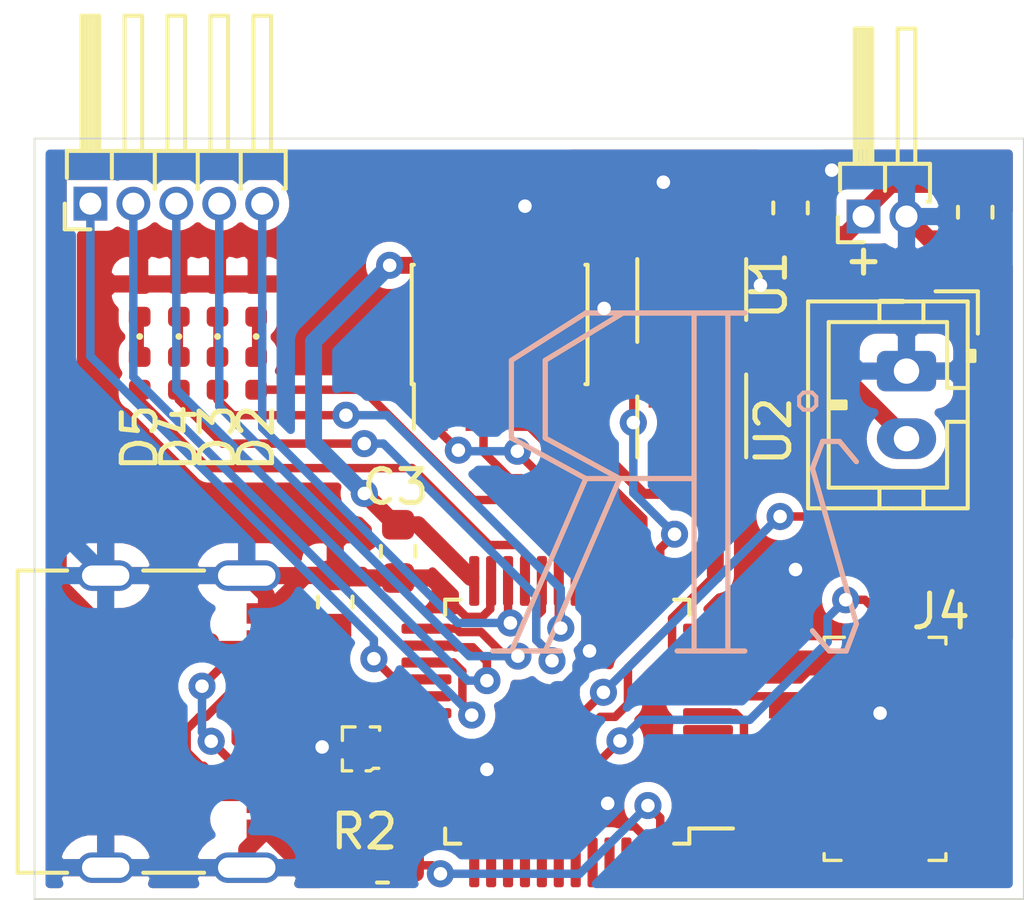
<source format=kicad_pcb>
(kicad_pcb (version 20171130) (host pcbnew 5.1.6)

  (general
    (thickness 1.6)
    (drawings 70)
    (tracks 370)
    (zones 0)
    (modules 26)
    (nets 31)
  )

  (page A4)
  (layers
    (0 F.Cu signal)
    (31 B.Cu signal)
    (32 B.Adhes user hide)
    (33 F.Adhes user hide)
    (34 B.Paste user hide)
    (35 F.Paste user hide)
    (36 B.SilkS user)
    (37 F.SilkS user)
    (38 B.Mask user)
    (39 F.Mask user)
    (40 Dwgs.User user hide)
    (41 Cmts.User user hide)
    (42 Eco1.User user hide)
    (43 Eco2.User user)
    (44 Edge.Cuts user)
    (45 Margin user)
    (46 B.CrtYd user hide)
    (47 F.CrtYd user hide)
    (48 B.Fab user hide)
    (49 F.Fab user hide)
  )

  (setup
    (last_trace_width 0.25)
    (user_trace_width 0.3)
    (user_trace_width 0.4)
    (user_trace_width 0.5)
    (trace_clearance 0.2)
    (zone_clearance 0.3)
    (zone_45_only no)
    (trace_min 0.2)
    (via_size 0.8)
    (via_drill 0.4)
    (via_min_size 0.4)
    (via_min_drill 0.3)
    (uvia_size 0.3)
    (uvia_drill 0.1)
    (uvias_allowed no)
    (uvia_min_size 0.2)
    (uvia_min_drill 0.1)
    (edge_width 0.05)
    (segment_width 0.2)
    (pcb_text_width 0.3)
    (pcb_text_size 1.5 1.5)
    (mod_edge_width 0.12)
    (mod_text_size 1 1)
    (mod_text_width 0.15)
    (pad_size 1.524 1.524)
    (pad_drill 0.762)
    (pad_to_mask_clearance 0.05)
    (aux_axis_origin 104.14 104.902)
    (grid_origin 104.14 106.14)
    (visible_elements FFFDFF7F)
    (pcbplotparams
      (layerselection 0x010fc_ffffffff)
      (usegerberextensions false)
      (usegerberattributes true)
      (usegerberadvancedattributes true)
      (creategerberjobfile true)
      (excludeedgelayer true)
      (linewidth 0.100000)
      (plotframeref false)
      (viasonmask false)
      (mode 1)
      (useauxorigin false)
      (hpglpennumber 1)
      (hpglpenspeed 20)
      (hpglpendiameter 15.000000)
      (psnegative false)
      (psa4output false)
      (plotreference true)
      (plotvalue true)
      (plotinvisibletext false)
      (padsonsilk false)
      (subtractmaskfromsilk false)
      (outputformat 5)
      (mirror false)
      (drillshape 0)
      (scaleselection 1)
      (outputdirectory "/tmp/"))
  )

  (net 0 "")
  (net 1 GND)
  (net 2 +BATT)
  (net 3 +5V)
  (net 4 /D-)
  (net 5 /D+)
  (net 6 "Net-(R1-Pad2)")
  (net 7 +3V3)
  (net 8 /TX)
  (net 9 /RX)
  (net 10 /OPT1)
  (net 11 /BTN1)
  (net 12 /MAG)
  (net 13 /BTN2)
  (net 14 /OPT2)
  (net 15 /MOSI)
  (net 16 /MISO)
  (net 17 /SCK)
  (net 18 /SS)
  (net 19 /SWCLK)
  (net 20 /SWDIO)
  (net 21 /STAT)
  (net 22 "Net-(D2-Pad1)")
  (net 23 "Net-(D3-Pad1)")
  (net 24 "Net-(D4-Pad1)")
  (net 25 "Net-(D5-Pad1)")
  (net 26 "Net-(D5-Pad2)")
  (net 27 "Net-(D4-Pad2)")
  (net 28 "Net-(D3-Pad2)")
  (net 29 "Net-(D2-Pad2)")
  (net 30 /NRST)

  (net_class Default "This is the default net class."
    (clearance 0.2)
    (trace_width 0.25)
    (via_dia 0.8)
    (via_drill 0.4)
    (uvia_dia 0.3)
    (uvia_drill 0.1)
    (add_net +3V3)
    (add_net +5V)
    (add_net +BATT)
    (add_net /BTN1)
    (add_net /BTN2)
    (add_net /D+)
    (add_net /D-)
    (add_net /MAG)
    (add_net /MISO)
    (add_net /MOSI)
    (add_net /NRST)
    (add_net /OPT1)
    (add_net /OPT2)
    (add_net /RX)
    (add_net /SCK)
    (add_net /SS)
    (add_net /STAT)
    (add_net /SWCLK)
    (add_net /SWDIO)
    (add_net /SWO)
    (add_net /TX)
    (add_net GND)
    (add_net "Net-(D2-Pad1)")
    (add_net "Net-(D2-Pad2)")
    (add_net "Net-(D3-Pad1)")
    (add_net "Net-(D3-Pad2)")
    (add_net "Net-(D4-Pad1)")
    (add_net "Net-(D4-Pad2)")
    (add_net "Net-(D5-Pad1)")
    (add_net "Net-(D5-Pad2)")
    (add_net "Net-(J3-Pad4)")
    (add_net "Net-(J3-Pad8)")
    (add_net "Net-(J4-Pad8)")
    (add_net "Net-(R1-Pad2)")
    (add_net "Net-(U2-Pad4)")
    (add_net "Net-(U3-Pad1)")
    (add_net "Net-(U3-Pad10)")
    (add_net "Net-(U3-Pad11)")
    (add_net "Net-(U3-Pad12)")
    (add_net "Net-(U3-Pad2)")
    (add_net "Net-(U3-Pad29)")
    (add_net "Net-(U3-Pad3)")
    (add_net "Net-(U3-Pad37)")
    (add_net "Net-(U3-Pad39)")
    (add_net "Net-(U3-Pad4)")
    (add_net "Net-(U3-Pad40)")
    (add_net "Net-(U3-Pad41)")
    (add_net "Net-(U3-Pad42)")
    (add_net "Net-(U3-Pad43)")
    (add_net "Net-(U3-Pad44)")
    (add_net "Net-(U3-Pad45)")
    (add_net "Net-(U3-Pad46)")
    (add_net "Net-(U3-Pad5)")
    (add_net "Net-(U3-Pad6)")
  )

  (module digikey-footprints:PinHeader_2x5_P1.27_SMD (layer F.Cu) (tedit 5D289571) (tstamp 5F2D0215)
    (at 129.286 101.695 270)
    (descr http://suddendocs.samtec.com/prints/ftsh-1xx-xx-xxx-dv-xxx-footprint.pdf)
    (path /5F3332E0)
    (attr smd)
    (fp_text reference J4 (at -4.064 -1.651 180) (layer F.SilkS)
      (effects (font (size 1 1) (thickness 0.15)))
    )
    (fp_text value JTAG (at 0 4.39 90) (layer F.Fab)
      (effects (font (size 1 1) (thickness 0.15)))
    )
    (fp_text user %R (at 0 0 90) (layer F.Fab)
      (effects (font (size 0.5 0.5) (thickness 0.05)))
    )
    (fp_line (start 3.43 3.68) (end -3.43 3.68) (layer F.CrtYd) (width 0.05))
    (fp_line (start -3.43 -3.68) (end -3.43 3.68) (layer F.CrtYd) (width 0.05))
    (fp_line (start 3.43 -3.68) (end 3.43 3.68) (layer F.CrtYd) (width 0.05))
    (fp_line (start 3.43 -3.68) (end -3.43 -3.68) (layer F.CrtYd) (width 0.05))
    (fp_line (start -3.3 -1.8) (end -3.3 -1.3) (layer F.SilkS) (width 0.1))
    (fp_line (start -3.1 -1.8) (end -3.3 -1.8) (layer F.SilkS) (width 0.1))
    (fp_line (start -3.1 1.8) (end -3.3 1.8) (layer F.SilkS) (width 0.1))
    (fp_line (start -3.3 1.8) (end -3.3 1.2) (layer F.SilkS) (width 0.1))
    (fp_line (start 3.1 1.8) (end 3.3 1.8) (layer F.SilkS) (width 0.1))
    (fp_line (start 3.3 1.8) (end 3.3 1.3) (layer F.SilkS) (width 0.1))
    (fp_line (start 3.1 -1.8) (end 3.3 -1.8) (layer F.SilkS) (width 0.1))
    (fp_line (start 3.3 -1.8) (end 3.3 -1.3) (layer F.SilkS) (width 0.1))
    (fp_line (start -3.175 1.715) (end 3.175 1.715) (layer F.Fab) (width 0.1))
    (fp_line (start -3.175 -1.715) (end -3.175 1.715) (layer F.Fab) (width 0.1))
    (fp_line (start 3.175 -1.715) (end 3.175 1.715) (layer F.Fab) (width 0.1))
    (fp_line (start -3.175 -1.715) (end 3.175 -1.715) (layer F.Fab) (width 0.1))
    (pad 10 smd rect (at 2.54 -2.035 270) (size 0.74 2.79) (layers F.Cu F.Paste F.Mask)
      (net 30 /NRST))
    (pad 9 smd rect (at 2.54 2.035 270) (size 0.74 2.79) (layers F.Cu F.Paste F.Mask)
      (net 1 GND))
    (pad 8 smd rect (at 1.27 -2.035 270) (size 0.74 2.79) (layers F.Cu F.Paste F.Mask))
    (pad 7 smd rect (at 1.27 2.035 270) (size 0.74 2.79) (layers F.Cu F.Paste F.Mask)
      (net 1 GND))
    (pad 6 smd rect (at 0 -2.035 270) (size 0.74 2.79) (layers F.Cu F.Paste F.Mask))
    (pad 5 smd rect (at 0 2.035 270) (size 0.74 2.79) (layers F.Cu F.Paste F.Mask)
      (net 1 GND))
    (pad 4 smd rect (at -1.27 -2.035 270) (size 0.74 2.79) (layers F.Cu F.Paste F.Mask)
      (net 19 /SWCLK))
    (pad 3 smd rect (at -1.27 2.035 270) (size 0.74 2.79) (layers F.Cu F.Paste F.Mask)
      (net 1 GND))
    (pad 2 smd rect (at -2.54 -2.035 270) (size 0.74 2.79) (layers F.Cu F.Paste F.Mask)
      (net 20 /SWDIO))
    (pad 1 smd rect (at -2.54 2.035 270) (size 0.74 2.79) (layers F.Cu F.Paste F.Mask)
      (net 7 +3V3))
  )

  (module Connector_JST:JST_PH_B2B-PH-K_1x02_P2.00mm_Vertical (layer F.Cu) (tedit 5B7745C2) (tstamp 5F32CC33)
    (at 129.921 90.519 270)
    (descr "JST PH series connector, B2B-PH-K (http://www.jst-mfg.com/product/pdf/eng/ePH.pdf), generated with kicad-footprint-generator")
    (tags "connector JST PH side entry")
    (path /5F2A8D96)
    (fp_text reference J6 (at 1 -2.9 90) (layer F.SilkS) hide
      (effects (font (size 1 1) (thickness 0.15)))
    )
    (fp_text value LOCK_SUPP (at 1 4 90) (layer F.Fab)
      (effects (font (size 1 1) (thickness 0.15)))
    )
    (fp_line (start 4.45 -2.2) (end -2.45 -2.2) (layer F.CrtYd) (width 0.05))
    (fp_line (start 4.45 3.3) (end 4.45 -2.2) (layer F.CrtYd) (width 0.05))
    (fp_line (start -2.45 3.3) (end 4.45 3.3) (layer F.CrtYd) (width 0.05))
    (fp_line (start -2.45 -2.2) (end -2.45 3.3) (layer F.CrtYd) (width 0.05))
    (fp_line (start 3.95 -1.7) (end -1.95 -1.7) (layer F.Fab) (width 0.1))
    (fp_line (start 3.95 2.8) (end 3.95 -1.7) (layer F.Fab) (width 0.1))
    (fp_line (start -1.95 2.8) (end 3.95 2.8) (layer F.Fab) (width 0.1))
    (fp_line (start -1.95 -1.7) (end -1.95 2.8) (layer F.Fab) (width 0.1))
    (fp_line (start -2.36 -2.11) (end -2.36 -0.86) (layer F.Fab) (width 0.1))
    (fp_line (start -1.11 -2.11) (end -2.36 -2.11) (layer F.Fab) (width 0.1))
    (fp_line (start -2.36 -2.11) (end -2.36 -0.86) (layer F.SilkS) (width 0.12))
    (fp_line (start -1.11 -2.11) (end -2.36 -2.11) (layer F.SilkS) (width 0.12))
    (fp_line (start 1 2.3) (end 1 1.8) (layer F.SilkS) (width 0.12))
    (fp_line (start 1.1 1.8) (end 1.1 2.3) (layer F.SilkS) (width 0.12))
    (fp_line (start 0.9 1.8) (end 1.1 1.8) (layer F.SilkS) (width 0.12))
    (fp_line (start 0.9 2.3) (end 0.9 1.8) (layer F.SilkS) (width 0.12))
    (fp_line (start 4.06 0.8) (end 3.45 0.8) (layer F.SilkS) (width 0.12))
    (fp_line (start 4.06 -0.5) (end 3.45 -0.5) (layer F.SilkS) (width 0.12))
    (fp_line (start -2.06 0.8) (end -1.45 0.8) (layer F.SilkS) (width 0.12))
    (fp_line (start -2.06 -0.5) (end -1.45 -0.5) (layer F.SilkS) (width 0.12))
    (fp_line (start 1.5 -1.2) (end 1.5 -1.81) (layer F.SilkS) (width 0.12))
    (fp_line (start 3.45 -1.2) (end 1.5 -1.2) (layer F.SilkS) (width 0.12))
    (fp_line (start 3.45 2.3) (end 3.45 -1.2) (layer F.SilkS) (width 0.12))
    (fp_line (start -1.45 2.3) (end 3.45 2.3) (layer F.SilkS) (width 0.12))
    (fp_line (start -1.45 -1.2) (end -1.45 2.3) (layer F.SilkS) (width 0.12))
    (fp_line (start 0.5 -1.2) (end -1.45 -1.2) (layer F.SilkS) (width 0.12))
    (fp_line (start 0.5 -1.81) (end 0.5 -1.2) (layer F.SilkS) (width 0.12))
    (fp_line (start -0.3 -1.91) (end -0.6 -1.91) (layer F.SilkS) (width 0.12))
    (fp_line (start -0.6 -2.01) (end -0.6 -1.81) (layer F.SilkS) (width 0.12))
    (fp_line (start -0.3 -2.01) (end -0.6 -2.01) (layer F.SilkS) (width 0.12))
    (fp_line (start -0.3 -1.81) (end -0.3 -2.01) (layer F.SilkS) (width 0.12))
    (fp_line (start 4.06 -1.81) (end -2.06 -1.81) (layer F.SilkS) (width 0.12))
    (fp_line (start 4.06 2.91) (end 4.06 -1.81) (layer F.SilkS) (width 0.12))
    (fp_line (start -2.06 2.91) (end 4.06 2.91) (layer F.SilkS) (width 0.12))
    (fp_line (start -2.06 -1.81) (end -2.06 2.91) (layer F.SilkS) (width 0.12))
    (fp_text user %R (at 1 1.5 90) (layer F.Fab)
      (effects (font (size 1 1) (thickness 0.15)))
    )
    (pad 2 thru_hole oval (at 2 0 270) (size 1.2 1.75) (drill 0.75) (layers *.Cu *.Mask)
      (net 2 +BATT))
    (pad 1 thru_hole roundrect (at 0 0 270) (size 1.2 1.75) (drill 0.75) (layers *.Cu *.Mask) (roundrect_rratio 0.208333)
      (net 1 GND))
    (model ${KISYS3DMOD}/Connector_JST.3dshapes/JST_PH_B2B-PH-K_1x02_P2.00mm_Vertical.wrl
      (at (xyz 0 0 0))
      (scale (xyz 1 1 1))
      (rotate (xyz 0 0 0))
    )
  )

  (module Capacitor_SMD:C_0603_1608Metric (layer F.Cu) (tedit 5B301BBE) (tstamp 5F2D2475)
    (at 126.492 85.693 90)
    (descr "Capacitor SMD 0603 (1608 Metric), square (rectangular) end terminal, IPC_7351 nominal, (Body size source: http://www.tortai-tech.com/upload/download/2011102023233369053.pdf), generated with kicad-footprint-generator")
    (tags capacitor)
    (path /5F29D83F)
    (attr smd)
    (fp_text reference C4 (at -2.032 0.762 180) (layer F.SilkS) hide
      (effects (font (size 1 1) (thickness 0.15)))
    )
    (fp_text value 4.7u (at 0 1.43 90) (layer F.Fab)
      (effects (font (size 1 1) (thickness 0.15)))
    )
    (fp_line (start -0.8 0.4) (end -0.8 -0.4) (layer F.Fab) (width 0.1))
    (fp_line (start -0.8 -0.4) (end 0.8 -0.4) (layer F.Fab) (width 0.1))
    (fp_line (start 0.8 -0.4) (end 0.8 0.4) (layer F.Fab) (width 0.1))
    (fp_line (start 0.8 0.4) (end -0.8 0.4) (layer F.Fab) (width 0.1))
    (fp_line (start -0.162779 -0.51) (end 0.162779 -0.51) (layer F.SilkS) (width 0.12))
    (fp_line (start -0.162779 0.51) (end 0.162779 0.51) (layer F.SilkS) (width 0.12))
    (fp_line (start -1.48 0.73) (end -1.48 -0.73) (layer F.CrtYd) (width 0.05))
    (fp_line (start -1.48 -0.73) (end 1.48 -0.73) (layer F.CrtYd) (width 0.05))
    (fp_line (start 1.48 -0.73) (end 1.48 0.73) (layer F.CrtYd) (width 0.05))
    (fp_line (start 1.48 0.73) (end -1.48 0.73) (layer F.CrtYd) (width 0.05))
    (fp_text user %R (at 0 0 270) (layer F.Fab)
      (effects (font (size 0.4 0.4) (thickness 0.06)))
    )
    (pad 2 smd roundrect (at 0.7875 0 90) (size 0.875 0.95) (layers F.Cu F.Paste F.Mask) (roundrect_rratio 0.25)
      (net 1 GND))
    (pad 1 smd roundrect (at -0.7875 0 90) (size 0.875 0.95) (layers F.Cu F.Paste F.Mask) (roundrect_rratio 0.25)
      (net 2 +BATT))
    (model ${KISYS3DMOD}/Capacitor_SMD.3dshapes/C_0603_1608Metric.wrl
      (at (xyz 0 0 0))
      (scale (xyz 1 1 1))
      (rotate (xyz 0 0 0))
    )
  )

  (module Connector_PinHeader_1.27mm:PinHeader_2x04_P1.27mm_Vertical_SMD (layer F.Cu) (tedit 59FED6E3) (tstamp 5F32ED0E)
    (at 117.89 89.14 90)
    (descr "surface-mounted straight pin header, 2x04, 1.27mm pitch, double rows")
    (tags "Surface mounted pin header SMD 2x04 1.27mm double row")
    (path /5F489639)
    (attr smd)
    (fp_text reference J3 (at 0.072 -3.454 90) (layer F.SilkS) hide
      (effects (font (size 1 1) (thickness 0.15)))
    )
    (fp_text value Conn_02x04_Odd_Even (at 0 3.6 90) (layer F.Fab)
      (effects (font (size 1 1) (thickness 0.15)))
    )
    (fp_line (start 4.3 -3.05) (end -4.3 -3.05) (layer F.CrtYd) (width 0.05))
    (fp_line (start 4.3 3.05) (end 4.3 -3.05) (layer F.CrtYd) (width 0.05))
    (fp_line (start -4.3 3.05) (end 4.3 3.05) (layer F.CrtYd) (width 0.05))
    (fp_line (start -4.3 -3.05) (end -4.3 3.05) (layer F.CrtYd) (width 0.05))
    (fp_line (start 1.765 2.535) (end 1.765 2.6) (layer F.SilkS) (width 0.12))
    (fp_line (start -1.765 2.535) (end -1.765 2.6) (layer F.SilkS) (width 0.12))
    (fp_line (start 1.765 -2.6) (end 1.765 -2.535) (layer F.SilkS) (width 0.12))
    (fp_line (start -1.765 -2.6) (end -1.765 -2.535) (layer F.SilkS) (width 0.12))
    (fp_line (start -3.09 -2.535) (end -1.765 -2.535) (layer F.SilkS) (width 0.12))
    (fp_line (start -1.765 2.6) (end 1.765 2.6) (layer F.SilkS) (width 0.12))
    (fp_line (start -1.765 -2.6) (end 1.765 -2.6) (layer F.SilkS) (width 0.12))
    (fp_line (start 2.75 2.105) (end 1.705 2.105) (layer F.Fab) (width 0.1))
    (fp_line (start 2.75 1.705) (end 2.75 2.105) (layer F.Fab) (width 0.1))
    (fp_line (start 1.705 1.705) (end 2.75 1.705) (layer F.Fab) (width 0.1))
    (fp_line (start -2.75 2.105) (end -1.705 2.105) (layer F.Fab) (width 0.1))
    (fp_line (start -2.75 1.705) (end -2.75 2.105) (layer F.Fab) (width 0.1))
    (fp_line (start -1.705 1.705) (end -2.75 1.705) (layer F.Fab) (width 0.1))
    (fp_line (start 2.75 0.835) (end 1.705 0.835) (layer F.Fab) (width 0.1))
    (fp_line (start 2.75 0.435) (end 2.75 0.835) (layer F.Fab) (width 0.1))
    (fp_line (start 1.705 0.435) (end 2.75 0.435) (layer F.Fab) (width 0.1))
    (fp_line (start -2.75 0.835) (end -1.705 0.835) (layer F.Fab) (width 0.1))
    (fp_line (start -2.75 0.435) (end -2.75 0.835) (layer F.Fab) (width 0.1))
    (fp_line (start -1.705 0.435) (end -2.75 0.435) (layer F.Fab) (width 0.1))
    (fp_line (start 2.75 -0.435) (end 1.705 -0.435) (layer F.Fab) (width 0.1))
    (fp_line (start 2.75 -0.835) (end 2.75 -0.435) (layer F.Fab) (width 0.1))
    (fp_line (start 1.705 -0.835) (end 2.75 -0.835) (layer F.Fab) (width 0.1))
    (fp_line (start -2.75 -0.435) (end -1.705 -0.435) (layer F.Fab) (width 0.1))
    (fp_line (start -2.75 -0.835) (end -2.75 -0.435) (layer F.Fab) (width 0.1))
    (fp_line (start -1.705 -0.835) (end -2.75 -0.835) (layer F.Fab) (width 0.1))
    (fp_line (start 2.75 -1.705) (end 1.705 -1.705) (layer F.Fab) (width 0.1))
    (fp_line (start 2.75 -2.105) (end 2.75 -1.705) (layer F.Fab) (width 0.1))
    (fp_line (start 1.705 -2.105) (end 2.75 -2.105) (layer F.Fab) (width 0.1))
    (fp_line (start -2.75 -1.705) (end -1.705 -1.705) (layer F.Fab) (width 0.1))
    (fp_line (start -2.75 -2.105) (end -2.75 -1.705) (layer F.Fab) (width 0.1))
    (fp_line (start -1.705 -2.105) (end -2.75 -2.105) (layer F.Fab) (width 0.1))
    (fp_line (start 1.705 -2.54) (end 1.705 2.54) (layer F.Fab) (width 0.1))
    (fp_line (start -1.705 -2.105) (end -1.27 -2.54) (layer F.Fab) (width 0.1))
    (fp_line (start -1.705 2.54) (end -1.705 -2.105) (layer F.Fab) (width 0.1))
    (fp_line (start -1.27 -2.54) (end 1.705 -2.54) (layer F.Fab) (width 0.1))
    (fp_line (start 1.705 2.54) (end -1.705 2.54) (layer F.Fab) (width 0.1))
    (fp_text user %R (at 0 0) (layer F.Fab)
      (effects (font (size 1 1) (thickness 0.15)))
    )
    (pad 8 smd rect (at 1.95 1.905 90) (size 2.4 0.74) (layers F.Cu F.Paste F.Mask))
    (pad 7 smd rect (at -1.95 1.905 90) (size 2.4 0.74) (layers F.Cu F.Paste F.Mask)
      (net 18 /SS))
    (pad 6 smd rect (at 1.95 0.635 90) (size 2.4 0.74) (layers F.Cu F.Paste F.Mask)
      (net 1 GND))
    (pad 5 smd rect (at -1.95 0.635 90) (size 2.4 0.74) (layers F.Cu F.Paste F.Mask)
      (net 17 /SCK))
    (pad 4 smd rect (at 1.95 -0.635 90) (size 2.4 0.74) (layers F.Cu F.Paste F.Mask))
    (pad 3 smd rect (at -1.95 -0.635 90) (size 2.4 0.74) (layers F.Cu F.Paste F.Mask)
      (net 15 /MOSI))
    (pad 2 smd rect (at 1.95 -1.905 90) (size 2.4 0.74) (layers F.Cu F.Paste F.Mask)
      (net 7 +3V3))
    (pad 1 smd rect (at -1.95 -1.905 90) (size 2.4 0.74) (layers F.Cu F.Paste F.Mask)
      (net 16 /MISO))
    (model ${KISYS3DMOD}/Connector_PinHeader_1.27mm.3dshapes/PinHeader_2x04_P1.27mm_Vertical_SMD.wrl
      (at (xyz 0 0 0))
      (scale (xyz 1 1 1))
      (rotate (xyz 0 0 0))
    )
  )

  (module LED_SMD:LED_0402_1005Metric (layer F.Cu) (tedit 5B301BBE) (tstamp 5F319C83)
    (at 107.2487 90.5852 270)
    (descr "LED SMD 0402 (1005 Metric), square (rectangular) end terminal, IPC_7351 nominal, (Body size source: http://www.tortai-tech.com/upload/download/2011102023233369053.pdf), generated with kicad-footprint-generator")
    (tags LED)
    (path /5F32F594)
    (attr smd)
    (fp_text reference D5 (at 1.905 0 90) (layer F.SilkS)
      (effects (font (size 1 1) (thickness 0.15)))
    )
    (fp_text value LED (at 0 1.17 90) (layer F.Fab)
      (effects (font (size 1 1) (thickness 0.15)))
    )
    (fp_line (start 0.93 0.47) (end -0.93 0.47) (layer F.CrtYd) (width 0.05))
    (fp_line (start 0.93 -0.47) (end 0.93 0.47) (layer F.CrtYd) (width 0.05))
    (fp_line (start -0.93 -0.47) (end 0.93 -0.47) (layer F.CrtYd) (width 0.05))
    (fp_line (start -0.93 0.47) (end -0.93 -0.47) (layer F.CrtYd) (width 0.05))
    (fp_line (start -0.3 0.25) (end -0.3 -0.25) (layer F.Fab) (width 0.1))
    (fp_line (start -0.4 0.25) (end -0.4 -0.25) (layer F.Fab) (width 0.1))
    (fp_line (start 0.5 0.25) (end -0.5 0.25) (layer F.Fab) (width 0.1))
    (fp_line (start 0.5 -0.25) (end 0.5 0.25) (layer F.Fab) (width 0.1))
    (fp_line (start -0.5 -0.25) (end 0.5 -0.25) (layer F.Fab) (width 0.1))
    (fp_line (start -0.5 0.25) (end -0.5 -0.25) (layer F.Fab) (width 0.1))
    (fp_circle (center -1.09 0) (end -1.04 0) (layer F.SilkS) (width 0.1))
    (fp_text user %R (at 0 0 90) (layer F.Fab)
      (effects (font (size 0.25 0.25) (thickness 0.04)))
    )
    (pad 2 smd roundrect (at 0.485 0 270) (size 0.59 0.64) (layers F.Cu F.Paste F.Mask) (roundrect_rratio 0.25)
      (net 26 "Net-(D5-Pad2)"))
    (pad 1 smd roundrect (at -0.485 0 270) (size 0.59 0.64) (layers F.Cu F.Paste F.Mask) (roundrect_rratio 0.25)
      (net 25 "Net-(D5-Pad1)"))
    (model ${KISYS3DMOD}/LED_SMD.3dshapes/LED_0402_1005Metric.wrl
      (at (xyz 0 0 0))
      (scale (xyz 1 1 1))
      (rotate (xyz 0 0 0))
    )
  )

  (module LED_SMD:LED_0402_1005Metric (layer F.Cu) (tedit 5B301BBE) (tstamp 5F2A4861)
    (at 108.4067 90.5852 270)
    (descr "LED SMD 0402 (1005 Metric), square (rectangular) end terminal, IPC_7351 nominal, (Body size source: http://www.tortai-tech.com/upload/download/2011102023233369053.pdf), generated with kicad-footprint-generator")
    (tags LED)
    (path /5F32EFE9)
    (attr smd)
    (fp_text reference D4 (at 1.905 0 90) (layer F.SilkS)
      (effects (font (size 1 1) (thickness 0.15)))
    )
    (fp_text value LED (at 0 1.17 90) (layer F.Fab)
      (effects (font (size 1 1) (thickness 0.15)))
    )
    (fp_line (start 0.93 0.47) (end -0.93 0.47) (layer F.CrtYd) (width 0.05))
    (fp_line (start 0.93 -0.47) (end 0.93 0.47) (layer F.CrtYd) (width 0.05))
    (fp_line (start -0.93 -0.47) (end 0.93 -0.47) (layer F.CrtYd) (width 0.05))
    (fp_line (start -0.93 0.47) (end -0.93 -0.47) (layer F.CrtYd) (width 0.05))
    (fp_line (start -0.3 0.25) (end -0.3 -0.25) (layer F.Fab) (width 0.1))
    (fp_line (start -0.4 0.25) (end -0.4 -0.25) (layer F.Fab) (width 0.1))
    (fp_line (start 0.5 0.25) (end -0.5 0.25) (layer F.Fab) (width 0.1))
    (fp_line (start 0.5 -0.25) (end 0.5 0.25) (layer F.Fab) (width 0.1))
    (fp_line (start -0.5 -0.25) (end 0.5 -0.25) (layer F.Fab) (width 0.1))
    (fp_line (start -0.5 0.25) (end -0.5 -0.25) (layer F.Fab) (width 0.1))
    (fp_circle (center -1.09 0) (end -1.04 0) (layer F.SilkS) (width 0.1))
    (fp_text user %R (at 0 0 90) (layer F.Fab)
      (effects (font (size 0.25 0.25) (thickness 0.04)))
    )
    (pad 2 smd roundrect (at 0.485 0 270) (size 0.59 0.64) (layers F.Cu F.Paste F.Mask) (roundrect_rratio 0.25)
      (net 27 "Net-(D4-Pad2)"))
    (pad 1 smd roundrect (at -0.485 0 270) (size 0.59 0.64) (layers F.Cu F.Paste F.Mask) (roundrect_rratio 0.25)
      (net 24 "Net-(D4-Pad1)"))
    (model ${KISYS3DMOD}/LED_SMD.3dshapes/LED_0402_1005Metric.wrl
      (at (xyz 0 0 0))
      (scale (xyz 1 1 1))
      (rotate (xyz 0 0 0))
    )
  )

  (module LED_SMD:LED_0402_1005Metric (layer F.Cu) (tedit 5B301BBE) (tstamp 5F2A44B8)
    (at 109.5497 90.5852 270)
    (descr "LED SMD 0402 (1005 Metric), square (rectangular) end terminal, IPC_7351 nominal, (Body size source: http://www.tortai-tech.com/upload/download/2011102023233369053.pdf), generated with kicad-footprint-generator")
    (tags LED)
    (path /5F32EC66)
    (attr smd)
    (fp_text reference D3 (at 1.905 0 90) (layer F.SilkS)
      (effects (font (size 1 1) (thickness 0.15)))
    )
    (fp_text value LED (at 0 1.17 90) (layer F.Fab)
      (effects (font (size 1 1) (thickness 0.15)))
    )
    (fp_line (start 0.93 0.47) (end -0.93 0.47) (layer F.CrtYd) (width 0.05))
    (fp_line (start 0.93 -0.47) (end 0.93 0.47) (layer F.CrtYd) (width 0.05))
    (fp_line (start -0.93 -0.47) (end 0.93 -0.47) (layer F.CrtYd) (width 0.05))
    (fp_line (start -0.93 0.47) (end -0.93 -0.47) (layer F.CrtYd) (width 0.05))
    (fp_line (start -0.3 0.25) (end -0.3 -0.25) (layer F.Fab) (width 0.1))
    (fp_line (start -0.4 0.25) (end -0.4 -0.25) (layer F.Fab) (width 0.1))
    (fp_line (start 0.5 0.25) (end -0.5 0.25) (layer F.Fab) (width 0.1))
    (fp_line (start 0.5 -0.25) (end 0.5 0.25) (layer F.Fab) (width 0.1))
    (fp_line (start -0.5 -0.25) (end 0.5 -0.25) (layer F.Fab) (width 0.1))
    (fp_line (start -0.5 0.25) (end -0.5 -0.25) (layer F.Fab) (width 0.1))
    (fp_circle (center -1.09 0) (end -1.04 0) (layer F.SilkS) (width 0.1))
    (fp_text user %R (at 0 0 90) (layer F.Fab)
      (effects (font (size 0.25 0.25) (thickness 0.04)))
    )
    (pad 2 smd roundrect (at 0.485 0 270) (size 0.59 0.64) (layers F.Cu F.Paste F.Mask) (roundrect_rratio 0.25)
      (net 28 "Net-(D3-Pad2)"))
    (pad 1 smd roundrect (at -0.485 0 270) (size 0.59 0.64) (layers F.Cu F.Paste F.Mask) (roundrect_rratio 0.25)
      (net 23 "Net-(D3-Pad1)"))
    (model ${KISYS3DMOD}/LED_SMD.3dshapes/LED_0402_1005Metric.wrl
      (at (xyz 0 0 0))
      (scale (xyz 1 1 1))
      (rotate (xyz 0 0 0))
    )
  )

  (module LED_SMD:LED_0402_1005Metric (layer F.Cu) (tedit 5B301BBE) (tstamp 5F2A2617)
    (at 110.6927 90.5852 270)
    (descr "LED SMD 0402 (1005 Metric), square (rectangular) end terminal, IPC_7351 nominal, (Body size source: http://www.tortai-tech.com/upload/download/2011102023233369053.pdf), generated with kicad-footprint-generator")
    (tags LED)
    (path /5F32DCB2)
    (attr smd)
    (fp_text reference D2 (at 1.905 0 90) (layer F.SilkS)
      (effects (font (size 1 1) (thickness 0.15)))
    )
    (fp_text value LED (at 0 1.17 90) (layer F.Fab)
      (effects (font (size 1 1) (thickness 0.15)))
    )
    (fp_line (start 0.93 0.47) (end -0.93 0.47) (layer F.CrtYd) (width 0.05))
    (fp_line (start 0.93 -0.47) (end 0.93 0.47) (layer F.CrtYd) (width 0.05))
    (fp_line (start -0.93 -0.47) (end 0.93 -0.47) (layer F.CrtYd) (width 0.05))
    (fp_line (start -0.93 0.47) (end -0.93 -0.47) (layer F.CrtYd) (width 0.05))
    (fp_line (start -0.3 0.25) (end -0.3 -0.25) (layer F.Fab) (width 0.1))
    (fp_line (start -0.4 0.25) (end -0.4 -0.25) (layer F.Fab) (width 0.1))
    (fp_line (start 0.5 0.25) (end -0.5 0.25) (layer F.Fab) (width 0.1))
    (fp_line (start 0.5 -0.25) (end 0.5 0.25) (layer F.Fab) (width 0.1))
    (fp_line (start -0.5 -0.25) (end 0.5 -0.25) (layer F.Fab) (width 0.1))
    (fp_line (start -0.5 0.25) (end -0.5 -0.25) (layer F.Fab) (width 0.1))
    (fp_circle (center -1.09 0) (end -1.04 0) (layer F.SilkS) (width 0.1))
    (fp_text user %R (at 0 0 90) (layer F.Fab)
      (effects (font (size 0.25 0.25) (thickness 0.04)))
    )
    (pad 2 smd roundrect (at 0.485 0 270) (size 0.59 0.64) (layers F.Cu F.Paste F.Mask) (roundrect_rratio 0.25)
      (net 29 "Net-(D2-Pad2)"))
    (pad 1 smd roundrect (at -0.485 0 270) (size 0.59 0.64) (layers F.Cu F.Paste F.Mask) (roundrect_rratio 0.25)
      (net 22 "Net-(D2-Pad1)"))
    (model ${KISYS3DMOD}/LED_SMD.3dshapes/LED_0402_1005Metric.wrl
      (at (xyz 0 0 0))
      (scale (xyz 1 1 1))
      (rotate (xyz 0 0 0))
    )
  )

  (module Resistor_SMD:R_0402_1005Metric (layer F.Cu) (tedit 5B301BBD) (tstamp 5F2A387E)
    (at 107.2487 88.4262 90)
    (descr "Resistor SMD 0402 (1005 Metric), square (rectangular) end terminal, IPC_7351 nominal, (Body size source: http://www.tortai-tech.com/upload/download/2011102023233369053.pdf), generated with kicad-footprint-generator")
    (tags resistor)
    (path /5F33EAB5)
    (attr smd)
    (fp_text reference R7 (at -0.127 0 270) (layer F.SilkS) hide
      (effects (font (size 1 1) (thickness 0.15)))
    )
    (fp_text value R (at 0 1.17 270) (layer F.Fab)
      (effects (font (size 1 1) (thickness 0.15)))
    )
    (fp_line (start 0.93 0.47) (end -0.93 0.47) (layer F.CrtYd) (width 0.05))
    (fp_line (start 0.93 -0.47) (end 0.93 0.47) (layer F.CrtYd) (width 0.05))
    (fp_line (start -0.93 -0.47) (end 0.93 -0.47) (layer F.CrtYd) (width 0.05))
    (fp_line (start -0.93 0.47) (end -0.93 -0.47) (layer F.CrtYd) (width 0.05))
    (fp_line (start 0.5 0.25) (end -0.5 0.25) (layer F.Fab) (width 0.1))
    (fp_line (start 0.5 -0.25) (end 0.5 0.25) (layer F.Fab) (width 0.1))
    (fp_line (start -0.5 -0.25) (end 0.5 -0.25) (layer F.Fab) (width 0.1))
    (fp_line (start -0.5 0.25) (end -0.5 -0.25) (layer F.Fab) (width 0.1))
    (fp_text user %R (at 0 0 270) (layer F.Fab)
      (effects (font (size 0.25 0.25) (thickness 0.04)))
    )
    (pad 2 smd roundrect (at 0.485 0 90) (size 0.59 0.64) (layers F.Cu F.Paste F.Mask) (roundrect_rratio 0.25)
      (net 1 GND))
    (pad 1 smd roundrect (at -0.485 0 90) (size 0.59 0.64) (layers F.Cu F.Paste F.Mask) (roundrect_rratio 0.25)
      (net 25 "Net-(D5-Pad1)"))
    (model ${KISYS3DMOD}/Resistor_SMD.3dshapes/R_0402_1005Metric.wrl
      (at (xyz 0 0 0))
      (scale (xyz 1 1 1))
      (rotate (xyz 0 0 0))
    )
  )

  (module Resistor_SMD:R_0402_1005Metric (layer F.Cu) (tedit 5B301BBD) (tstamp 5F2A363E)
    (at 108.4067 88.4262 90)
    (descr "Resistor SMD 0402 (1005 Metric), square (rectangular) end terminal, IPC_7351 nominal, (Body size source: http://www.tortai-tech.com/upload/download/2011102023233369053.pdf), generated with kicad-footprint-generator")
    (tags resistor)
    (path /5F33E78A)
    (attr smd)
    (fp_text reference R6 (at -0.127 0 270) (layer F.SilkS) hide
      (effects (font (size 1 1) (thickness 0.15)))
    )
    (fp_text value R (at 0 1.17 270) (layer F.Fab)
      (effects (font (size 1 1) (thickness 0.15)))
    )
    (fp_line (start 0.93 0.47) (end -0.93 0.47) (layer F.CrtYd) (width 0.05))
    (fp_line (start 0.93 -0.47) (end 0.93 0.47) (layer F.CrtYd) (width 0.05))
    (fp_line (start -0.93 -0.47) (end 0.93 -0.47) (layer F.CrtYd) (width 0.05))
    (fp_line (start -0.93 0.47) (end -0.93 -0.47) (layer F.CrtYd) (width 0.05))
    (fp_line (start 0.5 0.25) (end -0.5 0.25) (layer F.Fab) (width 0.1))
    (fp_line (start 0.5 -0.25) (end 0.5 0.25) (layer F.Fab) (width 0.1))
    (fp_line (start -0.5 -0.25) (end 0.5 -0.25) (layer F.Fab) (width 0.1))
    (fp_line (start -0.5 0.25) (end -0.5 -0.25) (layer F.Fab) (width 0.1))
    (fp_text user %R (at 0 0 270) (layer F.Fab)
      (effects (font (size 0.25 0.25) (thickness 0.04)))
    )
    (pad 2 smd roundrect (at 0.485 0 90) (size 0.59 0.64) (layers F.Cu F.Paste F.Mask) (roundrect_rratio 0.25)
      (net 1 GND))
    (pad 1 smd roundrect (at -0.485 0 90) (size 0.59 0.64) (layers F.Cu F.Paste F.Mask) (roundrect_rratio 0.25)
      (net 24 "Net-(D4-Pad1)"))
    (model ${KISYS3DMOD}/Resistor_SMD.3dshapes/R_0402_1005Metric.wrl
      (at (xyz 0 0 0))
      (scale (xyz 1 1 1))
      (rotate (xyz 0 0 0))
    )
  )

  (module Resistor_SMD:R_0402_1005Metric (layer F.Cu) (tedit 5B301BBD) (tstamp 5F2A1BD6)
    (at 109.5497 88.4262 90)
    (descr "Resistor SMD 0402 (1005 Metric), square (rectangular) end terminal, IPC_7351 nominal, (Body size source: http://www.tortai-tech.com/upload/download/2011102023233369053.pdf), generated with kicad-footprint-generator")
    (tags resistor)
    (path /5F33E3A3)
    (attr smd)
    (fp_text reference R5 (at -0.127 0 270) (layer F.SilkS) hide
      (effects (font (size 1 1) (thickness 0.15)))
    )
    (fp_text value R (at 0 1.17 270) (layer F.Fab)
      (effects (font (size 1 1) (thickness 0.15)))
    )
    (fp_line (start 0.93 0.47) (end -0.93 0.47) (layer F.CrtYd) (width 0.05))
    (fp_line (start 0.93 -0.47) (end 0.93 0.47) (layer F.CrtYd) (width 0.05))
    (fp_line (start -0.93 -0.47) (end 0.93 -0.47) (layer F.CrtYd) (width 0.05))
    (fp_line (start -0.93 0.47) (end -0.93 -0.47) (layer F.CrtYd) (width 0.05))
    (fp_line (start 0.5 0.25) (end -0.5 0.25) (layer F.Fab) (width 0.1))
    (fp_line (start 0.5 -0.25) (end 0.5 0.25) (layer F.Fab) (width 0.1))
    (fp_line (start -0.5 -0.25) (end 0.5 -0.25) (layer F.Fab) (width 0.1))
    (fp_line (start -0.5 0.25) (end -0.5 -0.25) (layer F.Fab) (width 0.1))
    (fp_text user %R (at 0 0 270) (layer F.Fab)
      (effects (font (size 0.25 0.25) (thickness 0.04)))
    )
    (pad 2 smd roundrect (at 0.485 0 90) (size 0.59 0.64) (layers F.Cu F.Paste F.Mask) (roundrect_rratio 0.25)
      (net 1 GND))
    (pad 1 smd roundrect (at -0.485 0 90) (size 0.59 0.64) (layers F.Cu F.Paste F.Mask) (roundrect_rratio 0.25)
      (net 23 "Net-(D3-Pad1)"))
    (model ${KISYS3DMOD}/Resistor_SMD.3dshapes/R_0402_1005Metric.wrl
      (at (xyz 0 0 0))
      (scale (xyz 1 1 1))
      (rotate (xyz 0 0 0))
    )
  )

  (module Resistor_SMD:R_0402_1005Metric (layer F.Cu) (tedit 5B301BBD) (tstamp 5F2A442C)
    (at 110.6927 88.4262 90)
    (descr "Resistor SMD 0402 (1005 Metric), square (rectangular) end terminal, IPC_7351 nominal, (Body size source: http://www.tortai-tech.com/upload/download/2011102023233369053.pdf), generated with kicad-footprint-generator")
    (tags resistor)
    (path /5F33DB6C)
    (attr smd)
    (fp_text reference R3 (at -0.127 0.0635 270) (layer F.SilkS) hide
      (effects (font (size 1 1) (thickness 0.15)))
    )
    (fp_text value R (at 0 1.17 270) (layer F.Fab)
      (effects (font (size 1 1) (thickness 0.15)))
    )
    (fp_line (start 0.93 0.47) (end -0.93 0.47) (layer F.CrtYd) (width 0.05))
    (fp_line (start 0.93 -0.47) (end 0.93 0.47) (layer F.CrtYd) (width 0.05))
    (fp_line (start -0.93 -0.47) (end 0.93 -0.47) (layer F.CrtYd) (width 0.05))
    (fp_line (start -0.93 0.47) (end -0.93 -0.47) (layer F.CrtYd) (width 0.05))
    (fp_line (start 0.5 0.25) (end -0.5 0.25) (layer F.Fab) (width 0.1))
    (fp_line (start 0.5 -0.25) (end 0.5 0.25) (layer F.Fab) (width 0.1))
    (fp_line (start -0.5 -0.25) (end 0.5 -0.25) (layer F.Fab) (width 0.1))
    (fp_line (start -0.5 0.25) (end -0.5 -0.25) (layer F.Fab) (width 0.1))
    (fp_text user %R (at 0 0 270) (layer F.Fab)
      (effects (font (size 0.25 0.25) (thickness 0.04)))
    )
    (pad 2 smd roundrect (at 0.485 0 90) (size 0.59 0.64) (layers F.Cu F.Paste F.Mask) (roundrect_rratio 0.25)
      (net 1 GND))
    (pad 1 smd roundrect (at -0.485 0 90) (size 0.59 0.64) (layers F.Cu F.Paste F.Mask) (roundrect_rratio 0.25)
      (net 22 "Net-(D2-Pad1)"))
    (model ${KISYS3DMOD}/Resistor_SMD.3dshapes/R_0402_1005Metric.wrl
      (at (xyz 0 0 0))
      (scale (xyz 1 1 1))
      (rotate (xyz 0 0 0))
    )
  )

  (module Resistor_SMD:R_0402_1005Metric (layer F.Cu) (tedit 5B301BBD) (tstamp 5F2903C0)
    (at 124.3052 105.0986)
    (descr "Resistor SMD 0402 (1005 Metric), square (rectangular) end terminal, IPC_7351 nominal, (Body size source: http://www.tortai-tech.com/upload/download/2011102023233369053.pdf), generated with kicad-footprint-generator")
    (tags resistor)
    (path /5F3418AB)
    (attr smd)
    (fp_text reference R4 (at -0.1145 -1.1615) (layer F.SilkS) hide
      (effects (font (size 1 1) (thickness 0.15)))
    )
    (fp_text value 10k (at 0 1.17) (layer F.Fab)
      (effects (font (size 1 1) (thickness 0.15)))
    )
    (fp_line (start 0.93 0.47) (end -0.93 0.47) (layer F.CrtYd) (width 0.05))
    (fp_line (start 0.93 -0.47) (end 0.93 0.47) (layer F.CrtYd) (width 0.05))
    (fp_line (start -0.93 -0.47) (end 0.93 -0.47) (layer F.CrtYd) (width 0.05))
    (fp_line (start -0.93 0.47) (end -0.93 -0.47) (layer F.CrtYd) (width 0.05))
    (fp_line (start 0.5 0.25) (end -0.5 0.25) (layer F.Fab) (width 0.1))
    (fp_line (start 0.5 -0.25) (end 0.5 0.25) (layer F.Fab) (width 0.1))
    (fp_line (start -0.5 -0.25) (end 0.5 -0.25) (layer F.Fab) (width 0.1))
    (fp_line (start -0.5 0.25) (end -0.5 -0.25) (layer F.Fab) (width 0.1))
    (fp_text user %R (at 0 0) (layer F.Fab)
      (effects (font (size 0.25 0.25) (thickness 0.04)))
    )
    (pad 2 smd roundrect (at 0.485 0) (size 0.59 0.64) (layers F.Cu F.Paste F.Mask) (roundrect_rratio 0.25)
      (net 30 /NRST))
    (pad 1 smd roundrect (at -0.485 0) (size 0.59 0.64) (layers F.Cu F.Paste F.Mask) (roundrect_rratio 0.25)
      (net 7 +3V3))
    (model ${KISYS3DMOD}/Resistor_SMD.3dshapes/R_0402_1005Metric.wrl
      (at (xyz 0 0 0))
      (scale (xyz 1 1 1))
      (rotate (xyz 0 0 0))
    )
  )

  (module Resistor_SMD:R_0402_1005Metric (layer F.Cu) (tedit 5B301BBD) (tstamp 5F253F33)
    (at 113.261 103.1555)
    (descr "Resistor SMD 0402 (1005 Metric), square (rectangular) end terminal, IPC_7351 nominal, (Body size source: http://www.tortai-tech.com/upload/download/2011102023233369053.pdf), generated with kicad-footprint-generator")
    (tags resistor)
    (path /5F312D90)
    (attr smd)
    (fp_text reference R2 (at 0.629 0.9845) (layer F.SilkS)
      (effects (font (size 1 1) (thickness 0.15)))
    )
    (fp_text value 1.5k (at 0 1.17) (layer F.Fab)
      (effects (font (size 1 1) (thickness 0.15)))
    )
    (fp_line (start 0.93 0.47) (end -0.93 0.47) (layer F.CrtYd) (width 0.05))
    (fp_line (start 0.93 -0.47) (end 0.93 0.47) (layer F.CrtYd) (width 0.05))
    (fp_line (start -0.93 -0.47) (end 0.93 -0.47) (layer F.CrtYd) (width 0.05))
    (fp_line (start -0.93 0.47) (end -0.93 -0.47) (layer F.CrtYd) (width 0.05))
    (fp_line (start 0.5 0.25) (end -0.5 0.25) (layer F.Fab) (width 0.1))
    (fp_line (start 0.5 -0.25) (end 0.5 0.25) (layer F.Fab) (width 0.1))
    (fp_line (start -0.5 -0.25) (end 0.5 -0.25) (layer F.Fab) (width 0.1))
    (fp_line (start -0.5 0.25) (end -0.5 -0.25) (layer F.Fab) (width 0.1))
    (fp_text user %R (at 0 0) (layer F.Fab)
      (effects (font (size 0.25 0.25) (thickness 0.04)))
    )
    (pad 2 smd roundrect (at 0.485 0) (size 0.59 0.64) (layers F.Cu F.Paste F.Mask) (roundrect_rratio 0.25)
      (net 7 +3V3))
    (pad 1 smd roundrect (at -0.485 0) (size 0.59 0.64) (layers F.Cu F.Paste F.Mask) (roundrect_rratio 0.25)
      (net 5 /D+))
    (model ${KISYS3DMOD}/Resistor_SMD.3dshapes/R_0402_1005Metric.wrl
      (at (xyz 0 0 0))
      (scale (xyz 1 1 1))
      (rotate (xyz 0 0 0))
    )
  )

  (module Resistor_SMD:R_0402_1005Metric (layer F.Cu) (tedit 5B301BBD) (tstamp 5F32D5B2)
    (at 124.437 85.312 180)
    (descr "Resistor SMD 0402 (1005 Metric), square (rectangular) end terminal, IPC_7351 nominal, (Body size source: http://www.tortai-tech.com/upload/download/2011102023233369053.pdf), generated with kicad-footprint-generator")
    (tags resistor)
    (path /5F2C168C)
    (attr smd)
    (fp_text reference R1 (at 1.755 0.172) (layer F.SilkS) hide
      (effects (font (size 1 1) (thickness 0.15)))
    )
    (fp_text value 10k (at 0 1.17) (layer F.Fab)
      (effects (font (size 1 1) (thickness 0.15)))
    )
    (fp_line (start 0.93 0.47) (end -0.93 0.47) (layer F.CrtYd) (width 0.05))
    (fp_line (start 0.93 -0.47) (end 0.93 0.47) (layer F.CrtYd) (width 0.05))
    (fp_line (start -0.93 -0.47) (end 0.93 -0.47) (layer F.CrtYd) (width 0.05))
    (fp_line (start -0.93 0.47) (end -0.93 -0.47) (layer F.CrtYd) (width 0.05))
    (fp_line (start 0.5 0.25) (end -0.5 0.25) (layer F.Fab) (width 0.1))
    (fp_line (start 0.5 -0.25) (end 0.5 0.25) (layer F.Fab) (width 0.1))
    (fp_line (start -0.5 -0.25) (end 0.5 -0.25) (layer F.Fab) (width 0.1))
    (fp_line (start -0.5 0.25) (end -0.5 -0.25) (layer F.Fab) (width 0.1))
    (fp_text user %R (at 0 0) (layer F.Fab)
      (effects (font (size 0.25 0.25) (thickness 0.04)))
    )
    (pad 2 smd roundrect (at 0.485 0 180) (size 0.59 0.64) (layers F.Cu F.Paste F.Mask) (roundrect_rratio 0.25)
      (net 6 "Net-(R1-Pad2)"))
    (pad 1 smd roundrect (at -0.485 0 180) (size 0.59 0.64) (layers F.Cu F.Paste F.Mask) (roundrect_rratio 0.25)
      (net 2 +BATT))
    (model ${KISYS3DMOD}/Resistor_SMD.3dshapes/R_0402_1005Metric.wrl
      (at (xyz 0 0 0))
      (scale (xyz 1 1 1))
      (rotate (xyz 0 0 0))
    )
  )

  (module Package_TO_SOT_SMD:SOT-23-5 (layer F.Cu) (tedit 5A02FF57) (tstamp 5F2D1F76)
    (at 123.571 92.17 270)
    (descr "5-pin SOT23 package")
    (tags SOT-23-5)
    (path /5F25FE32)
    (attr smd)
    (fp_text reference U2 (at 0.127 -2.413 270) (layer F.SilkS)
      (effects (font (size 1 1) (thickness 0.15)))
    )
    (fp_text value TLV71333PDBV (at 0 -4.572 90) (layer F.Fab)
      (effects (font (size 1 1) (thickness 0.15)))
    )
    (fp_line (start 0.9 -1.55) (end 0.9 1.55) (layer F.Fab) (width 0.1))
    (fp_line (start 0.9 1.55) (end -0.9 1.55) (layer F.Fab) (width 0.1))
    (fp_line (start -0.9 -0.9) (end -0.9 1.55) (layer F.Fab) (width 0.1))
    (fp_line (start 0.9 -1.55) (end -0.25 -1.55) (layer F.Fab) (width 0.1))
    (fp_line (start -0.9 -0.9) (end -0.25 -1.55) (layer F.Fab) (width 0.1))
    (fp_line (start -1.9 1.8) (end -1.9 -1.8) (layer F.CrtYd) (width 0.05))
    (fp_line (start 1.9 1.8) (end -1.9 1.8) (layer F.CrtYd) (width 0.05))
    (fp_line (start 1.9 -1.8) (end 1.9 1.8) (layer F.CrtYd) (width 0.05))
    (fp_line (start -1.9 -1.8) (end 1.9 -1.8) (layer F.CrtYd) (width 0.05))
    (fp_line (start 0.9 -1.61) (end -1.55 -1.61) (layer F.SilkS) (width 0.12))
    (fp_line (start -0.9 1.61) (end 0.9 1.61) (layer F.SilkS) (width 0.12))
    (fp_text user %R (at 0 0) (layer F.Fab)
      (effects (font (size 0.5 0.5) (thickness 0.075)))
    )
    (pad 5 smd rect (at 1.1 -0.95 270) (size 1.06 0.65) (layers F.Cu F.Paste F.Mask)
      (net 7 +3V3))
    (pad 4 smd rect (at 1.1 0.95 270) (size 1.06 0.65) (layers F.Cu F.Paste F.Mask))
    (pad 3 smd rect (at -1.1 0.95 270) (size 1.06 0.65) (layers F.Cu F.Paste F.Mask)
      (net 2 +BATT))
    (pad 2 smd rect (at -1.1 0 270) (size 1.06 0.65) (layers F.Cu F.Paste F.Mask)
      (net 1 GND))
    (pad 1 smd rect (at -1.1 -0.95 270) (size 1.06 0.65) (layers F.Cu F.Paste F.Mask)
      (net 2 +BATT))
    (model ${KISYS3DMOD}/Package_TO_SOT_SMD.3dshapes/SOT-23-5.wrl
      (at (xyz 0 0 0))
      (scale (xyz 1 1 1))
      (rotate (xyz 0 0 0))
    )
  )

  (module digikey-footprints:SOT-3 (layer F.Cu) (tedit 5D28A5DB) (tstamp 5F2D080B)
    (at 113.792 101.695 90)
    (descr http://www.ti.com/lit/ds/symlink/tpd2eusb30.pdf)
    (path /5F2A40AC)
    (attr smd)
    (fp_text reference D1 (at 0.055 -1.402 180) (layer F.SilkS) hide
      (effects (font (size 1 1) (thickness 0.15)))
    )
    (fp_text value TPD2EUSB30DRTR (at -0.025 2.975 90) (layer F.Fab)
      (effects (font (size 1 1) (thickness 0.15)))
    )
    (fp_line (start -0.65 0.275) (end -0.65 0.15) (layer F.SilkS) (width 0.1))
    (fp_line (start -0.65 0.275) (end -0.575 0.375) (layer F.SilkS) (width 0.1))
    (fp_line (start -0.575 0.375) (end -0.575 0.525) (layer F.SilkS) (width 0.1))
    (fp_line (start -0.325 -0.55) (end -0.65 -0.55) (layer F.SilkS) (width 0.1))
    (fp_line (start -0.65 -0.55) (end -0.65 -0.275) (layer F.SilkS) (width 0.1))
    (fp_line (start 0.65 0.275) (end 0.65 0.55) (layer F.SilkS) (width 0.1))
    (fp_line (start 0.65 0.55) (end 0.55 0.55) (layer F.SilkS) (width 0.1))
    (fp_line (start 0.25 -0.55) (end 0.65 -0.55) (layer F.SilkS) (width 0.1))
    (fp_line (start 0.65 -0.55) (end 0.65 -0.175) (layer F.SilkS) (width 0.1))
    (fp_line (start -0.825 0.825) (end -0.825 -0.825) (layer F.CrtYd) (width 0.05))
    (fp_line (start 0.825 0.825) (end -0.825 0.825) (layer F.CrtYd) (width 0.05))
    (fp_line (start 0.825 -0.825) (end 0.825 0.825) (layer F.CrtYd) (width 0.05))
    (fp_line (start -0.825 -0.825) (end 0.825 -0.825) (layer F.CrtYd) (width 0.05))
    (fp_line (start -0.35 0.425) (end 0.525 0.425) (layer F.Fab) (width 0.1))
    (fp_line (start -0.525 0.225) (end -0.525 -0.425) (layer F.Fab) (width 0.1))
    (fp_line (start -0.525 0.225) (end -0.35 0.425) (layer F.Fab) (width 0.1))
    (fp_line (start 0.525 -0.425) (end 0.525 0.425) (layer F.Fab) (width 0.1))
    (fp_line (start -0.525 -0.425) (end 0.525 -0.425) (layer F.Fab) (width 0.1))
    (fp_text user %R (at 0 0 90) (layer F.Fab)
      (effects (font (size 0.2 0.2) (thickness 0.025)))
    )
    (pad 2 smd rect (at 0.35 0.425 90) (size 0.3 0.3) (layers F.Cu F.Paste F.Mask)
      (net 4 /D-) (solder_mask_margin 0.05))
    (pad 3 smd rect (at 0 -0.425 90) (size 0.3 0.3) (layers F.Cu F.Paste F.Mask)
      (net 1 GND) (solder_mask_margin 0.05))
    (pad 1 smd rect (at -0.35 0.425 90) (size 0.3 0.3) (layers F.Cu F.Paste F.Mask)
      (net 5 /D+) (solder_mask_margin 0.05))
  )

  (module Capacitor_SMD:C_0603_1608Metric (layer F.Cu) (tedit 5B301BBE) (tstamp 5F2D2287)
    (at 131.953 85.82 270)
    (descr "Capacitor SMD 0603 (1608 Metric), square (rectangular) end terminal, IPC_7351 nominal, (Body size source: http://www.tortai-tech.com/upload/download/2011102023233369053.pdf), generated with kicad-footprint-generator")
    (tags capacitor)
    (path /5F29DFAB)
    (attr smd)
    (fp_text reference C5 (at 1.905 0.127 180) (layer F.SilkS) hide
      (effects (font (size 1 1) (thickness 0.15)))
    )
    (fp_text value 4.7u (at 0 1.43 90) (layer F.Fab)
      (effects (font (size 1 1) (thickness 0.15)))
    )
    (fp_line (start -0.8 0.4) (end -0.8 -0.4) (layer F.Fab) (width 0.1))
    (fp_line (start -0.8 -0.4) (end 0.8 -0.4) (layer F.Fab) (width 0.1))
    (fp_line (start 0.8 -0.4) (end 0.8 0.4) (layer F.Fab) (width 0.1))
    (fp_line (start 0.8 0.4) (end -0.8 0.4) (layer F.Fab) (width 0.1))
    (fp_line (start -0.162779 -0.51) (end 0.162779 -0.51) (layer F.SilkS) (width 0.12))
    (fp_line (start -0.162779 0.51) (end 0.162779 0.51) (layer F.SilkS) (width 0.12))
    (fp_line (start -1.48 0.73) (end -1.48 -0.73) (layer F.CrtYd) (width 0.05))
    (fp_line (start -1.48 -0.73) (end 1.48 -0.73) (layer F.CrtYd) (width 0.05))
    (fp_line (start 1.48 -0.73) (end 1.48 0.73) (layer F.CrtYd) (width 0.05))
    (fp_line (start 1.48 0.73) (end -1.48 0.73) (layer F.CrtYd) (width 0.05))
    (fp_text user %R (at 0 0 90) (layer F.Fab)
      (effects (font (size 0.4 0.4) (thickness 0.06)))
    )
    (pad 2 smd roundrect (at 0.7875 0 270) (size 0.875 0.95) (layers F.Cu F.Paste F.Mask) (roundrect_rratio 0.25)
      (net 1 GND))
    (pad 1 smd roundrect (at -0.7875 0 270) (size 0.875 0.95) (layers F.Cu F.Paste F.Mask) (roundrect_rratio 0.25)
      (net 2 +BATT))
    (model ${KISYS3DMOD}/Capacitor_SMD.3dshapes/C_0603_1608Metric.wrl
      (at (xyz 0 0 0))
      (scale (xyz 1 1 1))
      (rotate (xyz 0 0 0))
    )
  )

  (module Capacitor_SMD:C_0603_1608Metric (layer F.Cu) (tedit 5B301BBE) (tstamp 5F299520)
    (at 114.89 95.8525 270)
    (descr "Capacitor SMD 0603 (1608 Metric), square (rectangular) end terminal, IPC_7351 nominal, (Body size source: http://www.tortai-tech.com/upload/download/2011102023233369053.pdf), generated with kicad-footprint-generator")
    (tags capacitor)
    (path /5F298F76)
    (attr smd)
    (fp_text reference C3 (at -1.9045 0.082 180) (layer F.SilkS)
      (effects (font (size 1 1) (thickness 0.15)))
    )
    (fp_text value 100n (at 0 1.43 90) (layer F.Fab)
      (effects (font (size 1 1) (thickness 0.15)))
    )
    (fp_line (start -0.8 0.4) (end -0.8 -0.4) (layer F.Fab) (width 0.1))
    (fp_line (start -0.8 -0.4) (end 0.8 -0.4) (layer F.Fab) (width 0.1))
    (fp_line (start 0.8 -0.4) (end 0.8 0.4) (layer F.Fab) (width 0.1))
    (fp_line (start 0.8 0.4) (end -0.8 0.4) (layer F.Fab) (width 0.1))
    (fp_line (start -0.162779 -0.51) (end 0.162779 -0.51) (layer F.SilkS) (width 0.12))
    (fp_line (start -0.162779 0.51) (end 0.162779 0.51) (layer F.SilkS) (width 0.12))
    (fp_line (start -1.48 0.73) (end -1.48 -0.73) (layer F.CrtYd) (width 0.05))
    (fp_line (start -1.48 -0.73) (end 1.48 -0.73) (layer F.CrtYd) (width 0.05))
    (fp_line (start 1.48 -0.73) (end 1.48 0.73) (layer F.CrtYd) (width 0.05))
    (fp_line (start 1.48 0.73) (end -1.48 0.73) (layer F.CrtYd) (width 0.05))
    (fp_text user %R (at 0 0 90) (layer F.Fab)
      (effects (font (size 0.4 0.4) (thickness 0.06)))
    )
    (pad 2 smd roundrect (at 0.7875 0 270) (size 0.875 0.95) (layers F.Cu F.Paste F.Mask) (roundrect_rratio 0.25)
      (net 1 GND))
    (pad 1 smd roundrect (at -0.7875 0 270) (size 0.875 0.95) (layers F.Cu F.Paste F.Mask) (roundrect_rratio 0.25)
      (net 7 +3V3))
    (model ${KISYS3DMOD}/Capacitor_SMD.3dshapes/C_0603_1608Metric.wrl
      (at (xyz 0 0 0))
      (scale (xyz 1 1 1))
      (rotate (xyz 0 0 0))
    )
  )

  (module Capacitor_SMD:C_0603_1608Metric (layer F.Cu) (tedit 5B301BBE) (tstamp 5F29950F)
    (at 114.4275 105.14 180)
    (descr "Capacitor SMD 0603 (1608 Metric), square (rectangular) end terminal, IPC_7351 nominal, (Body size source: http://www.tortai-tech.com/upload/download/2011102023233369053.pdf), generated with kicad-footprint-generator")
    (tags capacitor)
    (path /5F2951EE)
    (attr smd)
    (fp_text reference C2 (at 2.2875 -0.03) (layer F.SilkS) hide
      (effects (font (size 1 1) (thickness 0.15)))
    )
    (fp_text value 4.7u (at 0 1.43) (layer F.Fab)
      (effects (font (size 1 1) (thickness 0.15)))
    )
    (fp_line (start -0.8 0.4) (end -0.8 -0.4) (layer F.Fab) (width 0.1))
    (fp_line (start -0.8 -0.4) (end 0.8 -0.4) (layer F.Fab) (width 0.1))
    (fp_line (start 0.8 -0.4) (end 0.8 0.4) (layer F.Fab) (width 0.1))
    (fp_line (start 0.8 0.4) (end -0.8 0.4) (layer F.Fab) (width 0.1))
    (fp_line (start -0.162779 -0.51) (end 0.162779 -0.51) (layer F.SilkS) (width 0.12))
    (fp_line (start -0.162779 0.51) (end 0.162779 0.51) (layer F.SilkS) (width 0.12))
    (fp_line (start -1.48 0.73) (end -1.48 -0.73) (layer F.CrtYd) (width 0.05))
    (fp_line (start -1.48 -0.73) (end 1.48 -0.73) (layer F.CrtYd) (width 0.05))
    (fp_line (start 1.48 -0.73) (end 1.48 0.73) (layer F.CrtYd) (width 0.05))
    (fp_line (start 1.48 0.73) (end -1.48 0.73) (layer F.CrtYd) (width 0.05))
    (fp_text user %R (at 0 0) (layer F.Fab)
      (effects (font (size 0.4 0.4) (thickness 0.06)))
    )
    (pad 2 smd roundrect (at 0.7875 0 180) (size 0.875 0.95) (layers F.Cu F.Paste F.Mask) (roundrect_rratio 0.25)
      (net 1 GND))
    (pad 1 smd roundrect (at -0.7875 0 180) (size 0.875 0.95) (layers F.Cu F.Paste F.Mask) (roundrect_rratio 0.25)
      (net 7 +3V3))
    (model ${KISYS3DMOD}/Capacitor_SMD.3dshapes/C_0603_1608Metric.wrl
      (at (xyz 0 0 0))
      (scale (xyz 1 1 1))
      (rotate (xyz 0 0 0))
    )
  )

  (module Capacitor_SMD:C_0603_1608Metric (layer F.Cu) (tedit 5B301BBE) (tstamp 5F32D2CC)
    (at 113.03 97.3515 90)
    (descr "Capacitor SMD 0603 (1608 Metric), square (rectangular) end terminal, IPC_7351 nominal, (Body size source: http://www.tortai-tech.com/upload/download/2011102023233369053.pdf), generated with kicad-footprint-generator")
    (tags capacitor)
    (path /5F295D62)
    (attr smd)
    (fp_text reference C1 (at 1.8795 -0.762 180) (layer F.SilkS) hide
      (effects (font (size 1 1) (thickness 0.15)))
    )
    (fp_text value 4.7u (at 0 1.43 90) (layer F.Fab)
      (effects (font (size 1 1) (thickness 0.15)))
    )
    (fp_line (start -0.8 0.4) (end -0.8 -0.4) (layer F.Fab) (width 0.1))
    (fp_line (start -0.8 -0.4) (end 0.8 -0.4) (layer F.Fab) (width 0.1))
    (fp_line (start 0.8 -0.4) (end 0.8 0.4) (layer F.Fab) (width 0.1))
    (fp_line (start 0.8 0.4) (end -0.8 0.4) (layer F.Fab) (width 0.1))
    (fp_line (start -0.162779 -0.51) (end 0.162779 -0.51) (layer F.SilkS) (width 0.12))
    (fp_line (start -0.162779 0.51) (end 0.162779 0.51) (layer F.SilkS) (width 0.12))
    (fp_line (start -1.48 0.73) (end -1.48 -0.73) (layer F.CrtYd) (width 0.05))
    (fp_line (start -1.48 -0.73) (end 1.48 -0.73) (layer F.CrtYd) (width 0.05))
    (fp_line (start 1.48 -0.73) (end 1.48 0.73) (layer F.CrtYd) (width 0.05))
    (fp_line (start 1.48 0.73) (end -1.48 0.73) (layer F.CrtYd) (width 0.05))
    (fp_text user %R (at 0 0 90) (layer F.Fab)
      (effects (font (size 0.4 0.4) (thickness 0.06)))
    )
    (pad 2 smd roundrect (at 0.7875 0 90) (size 0.875 0.95) (layers F.Cu F.Paste F.Mask) (roundrect_rratio 0.25)
      (net 1 GND))
    (pad 1 smd roundrect (at -0.7875 0 90) (size 0.875 0.95) (layers F.Cu F.Paste F.Mask) (roundrect_rratio 0.25)
      (net 3 +5V))
    (model ${KISYS3DMOD}/Capacitor_SMD.3dshapes/C_0603_1608Metric.wrl
      (at (xyz 0 0 0))
      (scale (xyz 1 1 1))
      (rotate (xyz 0 0 0))
    )
  )

  (module Package_QFP:LQFP-48_7x7mm_P0.5mm (layer F.Cu) (tedit 5D9F72AF) (tstamp 5F2C5008)
    (at 119.89 100.89 180)
    (descr "LQFP, 48 Pin (https://www.analog.com/media/en/technical-documentation/data-sheets/ltc2358-16.pdf), generated with kicad-footprint-generator ipc_gullwing_generator.py")
    (tags "LQFP QFP")
    (path /5F2F4280)
    (attr smd)
    (fp_text reference U3 (at 6.25 0.75) (layer F.SilkS) hide
      (effects (font (size 1 1) (thickness 0.15)))
    )
    (fp_text value STM32F072C8Tx (at 0 5.85) (layer F.Fab)
      (effects (font (size 1 1) (thickness 0.15)))
    )
    (fp_line (start 5.15 3.15) (end 5.15 0) (layer F.CrtYd) (width 0.05))
    (fp_line (start 3.75 3.15) (end 5.15 3.15) (layer F.CrtYd) (width 0.05))
    (fp_line (start 3.75 3.75) (end 3.75 3.15) (layer F.CrtYd) (width 0.05))
    (fp_line (start 3.15 3.75) (end 3.75 3.75) (layer F.CrtYd) (width 0.05))
    (fp_line (start 3.15 5.15) (end 3.15 3.75) (layer F.CrtYd) (width 0.05))
    (fp_line (start 0 5.15) (end 3.15 5.15) (layer F.CrtYd) (width 0.05))
    (fp_line (start -5.15 3.15) (end -5.15 0) (layer F.CrtYd) (width 0.05))
    (fp_line (start -3.75 3.15) (end -5.15 3.15) (layer F.CrtYd) (width 0.05))
    (fp_line (start -3.75 3.75) (end -3.75 3.15) (layer F.CrtYd) (width 0.05))
    (fp_line (start -3.15 3.75) (end -3.75 3.75) (layer F.CrtYd) (width 0.05))
    (fp_line (start -3.15 5.15) (end -3.15 3.75) (layer F.CrtYd) (width 0.05))
    (fp_line (start 0 5.15) (end -3.15 5.15) (layer F.CrtYd) (width 0.05))
    (fp_line (start 5.15 -3.15) (end 5.15 0) (layer F.CrtYd) (width 0.05))
    (fp_line (start 3.75 -3.15) (end 5.15 -3.15) (layer F.CrtYd) (width 0.05))
    (fp_line (start 3.75 -3.75) (end 3.75 -3.15) (layer F.CrtYd) (width 0.05))
    (fp_line (start 3.15 -3.75) (end 3.75 -3.75) (layer F.CrtYd) (width 0.05))
    (fp_line (start 3.15 -5.15) (end 3.15 -3.75) (layer F.CrtYd) (width 0.05))
    (fp_line (start 0 -5.15) (end 3.15 -5.15) (layer F.CrtYd) (width 0.05))
    (fp_line (start -5.15 -3.15) (end -5.15 0) (layer F.CrtYd) (width 0.05))
    (fp_line (start -3.75 -3.15) (end -5.15 -3.15) (layer F.CrtYd) (width 0.05))
    (fp_line (start -3.75 -3.75) (end -3.75 -3.15) (layer F.CrtYd) (width 0.05))
    (fp_line (start -3.15 -3.75) (end -3.75 -3.75) (layer F.CrtYd) (width 0.05))
    (fp_line (start -3.15 -5.15) (end -3.15 -3.75) (layer F.CrtYd) (width 0.05))
    (fp_line (start 0 -5.15) (end -3.15 -5.15) (layer F.CrtYd) (width 0.05))
    (fp_line (start -3.5 -2.5) (end -2.5 -3.5) (layer F.Fab) (width 0.1))
    (fp_line (start -3.5 3.5) (end -3.5 -2.5) (layer F.Fab) (width 0.1))
    (fp_line (start 3.5 3.5) (end -3.5 3.5) (layer F.Fab) (width 0.1))
    (fp_line (start 3.5 -3.5) (end 3.5 3.5) (layer F.Fab) (width 0.1))
    (fp_line (start -2.5 -3.5) (end 3.5 -3.5) (layer F.Fab) (width 0.1))
    (fp_line (start -3.61 -3.16) (end -4.9 -3.16) (layer F.SilkS) (width 0.12))
    (fp_line (start -3.61 -3.61) (end -3.61 -3.16) (layer F.SilkS) (width 0.12))
    (fp_line (start -3.16 -3.61) (end -3.61 -3.61) (layer F.SilkS) (width 0.12))
    (fp_line (start 3.61 -3.61) (end 3.61 -3.16) (layer F.SilkS) (width 0.12))
    (fp_line (start 3.16 -3.61) (end 3.61 -3.61) (layer F.SilkS) (width 0.12))
    (fp_line (start -3.61 3.61) (end -3.61 3.16) (layer F.SilkS) (width 0.12))
    (fp_line (start -3.16 3.61) (end -3.61 3.61) (layer F.SilkS) (width 0.12))
    (fp_line (start 3.61 3.61) (end 3.61 3.16) (layer F.SilkS) (width 0.12))
    (fp_line (start 3.16 3.61) (end 3.61 3.61) (layer F.SilkS) (width 0.12))
    (fp_text user %R (at 0 0) (layer F.Fab)
      (effects (font (size 1 1) (thickness 0.15)))
    )
    (pad 48 smd roundrect (at -2.75 -4.1625 180) (size 0.3 1.475) (layers F.Cu F.Paste F.Mask) (roundrect_rratio 0.25)
      (net 7 +3V3))
    (pad 47 smd roundrect (at -2.25 -4.1625 180) (size 0.3 1.475) (layers F.Cu F.Paste F.Mask) (roundrect_rratio 0.25)
      (net 1 GND))
    (pad 46 smd roundrect (at -1.75 -4.1625 180) (size 0.3 1.475) (layers F.Cu F.Paste F.Mask) (roundrect_rratio 0.25))
    (pad 45 smd roundrect (at -1.25 -4.1625 180) (size 0.3 1.475) (layers F.Cu F.Paste F.Mask) (roundrect_rratio 0.25))
    (pad 44 smd roundrect (at -0.75 -4.1625 180) (size 0.3 1.475) (layers F.Cu F.Paste F.Mask) (roundrect_rratio 0.25))
    (pad 43 smd roundrect (at -0.25 -4.1625 180) (size 0.3 1.475) (layers F.Cu F.Paste F.Mask) (roundrect_rratio 0.25))
    (pad 42 smd roundrect (at 0.25 -4.1625 180) (size 0.3 1.475) (layers F.Cu F.Paste F.Mask) (roundrect_rratio 0.25))
    (pad 41 smd roundrect (at 0.75 -4.1625 180) (size 0.3 1.475) (layers F.Cu F.Paste F.Mask) (roundrect_rratio 0.25))
    (pad 40 smd roundrect (at 1.25 -4.1625 180) (size 0.3 1.475) (layers F.Cu F.Paste F.Mask) (roundrect_rratio 0.25))
    (pad 39 smd roundrect (at 1.75 -4.1625 180) (size 0.3 1.475) (layers F.Cu F.Paste F.Mask) (roundrect_rratio 0.25))
    (pad 38 smd roundrect (at 2.25 -4.1625 180) (size 0.3 1.475) (layers F.Cu F.Paste F.Mask) (roundrect_rratio 0.25)
      (net 19 /SWCLK))
    (pad 37 smd roundrect (at 2.75 -4.1625 180) (size 0.3 1.475) (layers F.Cu F.Paste F.Mask) (roundrect_rratio 0.25))
    (pad 36 smd roundrect (at 4.1625 -2.75 180) (size 1.475 0.3) (layers F.Cu F.Paste F.Mask) (roundrect_rratio 0.25)
      (net 7 +3V3))
    (pad 35 smd roundrect (at 4.1625 -2.25 180) (size 1.475 0.3) (layers F.Cu F.Paste F.Mask) (roundrect_rratio 0.25)
      (net 1 GND))
    (pad 34 smd roundrect (at 4.1625 -1.75 180) (size 1.475 0.3) (layers F.Cu F.Paste F.Mask) (roundrect_rratio 0.25)
      (net 20 /SWDIO))
    (pad 33 smd roundrect (at 4.1625 -1.25 180) (size 1.475 0.3) (layers F.Cu F.Paste F.Mask) (roundrect_rratio 0.25)
      (net 5 /D+))
    (pad 32 smd roundrect (at 4.1625 -0.75 180) (size 1.475 0.3) (layers F.Cu F.Paste F.Mask) (roundrect_rratio 0.25)
      (net 4 /D-))
    (pad 31 smd roundrect (at 4.1625 -0.25 180) (size 1.475 0.3) (layers F.Cu F.Paste F.Mask) (roundrect_rratio 0.25)
      (net 9 /RX))
    (pad 30 smd roundrect (at 4.1625 0.25 180) (size 1.475 0.3) (layers F.Cu F.Paste F.Mask) (roundrect_rratio 0.25)
      (net 8 /TX))
    (pad 29 smd roundrect (at 4.1625 0.75 180) (size 1.475 0.3) (layers F.Cu F.Paste F.Mask) (roundrect_rratio 0.25))
    (pad 28 smd roundrect (at 4.1625 1.25 180) (size 1.475 0.3) (layers F.Cu F.Paste F.Mask) (roundrect_rratio 0.25)
      (net 14 /OPT2))
    (pad 27 smd roundrect (at 4.1625 1.75 180) (size 1.475 0.3) (layers F.Cu F.Paste F.Mask) (roundrect_rratio 0.25)
      (net 13 /BTN2))
    (pad 26 smd roundrect (at 4.1625 2.25 180) (size 1.475 0.3) (layers F.Cu F.Paste F.Mask) (roundrect_rratio 0.25)
      (net 12 /MAG))
    (pad 25 smd roundrect (at 4.1625 2.75 180) (size 1.475 0.3) (layers F.Cu F.Paste F.Mask) (roundrect_rratio 0.25)
      (net 11 /BTN1))
    (pad 24 smd roundrect (at 2.75 4.1625 180) (size 0.3 1.475) (layers F.Cu F.Paste F.Mask) (roundrect_rratio 0.25)
      (net 7 +3V3))
    (pad 23 smd roundrect (at 2.25 4.1625 180) (size 0.3 1.475) (layers F.Cu F.Paste F.Mask) (roundrect_rratio 0.25)
      (net 1 GND))
    (pad 22 smd roundrect (at 1.75 4.1625 180) (size 0.3 1.475) (layers F.Cu F.Paste F.Mask) (roundrect_rratio 0.25)
      (net 10 /OPT1))
    (pad 21 smd roundrect (at 1.25 4.1625 180) (size 0.3 1.475) (layers F.Cu F.Paste F.Mask) (roundrect_rratio 0.25)
      (net 26 "Net-(D5-Pad2)"))
    (pad 20 smd roundrect (at 0.75 4.1625 180) (size 0.3 1.475) (layers F.Cu F.Paste F.Mask) (roundrect_rratio 0.25)
      (net 27 "Net-(D4-Pad2)"))
    (pad 19 smd roundrect (at 0.25 4.1625 180) (size 0.3 1.475) (layers F.Cu F.Paste F.Mask) (roundrect_rratio 0.25)
      (net 28 "Net-(D3-Pad2)"))
    (pad 18 smd roundrect (at -0.25 4.1625 180) (size 0.3 1.475) (layers F.Cu F.Paste F.Mask) (roundrect_rratio 0.25)
      (net 29 "Net-(D2-Pad2)"))
    (pad 17 smd roundrect (at -0.75 4.1625 180) (size 0.3 1.475) (layers F.Cu F.Paste F.Mask) (roundrect_rratio 0.25)
      (net 15 /MOSI))
    (pad 16 smd roundrect (at -1.25 4.1625 180) (size 0.3 1.475) (layers F.Cu F.Paste F.Mask) (roundrect_rratio 0.25)
      (net 16 /MISO))
    (pad 15 smd roundrect (at -1.75 4.1625 180) (size 0.3 1.475) (layers F.Cu F.Paste F.Mask) (roundrect_rratio 0.25)
      (net 17 /SCK))
    (pad 14 smd roundrect (at -2.25 4.1625 180) (size 0.3 1.475) (layers F.Cu F.Paste F.Mask) (roundrect_rratio 0.25)
      (net 18 /SS))
    (pad 13 smd roundrect (at -2.75 4.1625 180) (size 0.3 1.475) (layers F.Cu F.Paste F.Mask) (roundrect_rratio 0.25)
      (net 21 /STAT))
    (pad 12 smd roundrect (at -4.1625 2.75 180) (size 1.475 0.3) (layers F.Cu F.Paste F.Mask) (roundrect_rratio 0.25))
    (pad 11 smd roundrect (at -4.1625 2.25 180) (size 1.475 0.3) (layers F.Cu F.Paste F.Mask) (roundrect_rratio 0.25))
    (pad 10 smd roundrect (at -4.1625 1.75 180) (size 1.475 0.3) (layers F.Cu F.Paste F.Mask) (roundrect_rratio 0.25))
    (pad 9 smd roundrect (at -4.1625 1.25 180) (size 1.475 0.3) (layers F.Cu F.Paste F.Mask) (roundrect_rratio 0.25)
      (net 7 +3V3))
    (pad 8 smd roundrect (at -4.1625 0.75 180) (size 1.475 0.3) (layers F.Cu F.Paste F.Mask) (roundrect_rratio 0.25)
      (net 1 GND))
    (pad 7 smd roundrect (at -4.1625 0.25 180) (size 1.475 0.3) (layers F.Cu F.Paste F.Mask) (roundrect_rratio 0.25)
      (net 30 /NRST))
    (pad 6 smd roundrect (at -4.1625 -0.25 180) (size 1.475 0.3) (layers F.Cu F.Paste F.Mask) (roundrect_rratio 0.25))
    (pad 5 smd roundrect (at -4.1625 -0.75 180) (size 1.475 0.3) (layers F.Cu F.Paste F.Mask) (roundrect_rratio 0.25))
    (pad 4 smd roundrect (at -4.1625 -1.25 180) (size 1.475 0.3) (layers F.Cu F.Paste F.Mask) (roundrect_rratio 0.25))
    (pad 3 smd roundrect (at -4.1625 -1.75 180) (size 1.475 0.3) (layers F.Cu F.Paste F.Mask) (roundrect_rratio 0.25))
    (pad 2 smd roundrect (at -4.1625 -2.25 180) (size 1.475 0.3) (layers F.Cu F.Paste F.Mask) (roundrect_rratio 0.25))
    (pad 1 smd roundrect (at -4.1625 -2.75 180) (size 1.475 0.3) (layers F.Cu F.Paste F.Mask) (roundrect_rratio 0.25))
    (model ${KISYS3DMOD}/Package_QFP.3dshapes/LQFP-48_7x7mm_P0.5mm.wrl
      (at (xyz 0 0 0))
      (scale (xyz 1 1 1))
      (rotate (xyz 0 0 0))
    )
  )

  (module Connector_PinHeader_1.27mm:PinHeader_1x05_P1.27mm_Horizontal (layer F.Cu) (tedit 59FED6E3) (tstamp 5F32F047)
    (at 105.791 85.566 90)
    (descr "Through hole angled pin header, 1x05, 1.27mm pitch, 4.0mm pin length, single row")
    (tags "Through hole angled pin header THT 1x05 1.27mm single row")
    (path /5F2B1DDA)
    (fp_text reference J5 (at 2.4325 -1.635 90) (layer F.SilkS) hide
      (effects (font (size 1 1) (thickness 0.15)))
    )
    (fp_text value LOCK (at 2.4325 6.715 90) (layer F.Fab)
      (effects (font (size 1 1) (thickness 0.15)))
    )
    (fp_line (start 0.75 -0.635) (end 1.5 -0.635) (layer F.Fab) (width 0.1))
    (fp_line (start 1.5 -0.635) (end 1.5 5.715) (layer F.Fab) (width 0.1))
    (fp_line (start 1.5 5.715) (end 0.5 5.715) (layer F.Fab) (width 0.1))
    (fp_line (start 0.5 5.715) (end 0.5 -0.385) (layer F.Fab) (width 0.1))
    (fp_line (start 0.5 -0.385) (end 0.75 -0.635) (layer F.Fab) (width 0.1))
    (fp_line (start -0.2 -0.2) (end 0.5 -0.2) (layer F.Fab) (width 0.1))
    (fp_line (start -0.2 -0.2) (end -0.2 0.2) (layer F.Fab) (width 0.1))
    (fp_line (start -0.2 0.2) (end 0.5 0.2) (layer F.Fab) (width 0.1))
    (fp_line (start 1.5 -0.2) (end 5.5 -0.2) (layer F.Fab) (width 0.1))
    (fp_line (start 5.5 -0.2) (end 5.5 0.2) (layer F.Fab) (width 0.1))
    (fp_line (start 1.5 0.2) (end 5.5 0.2) (layer F.Fab) (width 0.1))
    (fp_line (start -0.2 1.07) (end 0.5 1.07) (layer F.Fab) (width 0.1))
    (fp_line (start -0.2 1.07) (end -0.2 1.47) (layer F.Fab) (width 0.1))
    (fp_line (start -0.2 1.47) (end 0.5 1.47) (layer F.Fab) (width 0.1))
    (fp_line (start 1.5 1.07) (end 5.5 1.07) (layer F.Fab) (width 0.1))
    (fp_line (start 5.5 1.07) (end 5.5 1.47) (layer F.Fab) (width 0.1))
    (fp_line (start 1.5 1.47) (end 5.5 1.47) (layer F.Fab) (width 0.1))
    (fp_line (start -0.2 2.34) (end 0.5 2.34) (layer F.Fab) (width 0.1))
    (fp_line (start -0.2 2.34) (end -0.2 2.74) (layer F.Fab) (width 0.1))
    (fp_line (start -0.2 2.74) (end 0.5 2.74) (layer F.Fab) (width 0.1))
    (fp_line (start 1.5 2.34) (end 5.5 2.34) (layer F.Fab) (width 0.1))
    (fp_line (start 5.5 2.34) (end 5.5 2.74) (layer F.Fab) (width 0.1))
    (fp_line (start 1.5 2.74) (end 5.5 2.74) (layer F.Fab) (width 0.1))
    (fp_line (start -0.2 3.61) (end 0.5 3.61) (layer F.Fab) (width 0.1))
    (fp_line (start -0.2 3.61) (end -0.2 4.01) (layer F.Fab) (width 0.1))
    (fp_line (start -0.2 4.01) (end 0.5 4.01) (layer F.Fab) (width 0.1))
    (fp_line (start 1.5 3.61) (end 5.5 3.61) (layer F.Fab) (width 0.1))
    (fp_line (start 5.5 3.61) (end 5.5 4.01) (layer F.Fab) (width 0.1))
    (fp_line (start 1.5 4.01) (end 5.5 4.01) (layer F.Fab) (width 0.1))
    (fp_line (start -0.2 4.88) (end 0.5 4.88) (layer F.Fab) (width 0.1))
    (fp_line (start -0.2 4.88) (end -0.2 5.28) (layer F.Fab) (width 0.1))
    (fp_line (start -0.2 5.28) (end 0.5 5.28) (layer F.Fab) (width 0.1))
    (fp_line (start 1.5 4.88) (end 5.5 4.88) (layer F.Fab) (width 0.1))
    (fp_line (start 5.5 4.88) (end 5.5 5.28) (layer F.Fab) (width 0.1))
    (fp_line (start 1.5 5.28) (end 5.5 5.28) (layer F.Fab) (width 0.1))
    (fp_line (start 0.76 -0.695) (end 1.56 -0.695) (layer F.SilkS) (width 0.12))
    (fp_line (start 1.56 -0.695) (end 1.56 5.775) (layer F.SilkS) (width 0.12))
    (fp_line (start 1.56 5.775) (end 0.44 5.775) (layer F.SilkS) (width 0.12))
    (fp_line (start 0.44 5.775) (end 0.44 5.699677) (layer F.SilkS) (width 0.12))
    (fp_line (start 1.56 -0.26) (end 5.56 -0.26) (layer F.SilkS) (width 0.12))
    (fp_line (start 5.56 -0.26) (end 5.56 0.26) (layer F.SilkS) (width 0.12))
    (fp_line (start 5.56 0.26) (end 1.56 0.26) (layer F.SilkS) (width 0.12))
    (fp_line (start 1.56 -0.2) (end 5.56 -0.2) (layer F.SilkS) (width 0.12))
    (fp_line (start 1.56 -0.08) (end 5.56 -0.08) (layer F.SilkS) (width 0.12))
    (fp_line (start 1.56 0.04) (end 5.56 0.04) (layer F.SilkS) (width 0.12))
    (fp_line (start 1.56 0.16) (end 5.56 0.16) (layer F.SilkS) (width 0.12))
    (fp_line (start 0.76 0.635) (end 1.56 0.635) (layer F.SilkS) (width 0.12))
    (fp_line (start 1.56 1.01) (end 5.56 1.01) (layer F.SilkS) (width 0.12))
    (fp_line (start 5.56 1.01) (end 5.56 1.53) (layer F.SilkS) (width 0.12))
    (fp_line (start 5.56 1.53) (end 1.56 1.53) (layer F.SilkS) (width 0.12))
    (fp_line (start 0.44 1.905) (end 1.56 1.905) (layer F.SilkS) (width 0.12))
    (fp_line (start 0.44 1.889677) (end 0.44 1.920323) (layer F.SilkS) (width 0.12))
    (fp_line (start 1.56 2.28) (end 5.56 2.28) (layer F.SilkS) (width 0.12))
    (fp_line (start 5.56 2.28) (end 5.56 2.8) (layer F.SilkS) (width 0.12))
    (fp_line (start 5.56 2.8) (end 1.56 2.8) (layer F.SilkS) (width 0.12))
    (fp_line (start 0.44 3.175) (end 1.56 3.175) (layer F.SilkS) (width 0.12))
    (fp_line (start 0.44 3.159677) (end 0.44 3.190323) (layer F.SilkS) (width 0.12))
    (fp_line (start 1.56 3.55) (end 5.56 3.55) (layer F.SilkS) (width 0.12))
    (fp_line (start 5.56 3.55) (end 5.56 4.07) (layer F.SilkS) (width 0.12))
    (fp_line (start 5.56 4.07) (end 1.56 4.07) (layer F.SilkS) (width 0.12))
    (fp_line (start 0.44 4.445) (end 1.56 4.445) (layer F.SilkS) (width 0.12))
    (fp_line (start 0.44 4.429677) (end 0.44 4.460323) (layer F.SilkS) (width 0.12))
    (fp_line (start 1.56 4.82) (end 5.56 4.82) (layer F.SilkS) (width 0.12))
    (fp_line (start 5.56 4.82) (end 5.56 5.34) (layer F.SilkS) (width 0.12))
    (fp_line (start 5.56 5.34) (end 1.56 5.34) (layer F.SilkS) (width 0.12))
    (fp_line (start -0.76 0) (end -0.76 -0.76) (layer F.SilkS) (width 0.12))
    (fp_line (start -0.76 -0.76) (end 0 -0.76) (layer F.SilkS) (width 0.12))
    (fp_line (start -1.15 -1.15) (end -1.15 6.25) (layer F.CrtYd) (width 0.05))
    (fp_line (start -1.15 6.25) (end 6 6.25) (layer F.CrtYd) (width 0.05))
    (fp_line (start 6 6.25) (end 6 -1.15) (layer F.CrtYd) (width 0.05))
    (fp_line (start 6 -1.15) (end -1.15 -1.15) (layer F.CrtYd) (width 0.05))
    (fp_text user %R (at 1 2.54) (layer F.Fab)
      (effects (font (size 0.6 0.6) (thickness 0.09)))
    )
    (pad 1 thru_hole rect (at 0 0 90) (size 1 1) (drill 0.65) (layers *.Cu *.Mask)
      (net 14 /OPT2))
    (pad 2 thru_hole oval (at 0 1.27 90) (size 1 1) (drill 0.65) (layers *.Cu *.Mask)
      (net 13 /BTN2))
    (pad 3 thru_hole oval (at 0 2.54 90) (size 1 1) (drill 0.65) (layers *.Cu *.Mask)
      (net 12 /MAG))
    (pad 4 thru_hole oval (at 0 3.81 90) (size 1 1) (drill 0.65) (layers *.Cu *.Mask)
      (net 11 /BTN1))
    (pad 5 thru_hole oval (at 0 5.08 90) (size 1 1) (drill 0.65) (layers *.Cu *.Mask)
      (net 10 /OPT1))
    (model ${KISYS3DMOD}/Connector_PinHeader_1.27mm.3dshapes/PinHeader_1x05_P1.27mm_Horizontal.wrl
      (at (xyz 0 0 0))
      (scale (xyz 1 1 1))
      (rotate (xyz 0 0 0))
    )
  )

  (module Connector_USB:USB_C_Receptacle_Palconn_UTC16-G (layer F.Cu) (tedit 5CF432E0) (tstamp 5F31CB50)
    (at 108.4834 100.89 270)
    (descr http://www.palpilot.com/wp-content/uploads/2017/05/UTC027-GKN-OR-Rev-A.pdf)
    (tags "USB C Type-C Receptacle USB2.0")
    (path /5F3EF0D4)
    (attr smd)
    (fp_text reference J2 (at 0 -4.58 90) (layer F.SilkS) hide
      (effects (font (size 1 1) (thickness 0.15)))
    )
    (fp_text value USB_C (at 0 6.24 90) (layer F.Fab)
      (effects (font (size 1 1) (thickness 0.15)))
    )
    (fp_line (start 4.47 4.84) (end -4.47 4.84) (layer F.SilkS) (width 0.12))
    (fp_line (start 4.47 -0.67) (end 4.47 1.13) (layer F.SilkS) (width 0.12))
    (fp_line (start 4.47 4.84) (end 4.47 3.38) (layer F.SilkS) (width 0.12))
    (fp_line (start -4.47 4.84) (end -4.47 3.38) (layer F.SilkS) (width 0.12))
    (fp_line (start -4.47 -0.67) (end -4.47 1.13) (layer F.SilkS) (width 0.12))
    (fp_line (start -4.47 4.34) (end 4.47 4.34) (layer Dwgs.User) (width 0.1))
    (fp_line (start 5.27 5.34) (end 5.27 -3.59) (layer F.CrtYd) (width 0.05))
    (fp_line (start 5.27 -3.59) (end -5.27 -3.59) (layer F.CrtYd) (width 0.05))
    (fp_line (start -5.27 -3.59) (end -5.27 5.34) (layer F.CrtYd) (width 0.05))
    (fp_line (start -5.27 5.34) (end 5.27 5.34) (layer F.CrtYd) (width 0.05))
    (fp_line (start -4.47 -2.48) (end -4.47 4.84) (layer F.Fab) (width 0.1))
    (fp_line (start 4.47 4.84) (end -4.47 4.84) (layer F.Fab) (width 0.1))
    (fp_line (start 4.47 -2.48) (end 4.47 4.84) (layer F.Fab) (width 0.1))
    (fp_line (start -4.47 -2.48) (end 4.47 -2.48) (layer F.Fab) (width 0.1))
    (fp_text user "PCB Edge" (at 0 3.43 90) (layer Dwgs.User)
      (effects (font (size 1 1) (thickness 0.15)))
    )
    (fp_text user %R (at 0 1.18 90) (layer F.Fab)
      (effects (font (size 1 1) (thickness 0.15)))
    )
    (pad A12 smd rect (at 3.2 -2.51 270) (size 0.6 1.16) (layers F.Cu F.Paste F.Mask)
      (net 1 GND))
    (pad A9 smd rect (at 2.4 -2.51 270) (size 0.6 1.16) (layers F.Cu F.Paste F.Mask)
      (net 3 +5V))
    (pad B1 smd rect (at 3.2 -2.51 270) (size 0.6 1.16) (layers F.Cu F.Paste F.Mask)
      (net 1 GND))
    (pad B4 smd rect (at 2.4 -2.51 270) (size 0.6 1.16) (layers F.Cu F.Paste F.Mask)
      (net 3 +5V))
    (pad B12 smd rect (at -3.2 -2.51 270) (size 0.6 1.16) (layers F.Cu F.Paste F.Mask)
      (net 1 GND))
    (pad A1 smd rect (at -3.2 -2.51 270) (size 0.6 1.16) (layers F.Cu F.Paste F.Mask)
      (net 1 GND))
    (pad B9 smd rect (at -2.4 -2.51 270) (size 0.6 1.16) (layers F.Cu F.Paste F.Mask)
      (net 3 +5V))
    (pad A4 smd rect (at -2.4 -2.51 270) (size 0.6 1.16) (layers F.Cu F.Paste F.Mask)
      (net 3 +5V))
    (pad "" np_thru_hole circle (at -2.89 -1.45 90) (size 0.6 0.6) (drill 0.6) (layers *.Cu *.Mask))
    (pad "" np_thru_hole circle (at 2.89 -1.45 90) (size 0.6 0.6) (drill 0.6) (layers *.Cu *.Mask))
    (pad B5 smd rect (at 1.75 -2.51 90) (size 0.3 1.16) (layers F.Cu F.Paste F.Mask)
      (net 9 /RX))
    (pad B6 smd rect (at 0.75 -2.51 90) (size 0.3 1.16) (layers F.Cu F.Paste F.Mask)
      (net 5 /D+))
    (pad A8 smd rect (at 1.25 -2.51 90) (size 0.3 1.16) (layers F.Cu F.Paste F.Mask)
      (net 8 /TX))
    (pad A5 smd rect (at -1.25 -2.51 90) (size 0.3 1.16) (layers F.Cu F.Paste F.Mask)
      (net 9 /RX))
    (pad B8 smd rect (at -1.75 -2.51 90) (size 0.3 1.16) (layers F.Cu F.Paste F.Mask)
      (net 8 /TX))
    (pad A7 smd rect (at 0.25 -2.51 90) (size 0.3 1.16) (layers F.Cu F.Paste F.Mask)
      (net 4 /D-))
    (pad A6 smd rect (at -0.25 -2.51 90) (size 0.3 1.16) (layers F.Cu F.Paste F.Mask)
      (net 5 /D+))
    (pad B7 smd rect (at -0.75 -2.51 90) (size 0.3 1.16) (layers F.Cu F.Paste F.Mask)
      (net 4 /D-))
    (pad S1 thru_hole oval (at 4.32 2.24) (size 1.7 0.9) (drill oval 1.4 0.6) (layers *.Cu *.Mask)
      (net 1 GND))
    (pad S1 thru_hole oval (at -4.32 2.24) (size 1.7 0.9) (drill oval 1.4 0.6) (layers *.Cu *.Mask)
      (net 1 GND))
    (pad S1 thru_hole oval (at 4.32 -1.93) (size 2 0.9) (drill oval 1.7 0.6) (layers *.Cu *.Mask)
      (net 1 GND))
    (pad S1 thru_hole oval (at -4.32 -1.93) (size 2 0.9) (drill oval 1.7 0.6) (layers *.Cu *.Mask)
      (net 1 GND))
    (model ${KISYS3DMOD}/Connector_USB.3dshapes/USB_C_Receptacle_Palconn_UTC16-G.wrl
      (at (xyz 0 0 0))
      (scale (xyz 1 1 1))
      (rotate (xyz 0 0 0))
    )
  )

  (module Package_TO_SOT_SMD:SOT-23-5 (layer F.Cu) (tedit 5A02FF57) (tstamp 5F32045A)
    (at 123.571 88.106 90)
    (descr "5-pin SOT23 package")
    (tags SOT-23-5)
    (path /5F29D3DD)
    (attr smd)
    (fp_text reference U1 (at 0.127 2.286 270) (layer F.SilkS)
      (effects (font (size 1 1) (thickness 0.15)))
    )
    (fp_text value MCP73831-2-OT (at 0 2.794 90) (layer F.Fab)
      (effects (font (size 1 1) (thickness 0.15)))
    )
    (fp_line (start 0.9 -1.55) (end 0.9 1.55) (layer F.Fab) (width 0.1))
    (fp_line (start 0.9 1.55) (end -0.9 1.55) (layer F.Fab) (width 0.1))
    (fp_line (start -0.9 -0.9) (end -0.9 1.55) (layer F.Fab) (width 0.1))
    (fp_line (start 0.9 -1.55) (end -0.25 -1.55) (layer F.Fab) (width 0.1))
    (fp_line (start -0.9 -0.9) (end -0.25 -1.55) (layer F.Fab) (width 0.1))
    (fp_line (start -1.9 1.8) (end -1.9 -1.8) (layer F.CrtYd) (width 0.05))
    (fp_line (start 1.9 1.8) (end -1.9 1.8) (layer F.CrtYd) (width 0.05))
    (fp_line (start 1.9 -1.8) (end 1.9 1.8) (layer F.CrtYd) (width 0.05))
    (fp_line (start -1.9 -1.8) (end 1.9 -1.8) (layer F.CrtYd) (width 0.05))
    (fp_line (start 0.9 -1.61) (end -1.55 -1.61) (layer F.SilkS) (width 0.12))
    (fp_line (start -0.9 1.61) (end 0.9 1.61) (layer F.SilkS) (width 0.12))
    (fp_text user %R (at 0 0) (layer F.Fab)
      (effects (font (size 0.5 0.5) (thickness 0.075)))
    )
    (pad 5 smd rect (at 1.1 -0.95 90) (size 1.06 0.65) (layers F.Cu F.Paste F.Mask)
      (net 6 "Net-(R1-Pad2)"))
    (pad 4 smd rect (at 1.1 0.95 90) (size 1.06 0.65) (layers F.Cu F.Paste F.Mask)
      (net 3 +5V))
    (pad 3 smd rect (at -1.1 0.95 90) (size 1.06 0.65) (layers F.Cu F.Paste F.Mask)
      (net 2 +BATT))
    (pad 2 smd rect (at -1.1 0 90) (size 1.06 0.65) (layers F.Cu F.Paste F.Mask)
      (net 1 GND))
    (pad 1 smd rect (at -1.1 -0.95 90) (size 1.06 0.65) (layers F.Cu F.Paste F.Mask)
      (net 21 /STAT))
    (model ${KISYS3DMOD}/Package_TO_SOT_SMD.3dshapes/SOT-23-5.wrl
      (at (xyz 0 0 0))
      (scale (xyz 1 1 1))
      (rotate (xyz 0 0 0))
    )
  )

  (module Connector_PinHeader_1.27mm:PinHeader_1x02_P1.27mm_Horizontal (layer F.Cu) (tedit 59FED6E3) (tstamp 5F254509)
    (at 128.651 85.947 90)
    (descr "Through hole angled pin header, 1x02, 1.27mm pitch, 4.0mm pin length, single row")
    (tags "Through hole angled pin header THT 1x02 1.27mm single row")
    (path /5F25B8EF)
    (fp_text reference J1 (at 2.4325 -1.635 90) (layer F.SilkS) hide
      (effects (font (size 1 1) (thickness 0.15)))
    )
    (fp_text value BATT (at 2.4325 2.905 90) (layer F.Fab)
      (effects (font (size 1 1) (thickness 0.15)))
    )
    (fp_line (start 0.75 -0.635) (end 1.5 -0.635) (layer F.Fab) (width 0.1))
    (fp_line (start 1.5 -0.635) (end 1.5 1.905) (layer F.Fab) (width 0.1))
    (fp_line (start 1.5 1.905) (end 0.5 1.905) (layer F.Fab) (width 0.1))
    (fp_line (start 0.5 1.905) (end 0.5 -0.385) (layer F.Fab) (width 0.1))
    (fp_line (start 0.5 -0.385) (end 0.75 -0.635) (layer F.Fab) (width 0.1))
    (fp_line (start -0.2 -0.2) (end 0.5 -0.2) (layer F.Fab) (width 0.1))
    (fp_line (start -0.2 -0.2) (end -0.2 0.2) (layer F.Fab) (width 0.1))
    (fp_line (start -0.2 0.2) (end 0.5 0.2) (layer F.Fab) (width 0.1))
    (fp_line (start 1.5 -0.2) (end 5.5 -0.2) (layer F.Fab) (width 0.1))
    (fp_line (start 5.5 -0.2) (end 5.5 0.2) (layer F.Fab) (width 0.1))
    (fp_line (start 1.5 0.2) (end 5.5 0.2) (layer F.Fab) (width 0.1))
    (fp_line (start -0.2 1.07) (end 0.5 1.07) (layer F.Fab) (width 0.1))
    (fp_line (start -0.2 1.07) (end -0.2 1.47) (layer F.Fab) (width 0.1))
    (fp_line (start -0.2 1.47) (end 0.5 1.47) (layer F.Fab) (width 0.1))
    (fp_line (start 1.5 1.07) (end 5.5 1.07) (layer F.Fab) (width 0.1))
    (fp_line (start 5.5 1.07) (end 5.5 1.47) (layer F.Fab) (width 0.1))
    (fp_line (start 1.5 1.47) (end 5.5 1.47) (layer F.Fab) (width 0.1))
    (fp_line (start 0.76 -0.695) (end 1.56 -0.695) (layer F.SilkS) (width 0.12))
    (fp_line (start 1.56 -0.695) (end 1.56 1.965) (layer F.SilkS) (width 0.12))
    (fp_line (start 1.56 1.965) (end 0.44 1.965) (layer F.SilkS) (width 0.12))
    (fp_line (start 0.44 1.965) (end 0.44 1.889677) (layer F.SilkS) (width 0.12))
    (fp_line (start 1.56 -0.26) (end 5.56 -0.26) (layer F.SilkS) (width 0.12))
    (fp_line (start 5.56 -0.26) (end 5.56 0.26) (layer F.SilkS) (width 0.12))
    (fp_line (start 5.56 0.26) (end 1.56 0.26) (layer F.SilkS) (width 0.12))
    (fp_line (start 1.56 -0.2) (end 5.56 -0.2) (layer F.SilkS) (width 0.12))
    (fp_line (start 1.56 -0.08) (end 5.56 -0.08) (layer F.SilkS) (width 0.12))
    (fp_line (start 1.56 0.04) (end 5.56 0.04) (layer F.SilkS) (width 0.12))
    (fp_line (start 1.56 0.16) (end 5.56 0.16) (layer F.SilkS) (width 0.12))
    (fp_line (start 0.76 0.635) (end 1.56 0.635) (layer F.SilkS) (width 0.12))
    (fp_line (start 1.56 1.01) (end 5.56 1.01) (layer F.SilkS) (width 0.12))
    (fp_line (start 5.56 1.01) (end 5.56 1.53) (layer F.SilkS) (width 0.12))
    (fp_line (start 5.56 1.53) (end 1.56 1.53) (layer F.SilkS) (width 0.12))
    (fp_line (start -0.76 0) (end -0.76 -0.76) (layer F.SilkS) (width 0.12))
    (fp_line (start -0.76 -0.76) (end 0 -0.76) (layer F.SilkS) (width 0.12))
    (fp_line (start -1.15 -1.15) (end -1.15 2.45) (layer F.CrtYd) (width 0.05))
    (fp_line (start -1.15 2.45) (end 6 2.45) (layer F.CrtYd) (width 0.05))
    (fp_line (start 6 2.45) (end 6 -1.15) (layer F.CrtYd) (width 0.05))
    (fp_line (start 6 -1.15) (end -1.15 -1.15) (layer F.CrtYd) (width 0.05))
    (fp_text user %R (at 1 0.635) (layer F.Fab)
      (effects (font (size 0.6 0.6) (thickness 0.09)))
    )
    (pad 1 thru_hole rect (at 0 0 90) (size 1 1) (drill 0.65) (layers *.Cu *.Mask)
      (net 2 +BATT))
    (pad 2 thru_hole oval (at 0 1.27 90) (size 1 1) (drill 0.65) (layers *.Cu *.Mask)
      (net 1 GND))
    (model ${KISYS3DMOD}/Connector_PinHeader_1.27mm.3dshapes/PinHeader_1x02_P1.27mm_Horizontal.wrl
      (at (xyz 0 0 0))
      (scale (xyz 1 1 1))
      (rotate (xyz 0 0 0))
    )
  )

  (gr_line (start 119.6848 98.7994) (end 117.6848 98.7994) (layer B.SilkS) (width 0.15) (tstamp 5F32DAE2))
  (gr_line (start 126.746 91.281) (end 126.746 91.535) (layer B.SilkS) (width 0.12) (tstamp 5F32D9BF))
  (gr_line (start 127.127 91.154) (end 126.873 91.154) (layer B.SilkS) (width 0.12) (tstamp 5F32D9BE))
  (gr_line (start 127.254 91.408) (end 127.254 91.281) (layer B.SilkS) (width 0.12) (tstamp 5F32D9BD))
  (gr_line (start 127.254 91.535) (end 127.254 91.408) (layer B.SilkS) (width 0.12))
  (gr_line (start 126.873 91.662) (end 127.127 91.662) (layer B.SilkS) (width 0.12) (tstamp 5F32D9BC))
  (gr_line (start 126.873 91.154) (end 126.746 91.281) (layer B.SilkS) (width 0.12) (tstamp 5F32D893))
  (gr_line (start 127.254 91.281) (end 127.127 91.154) (layer B.SilkS) (width 0.12))
  (gr_line (start 127.127 91.662) (end 127.254 91.535) (layer B.SilkS) (width 0.12))
  (gr_line (start 126.746 91.535) (end 126.873 91.662) (layer B.SilkS) (width 0.12))
  (gr_line (start 104.14 83.64) (end 104.14 106.14) (layer Edge.Cuts) (width 0.05) (tstamp 5F329013))
  (gr_line (start 133.39 83.64) (end 104.14 83.64) (layer Edge.Cuts) (width 0.05))
  (gr_line (start 133.39 106.14) (end 133.39 83.64) (layer Edge.Cuts) (width 0.05))
  (gr_line (start 104.14 106.14) (end 133.39 106.14) (layer Edge.Cuts) (width 0.05))
  (gr_line (start 127.14 93.4) (end 128.44 98) (layer B.SilkS) (width 0.15))
  (gr_line (start 128.44 98) (end 128.14 98.8) (layer B.SilkS) (width 0.15))
  (gr_line (start 118.24 92.5) (end 120.44 93.7) (layer B.SilkS) (width 0.15))
  (gr_line (start 125.14 88.8) (end 120.44 88.8) (layer B.SilkS) (width 0.15))
  (gr_line (start 128.14 98.8) (end 127.64 98.8) (layer B.SilkS) (width 0.15))
  (gr_line (start 125.14 98.8) (end 123.14 98.8) (layer B.SilkS) (width 0.15))
  (gr_line (start 119.24 90.2) (end 121.54 88.8) (layer B.SilkS) (width 0.15))
  (gr_line (start 120.44 93.7) (end 123.64 93.7) (layer B.SilkS) (width 0.15))
  (gr_line (start 119.24 98.8) (end 121.44 93.7) (layer B.SilkS) (width 0.15))
  (gr_line (start 119.24 92.5) (end 119.24 90.2) (layer B.SilkS) (width 0.15))
  (gr_line (start 127.44 92.6) (end 127.94 92.6) (layer B.SilkS) (width 0.15) (tstamp 5F3276EE))
  (gr_line (start 127.94 92.6) (end 128.44 93.2) (layer B.SilkS) (width 0.15) (tstamp 5F3276F1))
  (gr_line (start 123.64 88.8) (end 123.64 98.8) (layer B.SilkS) (width 0.15))
  (gr_line (start 124.64 98.8) (end 124.64 88.8) (layer B.SilkS) (width 0.15))
  (gr_line (start 119.64 98.8) (end 117.84 98.8) (layer B.SilkS) (width 0.15))
  (gr_line (start 120.44 93.7) (end 118.24 98.8) (layer B.SilkS) (width 0.15))
  (gr_line (start 127.14 93.4) (end 127.44 92.6) (layer B.SilkS) (width 0.15) (tstamp 5F3276F0))
  (gr_line (start 118.24 90.2) (end 118.24 92.5) (layer B.SilkS) (width 0.15))
  (gr_line (start 120.44 88.8) (end 118.24 90.2) (layer B.SilkS) (width 0.15))
  (gr_line (start 121.44 93.7) (end 119.24 92.5) (layer B.SilkS) (width 0.15))
  (gr_line (start 127.64 98.8) (end 127.14 98.2) (layer B.SilkS) (width 0.15))
  (gr_line (start 123.64 88.9) (end 123.64 88.8) (layer B.SilkS) (width 0.15) (tstamp 5F3278E9))
  (gr_line (start 121.54 88.8) (end 125.14 88.8) (layer B.SilkS) (width 0.15) (tstamp 5F3278E8))
  (gr_line (start 119.24 90.2) (end 121.54 88.8) (layer B.SilkS) (width 0.15))
  (gr_line (start 119.24 92.5) (end 119.24 90.2) (layer B.SilkS) (width 0.15))
  (gr_line (start 121.44 93.7) (end 119.24 92.5) (layer B.SilkS) (width 0.15))
  (gr_line (start 123.64 93.7) (end 120.44 93.7) (layer B.SilkS) (width 0.15) (tstamp 5F3278E7))
  (gr_line (start 121.44 93.7) (end 123.64 93.7) (layer B.SilkS) (width 0.15))
  (gr_line (start 119.24 98.8) (end 121.44 93.7) (layer B.SilkS) (width 0.15))
  (gr_line (start 119.64 98.8) (end 119.24 98.8) (layer B.SilkS) (width 0.15))
  (gr_line (start 117.84 98.8) (end 119.64 98.8) (layer B.SilkS) (width 0.15))
  (gr_line (start 118.24 98.8) (end 117.84 98.8) (layer B.SilkS) (width 0.15))
  (gr_line (start 120.44 93.7) (end 118.24 98.8) (layer B.SilkS) (width 0.15))
  (gr_line (start 118.24 92.5) (end 120.44 93.7) (layer B.SilkS) (width 0.15))
  (gr_line (start 118.24 90.2) (end 118.24 92.5) (layer B.SilkS) (width 0.15))
  (gr_line (start 120.44 88.8) (end 118.24 90.2) (layer B.SilkS) (width 0.15))
  (gr_line (start 125.14 88.8) (end 120.44 88.8) (layer B.SilkS) (width 0.15))
  (gr_line (start 124.64 98.8) (end 124.64 88.8) (layer B.SilkS) (width 0.15))
  (gr_line (start 123.64 98.8) (end 123.64 88.8) (layer B.SilkS) (width 0.15))
  (gr_line (start 125.14 98.8) (end 123.14 98.8) (layer B.SilkS) (width 0.15))
  (gr_line (start 127.64 98.8) (end 127.14 98.2) (layer B.SilkS) (width 0.15))
  (gr_line (start 128.14 98.8) (end 127.64 98.8) (layer B.SilkS) (width 0.15))
  (gr_line (start 128.44 98) (end 128.14 98.8) (layer B.SilkS) (width 0.15))
  (gr_line (start 127.14 93.4) (end 128.44 98) (layer B.SilkS) (width 0.15))
  (gr_line (start 127.44 92.6) (end 127.14 93.4) (layer B.SilkS) (width 0.15))
  (gr_line (start 127.94 92.6) (end 127.44 92.6) (layer B.SilkS) (width 0.15))
  (gr_line (start 128.44 93.2) (end 127.94 92.6) (layer B.SilkS) (width 0.15))
  (dimension 26.5 (width 0.15) (layer Dwgs.User)
    (gr_text "26.500 mm" (at 96.263527 92.89 90) (layer Dwgs.User)
      (effects (font (size 1 1) (thickness 0.15)))
    )
    (feature1 (pts (xy 104.14 79.64) (xy 96.977106 79.64)))
    (feature2 (pts (xy 104.14 106.14) (xy 96.977106 106.14)))
    (crossbar (pts (xy 97.563527 106.14) (xy 97.563527 79.64)))
    (arrow1a (pts (xy 97.563527 79.64) (xy 98.149948 80.766504)))
    (arrow1b (pts (xy 97.563527 79.64) (xy 96.977106 80.766504)))
    (arrow2a (pts (xy 97.563527 106.14) (xy 98.149948 105.013496)))
    (arrow2b (pts (xy 97.563527 106.14) (xy 96.977106 105.013496)))
  )
  (gr_line (start 133.39 83.64) (end 133.39 106.14) (layer F.SilkS) (width 0.05) (tstamp 5F2CFC94))
  (dimension 22.5 (width 0.15) (layer Dwgs.User) (tstamp 5F2C9DD7)
    (gr_text "22.500 mm" (at 100.84 94.89 90) (layer Dwgs.User) (tstamp 5F2C9DD7)
      (effects (font (size 1 1) (thickness 0.15)))
    )
    (feature1 (pts (xy 103.14 83.64) (xy 101.553579 83.64)))
    (feature2 (pts (xy 103.14 106.14) (xy 101.553579 106.14)))
    (crossbar (pts (xy 102.14 106.14) (xy 102.14 83.64)))
    (arrow1a (pts (xy 102.14 83.64) (xy 102.726421 84.766504)))
    (arrow1b (pts (xy 102.14 83.64) (xy 101.553579 84.766504)))
    (arrow2a (pts (xy 102.14 106.14) (xy 102.726421 105.013496)))
    (arrow2b (pts (xy 102.14 106.14) (xy 101.553579 105.013496)))
  )
  (dimension 29.25 (width 0.15) (layer Dwgs.User)
    (gr_text "29.250 mm" (at 118.765 110.107) (layer Dwgs.User)
      (effects (font (size 1 1) (thickness 0.15)))
    )
    (feature1 (pts (xy 133.39 106.64) (xy 133.39 109.393421)))
    (feature2 (pts (xy 104.14 106.64) (xy 104.14 109.393421)))
    (crossbar (pts (xy 104.14 108.807) (xy 133.39 108.807)))
    (arrow1a (pts (xy 133.39 108.807) (xy 132.263496 109.393421)))
    (arrow1b (pts (xy 133.39 108.807) (xy 132.263496 108.220579)))
    (arrow2a (pts (xy 104.14 108.807) (xy 105.266504 109.393421)))
    (arrow2b (pts (xy 104.14 108.807) (xy 105.266504 108.220579)))
  )
  (gr_text - (at 129.4765 88.392) (layer F.SilkS)
    (effects (font (size 0.889 0.889) (thickness 0.1524)) (justify mirror))
  )
  (gr_text + (at 128.651 87.217) (layer F.SilkS)
    (effects (font (size 0.889 0.889) (thickness 0.1524)) (justify mirror))
  )
  (gr_line (start 104.14 106.14) (end 133.39 106.14) (layer F.SilkS) (width 0.05) (tstamp 5F2926A1))
  (gr_line (start 133.39 83.64) (end 104.14 83.64) (layer F.SilkS) (width 0.05) (tstamp 5F256BC7))
  (gr_line (start 104.14 83.64) (end 104.14 106.14) (layer F.SilkS) (width 0.05))

  (via (at 112.643158 101.639596) (size 0.8) (drill 0.4) (layers F.Cu B.Cu) (net 1))
  (segment (start 112.698562 101.695) (end 112.643158 101.639596) (width 0.25) (layer F.Cu) (net 1))
  (segment (start 113.367 101.695) (end 112.698562 101.695) (width 0.25) (layer F.Cu) (net 1))
  (segment (start 112.393562 101.39) (end 112.39 101.39) (width 0.25) (layer B.Cu) (net 1))
  (segment (start 112.643158 101.639596) (end 112.393562 101.39) (width 0.25) (layer B.Cu) (net 1))
  (segment (start 112.1448 96.564) (end 111.0188 97.69) (width 0.5) (layer F.Cu) (net 1))
  (segment (start 113.03 96.564) (end 112.1448 96.564) (width 0.5) (layer F.Cu) (net 1))
  (segment (start 113.106 96.64) (end 113.03 96.564) (width 0.5) (layer F.Cu) (net 1))
  (segment (start 114.89 96.64) (end 113.106 96.64) (width 0.5) (layer F.Cu) (net 1))
  (segment (start 126.969 100.14) (end 124.0525 100.14) (width 0.25) (layer F.Cu) (net 1))
  (segment (start 127.254 100.425) (end 126.969 100.14) (width 0.25) (layer F.Cu) (net 1))
  (segment (start 110.4134 104.67) (end 110.9934 104.09) (width 0.5) (layer F.Cu) (net 1))
  (segment (start 110.4134 105.21) (end 110.4134 104.67) (width 0.5) (layer F.Cu) (net 1))
  (segment (start 112.0434 105.14) (end 110.9934 104.09) (width 0.5) (layer F.Cu) (net 1))
  (segment (start 113.64 105.14) (end 112.0434 105.14) (width 0.5) (layer F.Cu) (net 1))
  (segment (start 123.571 91.07) (end 123.571 89.206) (width 0.5) (layer F.Cu) (net 1))
  (via (at 125.603 87.979) (size 0.8) (drill 0.4) (layers F.Cu B.Cu) (net 1))
  (segment (start 123.795999 88.355999) (end 124.172998 87.979) (width 0.4) (layer F.Cu) (net 1))
  (segment (start 124.172998 87.979) (end 125.603 87.979) (width 0.4) (layer F.Cu) (net 1))
  (segment (start 123.571 89.206) (end 123.795999 89.206) (width 0.4) (layer F.Cu) (net 1))
  (segment (start 123.795999 89.206) (end 123.795999 88.355999) (width 0.4) (layer F.Cu) (net 1))
  (segment (start 129.921 89.438998) (end 129.921 90.519) (width 0.4) (layer B.Cu) (net 1))
  (segment (start 126.002999 87.579001) (end 128.061003 87.579001) (width 0.4) (layer B.Cu) (net 1))
  (segment (start 128.061003 87.579001) (end 129.921 89.438998) (width 0.4) (layer B.Cu) (net 1))
  (segment (start 125.603 87.979) (end 126.002999 87.579001) (width 0.4) (layer B.Cu) (net 1))
  (segment (start 110.9934 97.15) (end 110.4134 96.57) (width 0.5) (layer F.Cu) (net 1))
  (segment (start 110.9934 97.69) (end 110.9934 97.15) (width 0.5) (layer F.Cu) (net 1))
  (segment (start 130.5815 86.6075) (end 129.921 85.947) (width 0.5) (layer F.Cu) (net 1))
  (segment (start 131.953 86.6075) (end 130.5815 86.6075) (width 0.5) (layer F.Cu) (net 1))
  (segment (start 127.254 100.425) (end 128.925 100.425) (width 0.5) (layer F.Cu) (net 1))
  (via (at 129.14 100.64) (size 0.8) (drill 0.4) (layers F.Cu B.Cu) (net 1))
  (segment (start 128.925 100.425) (end 129.14 100.64) (width 0.5) (layer F.Cu) (net 1))
  (via (at 118.64 85.64) (size 0.8) (drill 0.4) (layers F.Cu B.Cu) (net 1))
  (segment (start 118.525 87.19) (end 118.525 85.755) (width 0.3) (layer F.Cu) (net 1))
  (segment (start 118.525 85.755) (end 118.64 85.64) (width 0.3) (layer F.Cu) (net 1))
  (segment (start 104.840999 95.167599) (end 106.2434 96.57) (width 0.5) (layer B.Cu) (net 1))
  (segment (start 104.840999 84.705999) (end 104.840999 95.167599) (width 0.5) (layer B.Cu) (net 1))
  (segment (start 117.615999 84.615999) (end 104.930999 84.615999) (width 0.5) (layer B.Cu) (net 1))
  (segment (start 104.930999 84.615999) (end 104.840999 84.705999) (width 0.5) (layer B.Cu) (net 1))
  (segment (start 118.64 85.64) (end 117.615999 84.615999) (width 0.5) (layer B.Cu) (net 1))
  (segment (start 118.64 85.64) (end 118.64 90.64) (width 0.5) (layer B.Cu) (net 1))
  (segment (start 118.64 90.64) (end 119.89 91.89) (width 0.5) (layer B.Cu) (net 1))
  (segment (start 119.89 91.89) (end 119.89 95.64) (width 0.5) (layer B.Cu) (net 1))
  (segment (start 117.380692 97.79001) (end 117.61501 97.555692) (width 0.25) (layer F.Cu) (net 1))
  (segment (start 120.54892 96.29892) (end 120.54892 98.79888) (width 0.5) (layer B.Cu) (net 1))
  (segment (start 119.89 95.64) (end 120.54892 96.29892) (width 0.5) (layer B.Cu) (net 1))
  (segment (start 116.899308 97.79001) (end 117.380692 97.79001) (width 0.25) (layer F.Cu) (net 1))
  (segment (start 117.61501 96.75249) (end 117.64 96.7275) (width 0.25) (layer F.Cu) (net 1))
  (segment (start 115.749298 96.64) (end 116.899308 97.79001) (width 0.25) (layer F.Cu) (net 1))
  (segment (start 117.61501 97.555692) (end 117.61501 96.75249) (width 0.25) (layer F.Cu) (net 1))
  (segment (start 114.89 96.64) (end 115.749298 96.64) (width 0.25) (layer F.Cu) (net 1))
  (via (at 126.64 96.39) (size 0.8) (drill 0.4) (layers F.Cu B.Cu) (net 1))
  (via (at 127.7112 84.5754) (size 0.8) (drill 0.4) (layers F.Cu B.Cu) (net 1))
  (segment (start 129.256506 84.5754) (end 127.7112 84.5754) (width 0.25) (layer B.Cu) (net 1))
  (segment (start 129.921 85.947) (end 129.921 85.239894) (width 0.25) (layer B.Cu) (net 1))
  (segment (start 129.921 85.239894) (end 129.256506 84.5754) (width 0.25) (layer B.Cu) (net 1))
  (segment (start 126.8221 84.5754) (end 126.492 84.9055) (width 0.25) (layer F.Cu) (net 1))
  (segment (start 127.7112 84.5754) (end 126.8221 84.5754) (width 0.25) (layer F.Cu) (net 1))
  (via (at 122.7328 84.931) (size 0.8) (drill 0.4) (layers F.Cu B.Cu) (net 1))
  (via (at 120.9802 88.6648) (size 0.8) (drill 0.4) (layers F.Cu B.Cu) (net 1))
  (via (at 120.54892 98.79888) (size 0.8) (drill 0.4) (layers F.Cu B.Cu) (net 1))
  (segment (start 121.768517 103.98999) (end 121.086157 103.30763) (width 0.25) (layer F.Cu) (net 1))
  (segment (start 122.14 104.249298) (end 121.880692 103.98999) (width 0.25) (layer F.Cu) (net 1))
  (segment (start 122.14 105.0525) (end 122.14 104.249298) (width 0.25) (layer F.Cu) (net 1))
  (segment (start 121.880692 103.98999) (end 121.768517 103.98999) (width 0.25) (layer F.Cu) (net 1))
  (via (at 121.086157 103.30763) (size 0.8) (drill 0.4) (layers F.Cu B.Cu) (net 1))
  (segment (start 127.254 100.91602) (end 126.240019 101.930001) (width 0.25) (layer F.Cu) (net 1))
  (segment (start 127.254 100.425) (end 127.254 100.91602) (width 0.25) (layer F.Cu) (net 1))
  (via (at 117.51502 102.303233) (size 0.8) (drill 0.4) (layers F.Cu B.Cu) (net 1))
  (segment (start 120.289885 99.497009) (end 119.847885 99.939009) (width 0.5) (layer B.Cu) (net 1))
  (segment (start 117.51502 102.01498) (end 117.51502 102.303233) (width 0.5) (layer B.Cu) (net 1))
  (segment (start 120.289885 99.240115) (end 120.289885 99.497009) (width 0.5) (layer B.Cu) (net 1))
  (segment (start 119.590991 99.939009) (end 117.51502 102.01498) (width 0.5) (layer B.Cu) (net 1))
  (segment (start 115.7275 103.14) (end 116.678253 103.14) (width 0.25) (layer F.Cu) (net 1))
  (segment (start 120.54892 98.79888) (end 120.54892 98.98108) (width 0.5) (layer B.Cu) (net 1) (tstamp 5F32F816))
  (segment (start 119.847885 99.939009) (end 119.590991 99.939009) (width 0.5) (layer B.Cu) (net 1))
  (segment (start 116.678253 103.14) (end 117.51502 102.303233) (width 0.25) (layer F.Cu) (net 1))
  (segment (start 120.54892 98.98108) (end 120.289885 99.240115) (width 0.5) (layer B.Cu) (net 1))
  (segment (start 125.3235 85.312) (end 126.492 86.4805) (width 0.5) (layer F.Cu) (net 2))
  (segment (start 124.922 85.312) (end 125.3235 85.312) (width 0.5) (layer F.Cu) (net 2))
  (segment (start 128.1175 86.4805) (end 128.651 85.947) (width 0.5) (layer F.Cu) (net 2))
  (segment (start 126.492 86.4805) (end 128.1175 86.4805) (width 0.5) (layer F.Cu) (net 2))
  (segment (start 131.917499 84.996999) (end 131.953 85.0325) (width 0.5) (layer F.Cu) (net 2))
  (segment (start 128.651 85.810998) (end 129.464999 84.996999) (width 0.5) (layer F.Cu) (net 2))
  (segment (start 129.464999 84.996999) (end 131.917499 84.996999) (width 0.5) (layer F.Cu) (net 2))
  (segment (start 128.651 85.947) (end 128.651 85.810998) (width 0.5) (layer F.Cu) (net 2))
  (segment (start 128.651 85.947) (end 126.870999 87.727001) (width 0.5) (layer F.Cu) (net 2))
  (segment (start 124.561999 89.246999) (end 124.521 89.206) (width 0.5) (layer F.Cu) (net 2))
  (segment (start 126.870999 89.246999) (end 124.561999 89.246999) (width 0.5) (layer F.Cu) (net 2))
  (segment (start 126.870999 87.727001) (end 126.870999 89.246999) (width 0.5) (layer F.Cu) (net 2))
  (segment (start 124.521 89.206) (end 124.521 91.07) (width 0.5) (layer F.Cu) (net 2))
  (segment (start 126.870999 89.468999) (end 129.921 92.519) (width 0.5) (layer F.Cu) (net 2))
  (segment (start 126.870999 89.246999) (end 126.870999 89.468999) (width 0.5) (layer F.Cu) (net 2))
  (segment (start 122.621 91.560002) (end 122.621 91.07) (width 0.25) (layer F.Cu) (net 2))
  (segment (start 122.985999 91.925001) (end 122.621 91.560002) (width 0.25) (layer F.Cu) (net 2))
  (segment (start 124.521 91.85) (end 124.445999 91.925001) (width 0.25) (layer F.Cu) (net 2))
  (segment (start 124.445999 91.925001) (end 122.985999 91.925001) (width 0.25) (layer F.Cu) (net 2))
  (segment (start 124.521 91.07) (end 124.521 91.85) (width 0.25) (layer F.Cu) (net 2))
  (segment (start 112.679 98.49) (end 113.03 98.139) (width 0.5) (layer F.Cu) (net 3))
  (segment (start 111.0188 98.49) (end 112.679 98.49) (width 0.5) (layer F.Cu) (net 3))
  (segment (start 110.858399 98.625001) (end 110.9934 98.49) (width 0.25) (layer F.Cu) (net 3))
  (segment (start 108.690001 98.625001) (end 110.858399 98.625001) (width 0.25) (layer F.Cu) (net 3))
  (segment (start 108.585 98.52) (end 108.690001 98.625001) (width 0.25) (layer F.Cu) (net 3))
  (segment (start 108.18838 98.63138) (end 108.077 98.52) (width 0.25) (layer F.Cu) (net 3))
  (segment (start 110.9934 103.29) (end 110.9934 103.115001) (width 0.25) (layer F.Cu) (net 3))
  (segment (start 108.077 98.52) (end 108.585 98.52) (width 0.5) (layer F.Cu) (net 3))
  (segment (start 110.9934 103.115001) (end 109.241603 103.115001) (width 0.25) (layer F.Cu) (net 3))
  (segment (start 108.585 98.52) (end 109.343398 98.52) (width 0.5) (layer F.Cu) (net 3))
  (segment (start 109.157731 103.115001) (end 109.241603 103.115001) (width 0.5) (layer F.Cu) (net 3))
  (segment (start 108.063377 102.020647) (end 109.157731 103.115001) (width 0.5) (layer F.Cu) (net 3))
  (segment (start 108.077 98.52) (end 108.063377 98.533623) (width 0.5) (layer F.Cu) (net 3))
  (segment (start 108.063377 98.533623) (end 108.063377 102.020647) (width 0.5) (layer F.Cu) (net 3))
  (segment (start 123.246743 87.986001) (end 121.902509 87.986001) (width 0.5) (layer F.Cu) (net 3))
  (segment (start 124.521 87.006) (end 124.226744 87.006) (width 0.5) (layer F.Cu) (net 3))
  (segment (start 124.226744 87.006) (end 123.246743 87.986001) (width 0.5) (layer F.Cu) (net 3))
  (segment (start 121.845999 87.929491) (end 121.902509 87.986001) (width 0.5) (layer F.Cu) (net 3))
  (segment (start 121.845999 86.860997) (end 121.845999 87.929491) (width 0.5) (layer F.Cu) (net 3))
  (segment (start 119.601001 84.615999) (end 121.845999 86.860997) (width 0.5) (layer F.Cu) (net 3))
  (segment (start 104.930999 84.615999) (end 119.601001 84.615999) (width 0.5) (layer F.Cu) (net 3))
  (segment (start 104.840999 84.705999) (end 104.930999 84.615999) (width 0.5) (layer F.Cu) (net 3))
  (segment (start 104.840999 96.840405) (end 104.840999 84.705999) (width 0.5) (layer F.Cu) (net 3))
  (segment (start 106.534217 98.533623) (end 104.840999 96.840405) (width 0.5) (layer F.Cu) (net 3))
  (segment (start 108.063377 98.533623) (end 106.534217 98.533623) (width 0.5) (layer F.Cu) (net 3))
  (segment (start 111.0188 101.14) (end 112.069745 101.14) (width 0.25) (layer F.Cu) (net 4))
  (segment (start 112.069745 101.14) (end 112.295151 100.914594) (width 0.25) (layer F.Cu) (net 4))
  (segment (start 112.295151 100.586351) (end 112.295151 100.914594) (width 0.25) (layer F.Cu) (net 4))
  (segment (start 111.8488 100.14) (end 112.295151 100.586351) (width 0.25) (layer F.Cu) (net 4))
  (segment (start 111.0188 100.14) (end 111.8488 100.14) (width 0.25) (layer F.Cu) (net 4))
  (segment (start 114.651478 101.64) (end 115.7275 101.64) (width 0.25) (layer F.Cu) (net 4))
  (segment (start 113.926072 100.914594) (end 114.651478 101.64) (width 0.25) (layer F.Cu) (net 4))
  (segment (start 112.295151 100.914594) (end 113.926072 100.914594) (width 0.25) (layer F.Cu) (net 4))
  (segment (start 110.178398 100.64) (end 110.088399 100.729999) (width 0.25) (layer F.Cu) (net 5))
  (segment (start 110.088399 101.473343) (end 110.255056 101.64) (width 0.25) (layer F.Cu) (net 5))
  (segment (start 111.833802 101.64) (end 111.923801 101.729999) (width 0.25) (layer F.Cu) (net 5))
  (segment (start 111.0188 100.64) (end 110.178398 100.64) (width 0.25) (layer F.Cu) (net 5))
  (segment (start 110.088399 100.729999) (end 110.088399 101.473343) (width 0.25) (layer F.Cu) (net 5))
  (segment (start 111.923801 101.996805) (end 112.291998 102.365002) (width 0.25) (layer F.Cu) (net 5))
  (segment (start 113.582 102.365002) (end 113.807002 102.14) (width 0.25) (layer F.Cu) (net 5))
  (segment (start 113.807002 102.14) (end 115.7275 102.14) (width 0.25) (layer F.Cu) (net 5))
  (segment (start 110.255056 101.64) (end 111.833802 101.64) (width 0.25) (layer F.Cu) (net 5))
  (segment (start 111.923801 101.729999) (end 111.923801 101.996805) (width 0.25) (layer F.Cu) (net 5))
  (segment (start 112.776 102.400004) (end 112.740998 102.365002) (width 0.25) (layer F.Cu) (net 5))
  (segment (start 112.291998 102.365002) (end 112.740998 102.365002) (width 0.25) (layer F.Cu) (net 5))
  (segment (start 112.776 103.1555) (end 112.776 102.400004) (width 0.25) (layer F.Cu) (net 5))
  (segment (start 112.740998 102.365002) (end 113.582 102.365002) (width 0.25) (layer F.Cu) (net 5))
  (segment (start 122.621 86.643) (end 123.952 85.312) (width 0.25) (layer F.Cu) (net 6))
  (segment (start 122.621 87.006) (end 122.621 86.643) (width 0.25) (layer F.Cu) (net 6))
  (segment (start 126.769 99.64) (end 124.0525 99.64) (width 0.25) (layer F.Cu) (net 7))
  (segment (start 127.254 99.155) (end 126.769 99.64) (width 0.25) (layer F.Cu) (net 7))
  (segment (start 115.215 104.1525) (end 115.7275 103.64) (width 0.25) (layer F.Cu) (net 7))
  (segment (start 114.2305 103.64) (end 113.746 103.1555) (width 0.25) (layer F.Cu) (net 7))
  (segment (start 115.7275 103.64) (end 114.2305 103.64) (width 0.25) (layer F.Cu) (net 7))
  (segment (start 124.2695 93.5215) (end 124.521 93.27) (width 0.5) (layer F.Cu) (net 7))
  (segment (start 124.2695 96.5515) (end 124.2695 93.5215) (width 0.5) (layer F.Cu) (net 7))
  (segment (start 115.215 104.1525) (end 115.62749 103.74001) (width 0.5) (layer F.Cu) (net 7))
  (segment (start 115.215 105.14) (end 115.215 104.1525) (width 0.5) (layer F.Cu) (net 7))
  (via (at 116.14 105.39) (size 0.8) (drill 0.4) (layers F.Cu B.Cu) (net 7))
  (segment (start 115.215 105.14) (end 115.89 105.14) (width 0.25) (layer F.Cu) (net 7))
  (segment (start 115.89 105.14) (end 116.14 105.39) (width 0.25) (layer F.Cu) (net 7))
  (via (at 113.89 94.14) (size 0.8) (drill 0.4) (layers F.Cu B.Cu) (net 7))
  (segment (start 114.89 95.065) (end 114.815 95.065) (width 0.5) (layer F.Cu) (net 7))
  (segment (start 114.815 95.065) (end 113.89 94.14) (width 0.5) (layer F.Cu) (net 7))
  (via (at 114.64 87.39) (size 0.8) (drill 0.4) (layers F.Cu B.Cu) (net 7))
  (segment (start 114.64 87.39) (end 115.785 87.39) (width 0.5) (layer F.Cu) (net 7))
  (segment (start 115.4775 95.065) (end 117.03999 96.62749) (width 0.5) (layer F.Cu) (net 7))
  (segment (start 114.89 95.065) (end 115.4775 95.065) (width 0.5) (layer F.Cu) (net 7))
  (segment (start 124.2695 96.5515) (end 122.98999 97.83101) (width 0.25) (layer F.Cu) (net 7))
  (segment (start 122.98999 97.98999) (end 122.98999 99.380692) (width 0.25) (layer F.Cu) (net 7))
  (segment (start 123.249298 99.64) (end 124.0525 99.64) (width 0.25) (layer F.Cu) (net 7))
  (segment (start 122.98999 97.83101) (end 122.98999 97.98999) (width 0.25) (layer F.Cu) (net 7))
  (segment (start 122.98999 99.380692) (end 123.249298 99.64) (width 0.25) (layer F.Cu) (net 7))
  (segment (start 115.985 87.19) (end 115.785 87.39) (width 0.3) (layer F.Cu) (net 7))
  (segment (start 113.89 94.14) (end 112.39 92.64) (width 0.5) (layer B.Cu) (net 7))
  (segment (start 112.39 89.64) (end 114.64 87.39) (width 0.5) (layer B.Cu) (net 7))
  (segment (start 112.39 92.64) (end 112.39 89.64) (width 0.5) (layer B.Cu) (net 7))
  (segment (start 123.640999 94.150001) (end 124.521 93.27) (width 0.3) (layer F.Cu) (net 7))
  (segment (start 120.9548 92.9548) (end 122.150001 94.150001) (width 0.3) (layer F.Cu) (net 7))
  (segment (start 115.985 88.69) (end 116.417 89.122) (width 0.3) (layer F.Cu) (net 7))
  (segment (start 115.985 87.19) (end 115.985 88.69) (width 0.3) (layer F.Cu) (net 7))
  (segment (start 120.9548 90.049798) (end 120.9548 92.9548) (width 0.3) (layer F.Cu) (net 7))
  (segment (start 116.417 89.122) (end 120.027002 89.122) (width 0.3) (layer F.Cu) (net 7))
  (segment (start 122.150001 94.150001) (end 123.640999 94.150001) (width 0.3) (layer F.Cu) (net 7))
  (segment (start 120.027002 89.122) (end 120.9548 90.049798) (width 0.3) (layer F.Cu) (net 7))
  (via (at 122.2756 103.3714) (size 0.8) (drill 0.4) (layers F.Cu B.Cu) (net 7))
  (segment (start 122.64 105.0525) (end 122.64 103.7358) (width 0.25) (layer F.Cu) (net 7))
  (segment (start 116.14 105.39) (end 120.257 105.39) (width 0.25) (layer B.Cu) (net 7))
  (segment (start 122.64 103.7358) (end 122.2756 103.3714) (width 0.25) (layer F.Cu) (net 7))
  (segment (start 120.257 105.39) (end 122.2756 103.3714) (width 0.25) (layer B.Cu) (net 7))
  (segment (start 123.7741 105.0525) (end 123.8202 105.0986) (width 0.25) (layer F.Cu) (net 7))
  (segment (start 122.64 105.0525) (end 123.7741 105.0525) (width 0.25) (layer F.Cu) (net 7))
  (segment (start 122.98999 97.98999) (end 121.684777 99.295203) (width 0.25) (layer F.Cu) (net 7))
  (segment (start 119.138176 102.028234) (end 117.52641 103.64) (width 0.25) (layer F.Cu) (net 7))
  (segment (start 117.52641 103.64) (end 115.7275 103.64) (width 0.25) (layer F.Cu) (net 7))
  (segment (start 121.684777 99.295203) (end 121.684777 100.370323) (width 0.25) (layer F.Cu) (net 7))
  (segment (start 121.684777 100.370323) (end 121.307777 100.747323) (width 0.25) (layer F.Cu) (net 7))
  (segment (start 121.307777 100.747323) (end 120.871184 100.747323) (width 0.25) (layer F.Cu) (net 7))
  (segment (start 120.871184 100.747323) (end 119.590273 102.028234) (width 0.25) (layer F.Cu) (net 7))
  (segment (start 119.590273 102.028234) (end 119.138176 102.028234) (width 0.25) (layer F.Cu) (net 7))
  (segment (start 111.0188 99.14) (end 109.791678 99.14) (width 0.25) (layer F.Cu) (net 8))
  (via (at 109.090839 99.840839) (size 0.8) (drill 0.4) (layers F.Cu B.Cu) (net 8))
  (segment (start 109.791678 99.14) (end 109.090839 99.840839) (width 0.25) (layer F.Cu) (net 8))
  (segment (start 114.1643 99.880002) (end 114.924298 100.64) (width 0.25) (layer F.Cu) (net 8))
  (segment (start 113.824998 99.880002) (end 114.1643 99.880002) (width 0.25) (layer F.Cu) (net 8))
  (segment (start 111.0188 99.14) (end 113.084996 99.14) (width 0.25) (layer F.Cu) (net 8))
  (segment (start 114.924298 100.64) (end 115.7275 100.64) (width 0.25) (layer F.Cu) (net 8))
  (segment (start 113.084996 99.14) (end 113.824998 99.880002) (width 0.25) (layer F.Cu) (net 8))
  (segment (start 109.090839 99.840839) (end 109.090839 101.198107) (width 0.25) (layer B.Cu) (net 8))
  (segment (start 110.032732 102.14) (end 109.363389 101.470657) (width 0.25) (layer F.Cu) (net 8))
  (segment (start 109.090839 101.198107) (end 109.363389 101.470657) (width 0.25) (layer B.Cu) (net 8))
  (via (at 109.363389 101.470657) (size 0.8) (drill 0.4) (layers F.Cu B.Cu) (net 8))
  (segment (start 111.0188 102.14) (end 110.032732 102.14) (width 0.25) (layer F.Cu) (net 8))
  (segment (start 108.638388 101.122654) (end 109.015387 100.745655) (width 0.25) (layer F.Cu) (net 9))
  (segment (start 111.0188 102.64) (end 109.57979 102.64) (width 0.25) (layer F.Cu) (net 9))
  (segment (start 109.051577 102.195659) (end 108.638388 101.78247) (width 0.25) (layer F.Cu) (net 9))
  (segment (start 113.638598 100.330013) (end 113.977901 100.330013) (width 0.25) (layer F.Cu) (net 9))
  (segment (start 110.178398 99.64) (end 112.948585 99.64) (width 0.25) (layer F.Cu) (net 9))
  (segment (start 109.57979 102.64) (end 109.135447 102.195659) (width 0.25) (layer F.Cu) (net 9))
  (segment (start 112.948585 99.64) (end 113.638598 100.330013) (width 0.25) (layer F.Cu) (net 9))
  (segment (start 109.015387 100.745655) (end 109.211341 100.745655) (width 0.25) (layer F.Cu) (net 9))
  (segment (start 109.211341 100.745655) (end 110.088399 99.868597) (width 0.25) (layer F.Cu) (net 9))
  (segment (start 108.638388 101.78247) (end 108.638388 101.122654) (width 0.25) (layer F.Cu) (net 9))
  (segment (start 114.787888 101.14) (end 115.7275 101.14) (width 0.25) (layer F.Cu) (net 9))
  (segment (start 109.135447 102.195659) (end 109.051577 102.195659) (width 0.25) (layer F.Cu) (net 9))
  (segment (start 110.088399 99.729999) (end 110.178398 99.64) (width 0.25) (layer F.Cu) (net 9))
  (segment (start 113.977901 100.330013) (end 114.787888 101.14) (width 0.25) (layer F.Cu) (net 9))
  (segment (start 110.088399 99.868597) (end 110.088399 99.729999) (width 0.25) (layer F.Cu) (net 9))
  (segment (start 118.14 96.7275) (end 118.14 97.900258) (width 0.25) (layer F.Cu) (net 10))
  (segment (start 116.647138 97.97014) (end 118.209882 97.97014) (width 0.25) (layer B.Cu) (net 10))
  (segment (start 110.871 85.566) (end 110.871 92.194002) (width 0.25) (layer B.Cu) (net 10))
  (segment (start 118.14 97.900258) (end 118.209882 97.97014) (width 0.25) (layer F.Cu) (net 10))
  (via (at 118.209882 97.97014) (size 0.8) (drill 0.4) (layers F.Cu B.Cu) (net 10))
  (segment (start 110.871 92.194002) (end 116.647138 97.97014) (width 0.25) (layer B.Cu) (net 10))
  (segment (start 109.601 91.560413) (end 116.992147 98.95156) (width 0.25) (layer B.Cu) (net 11))
  (segment (start 109.601 85.566) (end 109.601 91.560413) (width 0.25) (layer B.Cu) (net 11))
  (segment (start 118.052857 98.95156) (end 118.430933 98.95156) (width 0.25) (layer F.Cu) (net 11))
  (segment (start 117.341321 98.240024) (end 118.052857 98.95156) (width 0.25) (layer F.Cu) (net 11))
  (via (at 118.430933 98.95156) (size 0.8) (drill 0.4) (layers F.Cu B.Cu) (net 11))
  (segment (start 115.7275 98.14) (end 116.612887 98.14) (width 0.25) (layer F.Cu) (net 11))
  (segment (start 116.992147 98.95156) (end 118.430933 98.95156) (width 0.25) (layer B.Cu) (net 11))
  (segment (start 116.612887 98.14) (end 116.712911 98.240024) (width 0.25) (layer F.Cu) (net 11))
  (segment (start 116.712911 98.240024) (end 117.341321 98.240024) (width 0.25) (layer F.Cu) (net 11))
  (segment (start 117.094171 98.690035) (end 117.515021 99.110885) (width 0.25) (layer F.Cu) (net 12))
  (segment (start 116.555692 98.66499) (end 116.580737 98.690035) (width 0.25) (layer F.Cu) (net 12))
  (segment (start 117.515021 99.110885) (end 117.515021 99.67657) (width 0.25) (layer F.Cu) (net 12))
  (segment (start 116.580737 98.690035) (end 117.094171 98.690035) (width 0.25) (layer F.Cu) (net 12))
  (segment (start 108.331 91.058234) (end 116.949336 99.67657) (width 0.25) (layer B.Cu) (net 12))
  (segment (start 115.75249 98.66499) (end 116.555692 98.66499) (width 0.25) (layer F.Cu) (net 12))
  (segment (start 115.7275 98.64) (end 115.75249 98.66499) (width 0.25) (layer F.Cu) (net 12))
  (segment (start 108.331 85.566) (end 108.331 91.058234) (width 0.25) (layer B.Cu) (net 12))
  (via (at 117.515021 99.67657) (size 0.8) (drill 0.4) (layers F.Cu B.Cu) (net 12))
  (segment (start 116.949336 99.67657) (end 117.515021 99.67657) (width 0.25) (layer B.Cu) (net 12))
  (via (at 117.065399 100.696178) (size 0.8) (drill 0.4) (layers F.Cu B.Cu) (net 13))
  (segment (start 107.061 85.566) (end 107.061 90.691779) (width 0.25) (layer B.Cu) (net 13))
  (segment (start 107.061 90.691779) (end 117.065399 100.696178) (width 0.25) (layer B.Cu) (net 13))
  (segment (start 115.7275 99.14) (end 116.530702 99.14) (width 0.25) (layer F.Cu) (net 13))
  (segment (start 116.79001 99.399308) (end 116.79001 100.420789) (width 0.25) (layer F.Cu) (net 13))
  (segment (start 116.79001 100.420789) (end 117.065399 100.696178) (width 0.25) (layer F.Cu) (net 13))
  (segment (start 116.530702 99.14) (end 116.79001 99.399308) (width 0.25) (layer F.Cu) (net 13))
  (via (at 114.172982 99.028) (size 0.8) (drill 0.4) (layers F.Cu B.Cu) (net 14))
  (segment (start 114.784982 99.64) (end 114.172982 99.028) (width 0.25) (layer F.Cu) (net 14))
  (segment (start 115.7275 99.64) (end 114.784982 99.64) (width 0.25) (layer F.Cu) (net 14))
  (segment (start 105.791 90.080333) (end 114.172982 98.462315) (width 0.25) (layer B.Cu) (net 14))
  (segment (start 114.172982 98.462315) (end 114.172982 99.028) (width 0.25) (layer B.Cu) (net 14))
  (segment (start 105.791 85.566) (end 105.791 90.080333) (width 0.25) (layer B.Cu) (net 14))
  (segment (start 120.64 95.787887) (end 120.64 96.7275) (width 0.25) (layer F.Cu) (net 15))
  (segment (start 117.414999 91.249999) (end 117.414999 92.914999) (width 0.25) (layer F.Cu) (net 15))
  (segment (start 117.255 91.09) (end 117.414999 91.249999) (width 0.25) (layer F.Cu) (net 15))
  (segment (start 117.414999 92.914999) (end 118.189989 93.689989) (width 0.25) (layer F.Cu) (net 15))
  (segment (start 118.189989 93.689989) (end 118.542102 93.689989) (width 0.25) (layer F.Cu) (net 15))
  (segment (start 118.542102 93.689989) (end 120.64 95.787887) (width 0.25) (layer F.Cu) (net 15))
  (via (at 118.415324 92.890004) (size 0.8) (drill 0.4) (layers F.Cu B.Cu) (net 16))
  (via (at 116.670914 92.859092) (size 0.8) (drill 0.4) (layers F.Cu B.Cu) (net 16))
  (segment (start 118.415324 92.890004) (end 116.701826 92.890004) (width 0.25) (layer B.Cu) (net 16))
  (segment (start 115.985 91.09) (end 115.985 92.173178) (width 0.25) (layer F.Cu) (net 16))
  (segment (start 116.701826 92.890004) (end 116.670914 92.859092) (width 0.25) (layer B.Cu) (net 16))
  (segment (start 115.985 92.173178) (end 116.670914 92.859092) (width 0.25) (layer F.Cu) (net 16))
  (segment (start 121.14 96.7275) (end 121.14 95.651476) (width 0.25) (layer F.Cu) (net 16))
  (segment (start 118.415324 92.9268) (end 118.415324 92.890004) (width 0.25) (layer F.Cu) (net 16))
  (segment (start 121.14 95.651476) (end 118.415324 92.9268) (width 0.25) (layer F.Cu) (net 16))
  (segment (start 118.525 91.92) (end 118.525 91.09) (width 0.25) (layer F.Cu) (net 17))
  (segment (start 121.64 96.7275) (end 121.64 95.035) (width 0.25) (layer F.Cu) (net 17))
  (segment (start 121.64 95.035) (end 118.525 91.92) (width 0.25) (layer F.Cu) (net 17))
  (segment (start 122.14 95.368004) (end 122.14 96.7275) (width 0.25) (layer F.Cu) (net 18))
  (segment (start 122.14 94.885) (end 122.14 95.368004) (width 0.25) (layer F.Cu) (net 18))
  (segment (start 119.795 91.09) (end 119.795 92.54) (width 0.25) (layer F.Cu) (net 18))
  (segment (start 119.795 92.54) (end 122.14 94.885) (width 0.25) (layer F.Cu) (net 18))
  (via (at 121.448786 101.458489) (size 0.8) (drill 0.4) (layers F.Cu B.Cu) (net 19))
  (segment (start 130.293 100.425) (end 129.115001 99.247001) (width 0.25) (layer F.Cu) (net 19))
  (segment (start 127.588479 97.819137) (end 128.122964 97.284652) (width 0.25) (layer B.Cu) (net 19))
  (segment (start 121.448786 101.458489) (end 122.071603 100.835672) (width 0.25) (layer B.Cu) (net 19))
  (segment (start 131.318 100.425) (end 130.293 100.425) (width 0.25) (layer F.Cu) (net 19))
  (segment (start 129.115001 97.711004) (end 128.688649 97.284652) (width 0.25) (layer F.Cu) (net 19))
  (segment (start 128.688649 97.284652) (end 128.122964 97.284652) (width 0.25) (layer F.Cu) (net 19))
  (segment (start 122.071603 100.835672) (end 125.285796 100.835672) (width 0.25) (layer B.Cu) (net 19))
  (segment (start 125.285796 100.835672) (end 127.588479 98.532989) (width 0.25) (layer B.Cu) (net 19))
  (segment (start 129.115001 99.247001) (end 129.115001 97.711004) (width 0.25) (layer F.Cu) (net 19))
  (via (at 128.122964 97.284652) (size 0.8) (drill 0.4) (layers F.Cu B.Cu) (net 19))
  (segment (start 127.588479 98.532989) (end 127.588479 97.819137) (width 0.25) (layer B.Cu) (net 19))
  (segment (start 117.64 105.0525) (end 117.64 104.162821) (width 0.25) (layer F.Cu) (net 19))
  (segment (start 117.64 104.162821) (end 119.324576 102.478245) (width 0.25) (layer F.Cu) (net 19))
  (segment (start 119.324576 102.478245) (end 120.42903 102.478245) (width 0.25) (layer F.Cu) (net 19))
  (segment (start 120.42903 102.478245) (end 121.448786 101.458489) (width 0.25) (layer F.Cu) (net 19))
  (segment (start 116.79001 102.380692) (end 116.79001 101.866433) (width 0.25) (layer F.Cu) (net 20))
  (segment (start 115.7275 102.64) (end 116.530702 102.64) (width 0.25) (layer F.Cu) (net 20))
  (segment (start 117.07822 101.578223) (end 119.403873 101.578223) (width 0.25) (layer F.Cu) (net 20))
  (segment (start 116.79001 101.866433) (end 117.07822 101.578223) (width 0.25) (layer F.Cu) (net 20))
  (segment (start 116.530702 102.64) (end 116.79001 102.380692) (width 0.25) (layer F.Cu) (net 20))
  (segment (start 119.403873 101.578223) (end 120.959775 100.022321) (width 0.25) (layer F.Cu) (net 20))
  (via (at 120.959775 100.022321) (size 0.8) (drill 0.4) (layers F.Cu B.Cu) (net 20))
  (segment (start 120.959775 100.022321) (end 126.161306 94.82079) (width 0.25) (layer B.Cu) (net 20))
  (segment (start 131.318 99.155) (end 126.98379 94.82079) (width 0.25) (layer F.Cu) (net 20))
  (via (at 126.183891 94.82079) (size 0.8) (drill 0.4) (layers F.Cu B.Cu) (net 20))
  (segment (start 126.98379 94.82079) (end 126.183891 94.82079) (width 0.25) (layer F.Cu) (net 20))
  (segment (start 126.161306 94.82079) (end 126.183891 94.82079) (width 0.25) (layer B.Cu) (net 20))
  (segment (start 122.64 96.7275) (end 122.64 95.768) (width 0.25) (layer F.Cu) (net 21))
  (segment (start 122.64 95.768) (end 123.063 95.345) (width 0.25) (layer F.Cu) (net 21))
  (via (at 123.063 95.345) (size 0.8) (drill 0.4) (layers F.Cu B.Cu) (net 21))
  (via (at 121.8438 92.043) (size 0.8) (drill 0.4) (layers F.Cu B.Cu) (net 21))
  (segment (start 121.8438 89.9832) (end 121.8438 92.043) (width 0.25) (layer F.Cu) (net 21))
  (segment (start 122.621 89.206) (end 121.8438 89.9832) (width 0.25) (layer F.Cu) (net 21))
  (segment (start 121.8438 94.1258) (end 121.8438 92.043) (width 0.25) (layer B.Cu) (net 21))
  (segment (start 123.063 95.345) (end 121.8438 94.1258) (width 0.25) (layer B.Cu) (net 21))
  (segment (start 110.6927 88.9112) (end 110.6927 90.1002) (width 0.25) (layer F.Cu) (net 22))
  (segment (start 109.5497 90.1002) (end 109.5497 88.9112) (width 0.25) (layer F.Cu) (net 23))
  (segment (start 108.4067 88.9112) (end 108.4067 90.1002) (width 0.25) (layer F.Cu) (net 24))
  (segment (start 107.2487 90.1002) (end 107.2487 88.9112) (width 0.25) (layer F.Cu) (net 25))
  (segment (start 118.40459 95.66499) (end 118.64 95.9004) (width 0.25) (layer F.Cu) (net 26))
  (segment (start 107.2487 91.0702) (end 107.2487 91.3652) (width 0.25) (layer F.Cu) (net 26))
  (segment (start 118.64 95.9004) (end 118.64 96.7275) (width 0.25) (layer F.Cu) (net 26))
  (segment (start 117.57749 95.66499) (end 118.40459 95.66499) (width 0.25) (layer F.Cu) (net 26))
  (segment (start 107.2487 91.3652) (end 109.2735 93.39) (width 0.25) (layer F.Cu) (net 26))
  (segment (start 109.2735 93.39) (end 115.3025 93.39) (width 0.25) (layer F.Cu) (net 26))
  (segment (start 115.3025 93.39) (end 117.57749 95.66499) (width 0.25) (layer F.Cu) (net 26))
  (segment (start 108.4067 91.0702) (end 108.4067 91.3652) (width 0.25) (layer F.Cu) (net 27))
  (via (at 113.89 92.66499) (size 0.8) (drill 0.4) (layers F.Cu B.Cu) (net 27))
  (segment (start 108.4067 91.3652) (end 109.70649 92.66499) (width 0.25) (layer F.Cu) (net 27))
  (segment (start 109.70649 92.66499) (end 113.89 92.66499) (width 0.25) (layer F.Cu) (net 27))
  (segment (start 118.973908 97.183213) (end 118.973908 98.471127) (width 0.25) (layer B.Cu) (net 27))
  (segment (start 118.973909 97.775124) (end 118.973909 98.471126) (width 0.25) (layer F.Cu) (net 27))
  (segment (start 119.439884 98.937101) (end 119.439884 99.089008) (width 0.25) (layer F.Cu) (net 27))
  (segment (start 113.89 92.66499) (end 114.455685 92.66499) (width 0.25) (layer B.Cu) (net 27))
  (segment (start 118.973909 98.471126) (end 119.439884 98.937101) (width 0.25) (layer F.Cu) (net 27))
  (segment (start 119.14 97.609033) (end 118.973909 97.775124) (width 0.25) (layer F.Cu) (net 27))
  (segment (start 114.455685 92.66499) (end 118.973908 97.183213) (width 0.25) (layer B.Cu) (net 27))
  (segment (start 119.14 96.7275) (end 119.14 97.609033) (width 0.25) (layer F.Cu) (net 27))
  (via (at 119.439884 99.089008) (size 0.8) (drill 0.4) (layers F.Cu B.Cu) (net 27))
  (segment (start 118.973908 98.471127) (end 119.439884 98.937103) (width 0.25) (layer B.Cu) (net 27))
  (segment (start 119.439884 98.937103) (end 119.439884 99.089008) (width 0.25) (layer B.Cu) (net 27))
  (segment (start 110.009205 91.824705) (end 113.347833 91.824705) (width 0.25) (layer F.Cu) (net 28))
  (segment (start 109.5497 91.0702) (end 109.5497 91.3652) (width 0.25) (layer F.Cu) (net 28))
  (segment (start 109.5497 91.3652) (end 110.009205 91.824705) (width 0.25) (layer F.Cu) (net 28))
  (via (at 113.347833 91.824705) (size 0.8) (drill 0.4) (layers F.Cu B.Cu) (net 28))
  (segment (start 119.64 98.064215) (end 119.69891 98.123125) (width 0.25) (layer F.Cu) (net 28))
  (via (at 119.69891 98.123125) (size 0.8) (drill 0.4) (layers F.Cu B.Cu) (net 28))
  (segment (start 119.64 96.7275) (end 119.64 98.064215) (width 0.25) (layer F.Cu) (net 28))
  (segment (start 119.69891 96.961434) (end 119.69891 98.123125) (width 0.25) (layer B.Cu) (net 28))
  (segment (start 114.562181 91.824705) (end 119.69891 96.961434) (width 0.25) (layer B.Cu) (net 28))
  (segment (start 113.347833 91.824705) (end 114.562181 91.824705) (width 0.25) (layer B.Cu) (net 28))
  (segment (start 118.548057 94.332355) (end 120.14 95.924298) (width 0.25) (layer F.Cu) (net 29))
  (segment (start 117.118857 94.332355) (end 118.548057 94.332355) (width 0.25) (layer F.Cu) (net 29))
  (segment (start 120.14 95.924298) (end 120.14 96.7275) (width 0.25) (layer F.Cu) (net 29))
  (segment (start 110.6927 91.0702) (end 113.856702 91.0702) (width 0.25) (layer F.Cu) (net 29))
  (segment (start 113.856702 91.0702) (end 117.118857 94.332355) (width 0.25) (layer F.Cu) (net 29))
  (segment (start 129.601002 104.235) (end 131.321 104.235) (width 0.25) (layer F.Cu) (net 30))
  (segment (start 128.737402 105.0986) (end 129.601002 104.235) (width 0.25) (layer F.Cu) (net 30))
  (segment (start 124.7902 105.0986) (end 128.737402 105.0986) (width 0.25) (layer F.Cu) (net 30))
  (segment (start 124.855702 100.64) (end 124.0525 100.64) (width 0.25) (layer F.Cu) (net 30))
  (segment (start 125.11501 104.77379) (end 125.11501 100.899308) (width 0.25) (layer F.Cu) (net 30))
  (segment (start 125.11501 100.899308) (end 124.855702 100.64) (width 0.25) (layer F.Cu) (net 30))
  (segment (start 124.7902 105.0986) (end 125.11501 104.77379) (width 0.25) (layer F.Cu) (net 30))

  (zone (net 1) (net_name GND) (layer F.Cu) (tstamp 0) (hatch edge 0.508)
    (connect_pads (clearance 0.3))
    (min_thickness 0.254)
    (fill yes (arc_segments 32) (thermal_gap 0.508) (thermal_bridge_width 0.508))
    (polygon
      (pts
        (xy 133.39 106.14) (xy 104.14 106.14) (xy 104.14 83.64) (xy 133.39 83.64)
      )
    )
    (filled_polygon
      (pts
        (xy 106.031995 98.988824) (xy 106.05319 99.01465) (xy 106.079016 99.035845) (xy 106.079018 99.035847) (xy 106.156276 99.099251)
        (xy 106.273887 99.162115) (xy 106.401502 99.200827) (xy 106.534217 99.213898) (xy 106.567469 99.210623) (xy 107.386377 99.210623)
        (xy 107.386378 101.987393) (xy 107.383103 102.020647) (xy 107.396173 102.153361) (xy 107.434885 102.280976) (xy 107.497749 102.398587)
        (xy 107.561153 102.475845) (xy 107.561156 102.475848) (xy 107.582351 102.501674) (xy 107.608177 102.522869) (xy 108.655505 103.570197)
        (xy 108.676704 103.596028) (xy 108.77979 103.680629) (xy 108.897401 103.743493) (xy 109.025016 103.782205) (xy 109.124479 103.792001)
        (xy 109.124488 103.792001) (xy 109.15773 103.795275) (xy 109.190972 103.792001) (xy 109.2064 103.792001) (xy 109.2064 103.851603)
        (xy 109.234338 103.992058) (xy 109.289141 104.124364) (xy 109.366766 104.240538) (xy 109.330855 104.256191) (xy 109.155009 104.378413)
        (xy 109.006386 104.532592) (xy 108.890698 104.712803) (xy 108.818992 104.915999) (xy 108.945898 105.083) (xy 110.2864 105.083)
        (xy 110.2864 105.063) (xy 110.5404 105.063) (xy 110.5404 105.083) (xy 111.880902 105.083) (xy 112.007808 104.915999)
        (xy 111.991103 104.868663) (xy 112.024585 104.841185) (xy 112.103937 104.744494) (xy 112.146428 104.665) (xy 112.564428 104.665)
        (xy 112.5675 104.85425) (xy 112.72625 105.013) (xy 113.513 105.013) (xy 113.513 104.18875) (xy 113.35425 104.03)
        (xy 113.2025 104.026928) (xy 113.078018 104.039188) (xy 112.95832 104.075498) (xy 112.848006 104.134463) (xy 112.751315 104.213815)
        (xy 112.671963 104.310506) (xy 112.612998 104.42082) (xy 112.576688 104.540518) (xy 112.564428 104.665) (xy 112.146428 104.665)
        (xy 112.162902 104.63418) (xy 112.199212 104.514482) (xy 112.211472 104.39) (xy 112.2084 104.37575) (xy 112.04965 104.217)
        (xy 111.406031 104.217) (xy 111.299633 104.170624) (xy 111.0904 104.125) (xy 110.8464 104.125) (xy 110.8464 104.019066)
        (xy 111.5734 104.019066) (xy 111.657107 104.010822) (xy 111.737596 103.986405) (xy 111.781384 103.963) (xy 112.04965 103.963)
        (xy 112.2084 103.80425) (xy 112.211472 103.79) (xy 112.204121 103.715363) (xy 112.220806 103.735694) (xy 112.308177 103.807397)
        (xy 112.407858 103.860678) (xy 112.516018 103.893487) (xy 112.6285 103.904566) (xy 112.9235 103.904566) (xy 113.035982 103.893487)
        (xy 113.144142 103.860678) (xy 113.243823 103.807397) (xy 113.261 103.7933) (xy 113.278177 103.807397) (xy 113.377858 103.860678)
        (xy 113.486018 103.893487) (xy 113.5985 103.904566) (xy 113.714421 103.904566) (xy 113.821008 104.011154) (xy 113.838289 104.032211)
        (xy 113.885112 104.070638) (xy 113.767 104.18875) (xy 113.767 105.013) (xy 113.787 105.013) (xy 113.787 105.267)
        (xy 113.767 105.267) (xy 113.767 105.287) (xy 113.513 105.287) (xy 113.513 105.267) (xy 112.72625 105.267)
        (xy 112.5675 105.42575) (xy 112.564428 105.615) (xy 112.571618 105.688) (xy 111.942876 105.688) (xy 112.007808 105.504001)
        (xy 111.880902 105.337) (xy 110.5404 105.337) (xy 110.5404 105.357) (xy 110.2864 105.357) (xy 110.2864 105.337)
        (xy 108.945898 105.337) (xy 108.818992 105.504001) (xy 108.883924 105.688) (xy 107.622876 105.688) (xy 107.687808 105.504001)
        (xy 107.560902 105.337) (xy 106.3704 105.337) (xy 106.3704 105.357) (xy 106.1164 105.357) (xy 106.1164 105.337)
        (xy 104.925898 105.337) (xy 104.798992 105.504001) (xy 104.863924 105.688) (xy 104.592 105.688) (xy 104.592 104.915999)
        (xy 104.798992 104.915999) (xy 104.925898 105.083) (xy 106.1164 105.083) (xy 106.1164 104.125) (xy 106.3704 104.125)
        (xy 106.3704 105.083) (xy 107.560902 105.083) (xy 107.687808 104.915999) (xy 107.616102 104.712803) (xy 107.500414 104.532592)
        (xy 107.351791 104.378413) (xy 107.175945 104.256191) (xy 106.979633 104.170624) (xy 106.7704 104.125) (xy 106.3704 104.125)
        (xy 106.1164 104.125) (xy 105.7164 104.125) (xy 105.507167 104.170624) (xy 105.310855 104.256191) (xy 105.135009 104.378413)
        (xy 104.986386 104.532592) (xy 104.870698 104.712803) (xy 104.798992 104.915999) (xy 104.592 104.915999) (xy 104.592 97.548828)
      )
    )
    (filled_polygon
      (pts
        (xy 129.496934 100.409579) (xy 129.496934 100.795) (xy 129.505178 100.878707) (xy 129.529595 100.959196) (xy 129.569245 101.033376)
        (xy 129.591095 101.06) (xy 129.569245 101.086624) (xy 129.529595 101.160804) (xy 129.505178 101.241293) (xy 129.496934 101.325)
        (xy 129.496934 102.065) (xy 129.505178 102.148707) (xy 129.529595 102.229196) (xy 129.569245 102.303376) (xy 129.591095 102.33)
        (xy 129.569245 102.356624) (xy 129.529595 102.430804) (xy 129.505178 102.511293) (xy 129.496934 102.595) (xy 129.496934 103.335)
        (xy 129.505178 103.418707) (xy 129.529595 103.499196) (xy 129.569245 103.573376) (xy 129.591095 103.6) (xy 129.569245 103.626624)
        (xy 129.537179 103.686616) (xy 129.492791 103.690988) (xy 129.388739 103.722552) (xy 129.292844 103.773809) (xy 129.276418 103.787289)
        (xy 129.271812 103.740518) (xy 129.235502 103.62082) (xy 129.224373 103.6) (xy 129.235502 103.57918) (xy 129.271812 103.459482)
        (xy 129.284072 103.335) (xy 129.281 103.25075) (xy 129.12225 103.092) (xy 127.378 103.092) (xy 127.378 104.108)
        (xy 127.398 104.108) (xy 127.398 104.362) (xy 127.378 104.362) (xy 127.378 104.382) (xy 127.124 104.382)
        (xy 127.124 104.362) (xy 127.104 104.362) (xy 127.104 104.108) (xy 127.124 104.108) (xy 127.124 103.092)
        (xy 127.104 103.092) (xy 127.104 102.838) (xy 127.124 102.838) (xy 127.124 101.822) (xy 127.378 101.822)
        (xy 127.378 102.838) (xy 129.12225 102.838) (xy 129.281 102.67925) (xy 129.284072 102.595) (xy 129.271812 102.470518)
        (xy 129.235502 102.35082) (xy 129.224373 102.33) (xy 129.235502 102.30918) (xy 129.271812 102.189482) (xy 129.284072 102.065)
        (xy 129.281 101.98075) (xy 129.12225 101.822) (xy 127.378 101.822) (xy 127.124 101.822) (xy 127.104 101.822)
        (xy 127.104 101.568) (xy 127.124 101.568) (xy 127.124 100.552) (xy 127.378 100.552) (xy 127.378 101.568)
        (xy 129.12225 101.568) (xy 129.281 101.40925) (xy 129.284072 101.325) (xy 129.271812 101.200518) (xy 129.235502 101.08082)
        (xy 129.224373 101.06) (xy 129.235502 101.03918) (xy 129.271812 100.919482) (xy 129.284072 100.795) (xy 129.281 100.71075)
        (xy 129.12225 100.552) (xy 127.378 100.552) (xy 127.124 100.552) (xy 127.104 100.552) (xy 127.104 100.298)
        (xy 127.124 100.298) (xy 127.124 100.278) (xy 127.378 100.278) (xy 127.378 100.298) (xy 129.12225 100.298)
        (xy 129.253803 100.166447)
      )
    )
    (filled_polygon
      (pts
        (xy 122.437991 99.353576) (xy 122.43532 99.380692) (xy 122.444746 99.476387) (xy 122.445979 99.488903) (xy 122.450425 99.50356)
        (xy 122.477542 99.592954) (xy 122.528799 99.688849) (xy 122.5288 99.68885) (xy 122.59778 99.772903) (xy 122.618842 99.790188)
        (xy 122.690507 99.861853) (xy 122.68 99.95825) (xy 122.83875 100.117) (xy 122.970717 100.117) (xy 123.037035 100.152448)
        (xy 123.07182 100.163) (xy 122.83875 100.163) (xy 122.68 100.32175) (xy 122.691132 100.423883) (xy 122.729239 100.543021)
        (xy 122.789856 100.652436) (xy 122.870654 100.747922) (xy 122.890752 100.763916) (xy 122.895619 100.813338) (xy 122.918875 100.89)
        (xy 122.895619 100.966662) (xy 122.885934 101.065) (xy 122.885934 101.215) (xy 122.895619 101.313338) (xy 122.918875 101.39)
        (xy 122.895619 101.466662) (xy 122.885934 101.565) (xy 122.885934 101.715) (xy 122.895619 101.813338) (xy 122.918875 101.89)
        (xy 122.895619 101.966662) (xy 122.885934 102.065) (xy 122.885934 102.215) (xy 122.895619 102.313338) (xy 122.918875 102.39)
        (xy 122.895619 102.466662) (xy 122.885934 102.565) (xy 122.885934 102.715) (xy 122.895619 102.813338) (xy 122.899332 102.825579)
        (xy 122.802781 102.729028) (xy 122.667331 102.638523) (xy 122.516827 102.576182) (xy 122.357052 102.5444) (xy 122.194148 102.5444)
        (xy 122.034373 102.576182) (xy 121.883869 102.638523) (xy 121.748419 102.729028) (xy 121.633228 102.844219) (xy 121.542723 102.979669)
        (xy 121.480382 103.130173) (xy 121.4486 103.289948) (xy 121.4486 103.452852) (xy 121.480382 103.612627) (xy 121.542723 103.763131)
        (xy 121.584774 103.826064) (xy 121.532078 103.870654) (xy 121.516084 103.890752) (xy 121.466662 103.895619) (xy 121.39 103.918875)
        (xy 121.313338 103.895619) (xy 121.215 103.885934) (xy 121.065 103.885934) (xy 120.966662 103.895619) (xy 120.89 103.918875)
        (xy 120.813338 103.895619) (xy 120.715 103.885934) (xy 120.565 103.885934) (xy 120.466662 103.895619) (xy 120.39 103.918875)
        (xy 120.313338 103.895619) (xy 120.215 103.885934) (xy 120.065 103.885934) (xy 119.966662 103.895619) (xy 119.89 103.918875)
        (xy 119.813338 103.895619) (xy 119.715 103.885934) (xy 119.565 103.885934) (xy 119.466662 103.895619) (xy 119.39 103.918875)
        (xy 119.313338 103.895619) (xy 119.215 103.885934) (xy 119.065 103.885934) (xy 118.966662 103.895619) (xy 118.89 103.918875)
        (xy 118.813338 103.895619) (xy 118.715 103.885934) (xy 118.697532 103.885934) (xy 119.553222 103.030245) (xy 120.401924 103.030245)
        (xy 120.42903 103.032915) (xy 120.456136 103.030245) (xy 120.456139 103.030245) (xy 120.537241 103.022257) (xy 120.641293 102.990693)
        (xy 120.737188 102.939436) (xy 120.821241 102.870456) (xy 120.83853 102.849389) (xy 121.402431 102.285489) (xy 121.530238 102.285489)
        (xy 121.690013 102.253707) (xy 121.840517 102.191366) (xy 121.975967 102.100861) (xy 122.091158 101.98567) (xy 122.181663 101.85022)
        (xy 122.244004 101.699716) (xy 122.275786 101.539941) (xy 122.275786 101.377037) (xy 122.244004 101.217262) (xy 122.181663 101.066758)
        (xy 122.091158 100.931308) (xy 121.997798 100.837948) (xy 122.055931 100.779815) (xy 122.076988 100.762534) (xy 122.145968 100.678481)
        (xy 122.197225 100.582586) (xy 122.228789 100.478534) (xy 122.236777 100.397432) (xy 122.239447 100.370323) (xy 122.236777 100.343214)
        (xy 122.236777 99.523847) (xy 122.437991 99.322633)
      )
    )
    (filled_polygon
      (pts
        (xy 117.297766 103.088) (xy 117.1 103.088) (xy 117.1 103.012998) (xy 117.045252 103.012998) (xy 117.1 102.95825)
        (xy 117.089493 102.861853) (xy 117.161153 102.790193) (xy 117.182221 102.772903) (xy 117.251201 102.68885) (xy 117.302458 102.592955)
        (xy 117.334022 102.488903) (xy 117.34201 102.407801) (xy 117.34201 102.407798) (xy 117.34468 102.380692) (xy 117.34201 102.353586)
        (xy 117.34201 102.130223) (xy 118.255542 102.130223)
      )
    )
    (filled_polygon
      (pts
        (xy 112.582 101.51325) (xy 112.74075 101.672) (xy 113.344 101.672) (xy 113.344 101.548) (xy 113.39 101.548)
        (xy 113.39 101.672) (xy 113.511583 101.672) (xy 113.498844 101.678809) (xy 113.451089 101.718) (xy 113.39 101.718)
        (xy 113.39 101.776358) (xy 113.353356 101.813002) (xy 113.344 101.813002) (xy 113.344 101.718) (xy 112.74075 101.718)
        (xy 112.645748 101.813002) (xy 112.520643 101.813002) (xy 112.475801 101.768161) (xy 112.475801 101.757107) (xy 112.478471 101.729999)
        (xy 112.474099 101.685606) (xy 112.467813 101.621788) (xy 112.444889 101.546218) (xy 112.461956 101.532211) (xy 112.479245 101.511144)
        (xy 112.523795 101.466594) (xy 112.587642 101.466594)
      )
    )
    (filled_polygon
      (pts
        (xy 121.966662 97.884381) (xy 122.065 97.894066) (xy 122.215 97.894066) (xy 122.313338 97.884381) (xy 122.315658 97.883677)
        (xy 121.313633 98.885703) (xy 121.292566 98.902992) (xy 121.223586 98.987045) (xy 121.172329 99.082941) (xy 121.140765 99.186993)
        (xy 121.138048 99.21458) (xy 121.041227 99.195321) (xy 120.878323 99.195321) (xy 120.718548 99.227103) (xy 120.568044 99.289444)
        (xy 120.432594 99.379949) (xy 120.317403 99.49514) (xy 120.226898 99.63059) (xy 120.164557 99.781094) (xy 120.132775 99.940869)
        (xy 120.132775 100.068676) (xy 119.175229 101.026223) (xy 117.823827 101.026223) (xy 117.860617 100.937405) (xy 117.892399 100.77763)
        (xy 117.892399 100.614726) (xy 117.860617 100.454951) (xy 117.851285 100.432422) (xy 117.906752 100.409447) (xy 118.042202 100.318942)
        (xy 118.157393 100.203751) (xy 118.247898 100.068301) (xy 118.310239 99.917797) (xy 118.338375 99.776351) (xy 118.349481 99.77856)
        (xy 118.512385 99.77856) (xy 118.67216 99.746778) (xy 118.822664 99.684437) (xy 118.848498 99.667175) (xy 118.912703 99.73138)
        (xy 119.048153 99.821885) (xy 119.198657 99.884226) (xy 119.358432 99.916008) (xy 119.521336 99.916008) (xy 119.681111 99.884226)
        (xy 119.831615 99.821885) (xy 119.967065 99.73138) (xy 120.082256 99.616189) (xy 120.172761 99.480739) (xy 120.235102 99.330235)
        (xy 120.266884 99.17046) (xy 120.266884 99.007556) (xy 120.235102 98.847781) (xy 120.206454 98.778618) (xy 120.226091 98.765497)
        (xy 120.341282 98.650306) (xy 120.431787 98.514856) (xy 120.494128 98.364352) (xy 120.52591 98.204577) (xy 120.52591 98.041673)
        (xy 120.495181 97.88719) (xy 120.565 97.894066) (xy 120.715 97.894066) (xy 120.813338 97.884381) (xy 120.89 97.861125)
        (xy 120.966662 97.884381) (xy 121.065 97.894066) (xy 121.215 97.894066) (xy 121.313338 97.884381) (xy 121.39 97.861125)
        (xy 121.466662 97.884381) (xy 121.565 97.894066) (xy 121.715 97.894066) (xy 121.813338 97.884381) (xy 121.89 97.861125)
      )
    )
    (filled_polygon
      (pts
        (xy 130.048 85.82) (xy 130.068 85.82) (xy 130.068 86.074) (xy 130.048 86.074) (xy 130.048 86.914954)
        (xy 130.222874 87.041119) (xy 130.277864 87.024446) (xy 130.481206 86.934123) (xy 130.66302 86.805865) (xy 130.816318 86.644601)
        (xy 130.93521 86.456529) (xy 130.94704 86.42579) (xy 131.00175 86.4805) (xy 131.826 86.4805) (xy 131.826 86.4605)
        (xy 132.08 86.4605) (xy 132.08 86.4805) (xy 132.1 86.4805) (xy 132.1 86.7345) (xy 132.08 86.7345)
        (xy 132.08 87.52125) (xy 132.23875 87.68) (xy 132.428 87.683072) (xy 132.552482 87.670812) (xy 132.67218 87.634502)
        (xy 132.782494 87.575537) (xy 132.879185 87.496185) (xy 132.938001 87.424517) (xy 132.938 98.419492) (xy 132.880196 98.388595)
        (xy 132.799707 98.364178) (xy 132.716 98.355934) (xy 131.29958 98.355934) (xy 127.393291 94.449647) (xy 127.376001 94.428579)
        (xy 127.291948 94.359599) (xy 127.196053 94.308342) (xy 127.092001 94.276778) (xy 127.010899 94.26879) (xy 127.010896 94.26879)
        (xy 126.98379 94.26612) (xy 126.956684 94.26879) (xy 126.801444 94.26879) (xy 126.711072 94.178418) (xy 126.575622 94.087913)
        (xy 126.425118 94.025572) (xy 126.265343 93.99379) (xy 126.102439 93.99379) (xy 125.942664 94.025572) (xy 125.79216 94.087913)
        (xy 125.65671 94.178418) (xy 125.541519 94.293609) (xy 125.451014 94.429059) (xy 125.388673 94.579563) (xy 125.356891 94.739338)
        (xy 125.356891 94.902242) (xy 125.388673 95.062017) (xy 125.451014 95.212521) (xy 125.541519 95.347971) (xy 125.65671 95.463162)
        (xy 125.79216 95.553667) (xy 125.942664 95.616008) (xy 126.102439 95.64779) (xy 126.265343 95.64779) (xy 126.425118 95.616008)
        (xy 126.575622 95.553667) (xy 126.711072 95.463162) (xy 126.778295 95.395939) (xy 127.874703 96.492348) (xy 127.731233 96.551775)
        (xy 127.595783 96.64228) (xy 127.480592 96.757471) (xy 127.390087 96.892921) (xy 127.327746 97.043425) (xy 127.295964 97.2032)
        (xy 127.295964 97.366104) (xy 127.327746 97.525879) (xy 127.390087 97.676383) (xy 127.480592 97.811833) (xy 127.595783 97.927024)
        (xy 127.731233 98.017529) (xy 127.881737 98.07987) (xy 128.041512 98.111652) (xy 128.204416 98.111652) (xy 128.364191 98.07987)
        (xy 128.514695 98.017529) (xy 128.563002 97.985251) (xy 128.563002 98.355934) (xy 125.856 98.355934) (xy 125.772293 98.364178)
        (xy 125.691804 98.388595) (xy 125.617624 98.428245) (xy 125.552605 98.481605) (xy 125.499245 98.546624) (xy 125.459595 98.620804)
        (xy 125.435178 98.701293) (xy 125.426934 98.785) (xy 125.426934 99.088) (xy 125.219066 99.088) (xy 125.219066 99.065)
        (xy 125.209381 98.966662) (xy 125.186125 98.89) (xy 125.209381 98.813338) (xy 125.219066 98.715) (xy 125.219066 98.565)
        (xy 125.209381 98.466662) (xy 125.186125 98.39) (xy 125.209381 98.313338) (xy 125.219066 98.215) (xy 125.219066 98.065)
        (xy 125.209381 97.966662) (xy 125.180696 97.872102) (xy 125.134116 97.784956) (xy 125.071428 97.708572) (xy 124.995044 97.645884)
        (xy 124.907898 97.599304) (xy 124.813338 97.570619) (xy 124.715 97.560934) (xy 124.040711 97.560934) (xy 124.380836 97.22081)
        (xy 124.402214 97.218704) (xy 124.529829 97.179992) (xy 124.64744 97.117128) (xy 124.750526 97.032527) (xy 124.835128 96.929441)
        (xy 124.897992 96.81183) (xy 124.936704 96.684215) (xy 124.9465 96.584752) (xy 124.9465 94.215728) (xy 125.010196 94.196405)
        (xy 125.084376 94.156755) (xy 125.149395 94.103395) (xy 125.202755 94.038376) (xy 125.242405 93.964196) (xy 125.266822 93.883707)
        (xy 125.275066 93.8) (xy 125.275066 92.74) (xy 125.266822 92.656293) (xy 125.242405 92.575804) (xy 125.202755 92.501624)
        (xy 125.149395 92.436605) (xy 125.084376 92.383245) (xy 125.010196 92.343595) (xy 124.929707 92.319178) (xy 124.846 92.310934)
        (xy 124.843362 92.310934) (xy 124.855498 92.296146) (xy 124.892147 92.259498) (xy 124.913211 92.242211) (xy 124.982191 92.158158)
        (xy 125.033448 92.062263) (xy 125.061792 91.968826) (xy 125.084376 91.956755) (xy 125.149395 91.903395) (xy 125.202755 91.838376)
        (xy 125.242405 91.764196) (xy 125.266822 91.683707) (xy 125.275066 91.6) (xy 125.275066 90.54) (xy 125.266822 90.456293)
        (xy 125.242405 90.375804) (xy 125.202755 90.301624) (xy 125.198 90.29583) (xy 125.198 89.98017) (xy 125.202755 89.974376)
        (xy 125.229682 89.923999) (xy 126.368613 89.923999) (xy 126.389973 89.950026) (xy 126.415799 89.971221) (xy 128.663742 92.219165)
        (xy 128.63386 92.317673) (xy 128.614031 92.519) (xy 128.63386 92.720327) (xy 128.692585 92.913917) (xy 128.787949 93.092331)
        (xy 128.916288 93.248712) (xy 129.072669 93.377051) (xy 129.251083 93.472415) (xy 129.444673 93.53114) (xy 129.595549 93.546)
        (xy 130.246451 93.546) (xy 130.397327 93.53114) (xy 130.590917 93.472415) (xy 130.769331 93.377051) (xy 130.925712 93.248712)
        (xy 131.054051 93.092331) (xy 131.149415 92.913917) (xy 131.20814 92.720327) (xy 131.227969 92.519) (xy 131.20814 92.317673)
        (xy 131.149415 92.124083) (xy 131.054051 91.945669) (xy 130.925712 91.789288) (xy 130.876764 91.749118) (xy 130.920482 91.744812)
        (xy 131.04018 91.708502) (xy 131.150494 91.649537) (xy 131.247185 91.570185) (xy 131.326537 91.473494) (xy 131.385502 91.36318)
        (xy 131.421812 91.243482) (xy 131.434072 91.119) (xy 131.431 90.80475) (xy 131.27225 90.646) (xy 130.048 90.646)
        (xy 130.048 90.666) (xy 129.794 90.666) (xy 129.794 90.646) (xy 129.774 90.646) (xy 129.774 90.392)
        (xy 129.794 90.392) (xy 129.794 89.44275) (xy 130.048 89.44275) (xy 130.048 90.392) (xy 131.27225 90.392)
        (xy 131.431 90.23325) (xy 131.434072 89.919) (xy 131.421812 89.794518) (xy 131.385502 89.67482) (xy 131.326537 89.564506)
        (xy 131.247185 89.467815) (xy 131.150494 89.388463) (xy 131.04018 89.329498) (xy 130.920482 89.293188) (xy 130.796 89.280928)
        (xy 130.20675 89.284) (xy 130.048 89.44275) (xy 129.794 89.44275) (xy 129.63525 89.284) (xy 129.046 89.280928)
        (xy 128.921518 89.293188) (xy 128.80182 89.329498) (xy 128.691506 89.388463) (xy 128.594815 89.467815) (xy 128.515463 89.564506)
        (xy 128.456498 89.67482) (xy 128.420188 89.794518) (xy 128.407928 89.919) (xy 128.409207 90.049784) (xy 127.547999 89.188577)
        (xy 127.547999 88.007423) (xy 128.510422 87.045) (xy 130.839928 87.045) (xy 130.852188 87.169482) (xy 130.888498 87.28918)
        (xy 130.947463 87.399494) (xy 131.026815 87.496185) (xy 131.123506 87.575537) (xy 131.23382 87.634502) (xy 131.353518 87.670812)
        (xy 131.478 87.683072) (xy 131.66725 87.68) (xy 131.826 87.52125) (xy 131.826 86.7345) (xy 131.00175 86.7345)
        (xy 130.843 86.89325) (xy 130.839928 87.045) (xy 128.510422 87.045) (xy 128.572699 86.982723) (xy 128.598527 86.961527)
        (xy 128.619723 86.935699) (xy 128.679357 86.876066) (xy 129.151 86.876066) (xy 129.234707 86.867822) (xy 129.257155 86.861012)
        (xy 129.360794 86.934123) (xy 129.564136 87.024446) (xy 129.619126 87.041119) (xy 129.794 86.914954) (xy 129.794 86.074)
        (xy 129.774 86.074) (xy 129.774 85.82) (xy 129.794 85.82) (xy 129.794 85.8) (xy 130.048 85.8)
      )
    )
    (filled_polygon
      (pts
        (xy 119.588514 85.560934) (xy 119.425 85.560934) (xy 119.368874 85.566462) (xy 119.346185 85.538815) (xy 119.249494 85.459463)
        (xy 119.13918 85.400498) (xy 119.019482 85.364188) (xy 118.895 85.351928) (xy 118.81075 85.355) (xy 118.652 85.51375)
        (xy 118.652 87.063) (xy 118.672 87.063) (xy 118.672 87.317) (xy 118.652 87.317) (xy 118.652 87.337)
        (xy 118.398 87.337) (xy 118.398 87.317) (xy 118.378 87.317) (xy 118.378 87.063) (xy 118.398 87.063)
        (xy 118.398 85.51375) (xy 118.23925 85.355) (xy 118.155 85.351928) (xy 118.030518 85.364188) (xy 117.91082 85.400498)
        (xy 117.800506 85.459463) (xy 117.703815 85.538815) (xy 117.681126 85.566462) (xy 117.625 85.560934) (xy 116.885 85.560934)
        (xy 116.801293 85.569178) (xy 116.720804 85.593595) (xy 116.646624 85.633245) (xy 116.62 85.655095) (xy 116.593376 85.633245)
        (xy 116.519196 85.593595) (xy 116.438707 85.569178) (xy 116.355 85.560934) (xy 115.615 85.560934) (xy 115.531293 85.569178)
        (xy 115.450804 85.593595) (xy 115.376624 85.633245) (xy 115.311605 85.686605) (xy 115.258245 85.751624) (xy 115.218595 85.825804)
        (xy 115.194178 85.906293) (xy 115.185934 85.99) (xy 115.185934 86.713) (xy 115.115357 86.713) (xy 115.031731 86.657123)
        (xy 114.881227 86.594782) (xy 114.721452 86.563) (xy 114.558548 86.563) (xy 114.398773 86.594782) (xy 114.248269 86.657123)
        (xy 114.112819 86.747628) (xy 113.997628 86.862819) (xy 113.907123 86.998269) (xy 113.844782 87.148773) (xy 113.813 87.308548)
        (xy 113.813 87.471452) (xy 113.844782 87.631227) (xy 113.907123 87.781731) (xy 113.997628 87.917181) (xy 114.112819 88.032372)
        (xy 114.248269 88.122877) (xy 114.398773 88.185218) (xy 114.558548 88.217) (xy 114.721452 88.217) (xy 114.881227 88.185218)
        (xy 115.031731 88.122877) (xy 115.115357 88.067) (xy 115.185934 88.067) (xy 115.185934 88.39) (xy 115.194178 88.473707)
        (xy 115.218595 88.554196) (xy 115.258245 88.628376) (xy 115.311605 88.693395) (xy 115.376624 88.746755) (xy 115.412698 88.766037)
        (xy 115.416349 88.803111) (xy 115.445087 88.897843) (xy 115.449344 88.911876) (xy 115.502922 89.012115) (xy 115.513497 89.025)
        (xy 115.556963 89.077964) (xy 115.556966 89.077967) (xy 115.575027 89.099974) (xy 115.597033 89.118034) (xy 115.939932 89.460934)
        (xy 115.615 89.460934) (xy 115.531293 89.469178) (xy 115.450804 89.493595) (xy 115.376624 89.533245) (xy 115.311605 89.586605)
        (xy 115.258245 89.651624) (xy 115.218595 89.725804) (xy 115.194178 89.806293) (xy 115.185934 89.89) (xy 115.185934 91.618787)
        (xy 114.266203 90.699056) (xy 114.248913 90.677989) (xy 114.16486 90.609009) (xy 114.068965 90.557752) (xy 113.964913 90.526188)
        (xy 113.883811 90.5182) (xy 113.883808 90.5182) (xy 113.856702 90.51553) (xy 113.829596 90.5182) (xy 111.371228 90.5182)
        (xy 111.397878 90.468342) (xy 111.430687 90.360182) (xy 111.441766 90.2477) (xy 111.441766 89.9527) (xy 111.430687 89.840218)
        (xy 111.397878 89.732058) (xy 111.344597 89.632377) (xy 111.272894 89.545006) (xy 111.2447 89.521868) (xy 111.2447 89.489532)
        (xy 111.272894 89.466394) (xy 111.344597 89.379023) (xy 111.397878 89.279342) (xy 111.430687 89.171182) (xy 111.441766 89.0587)
        (xy 111.441766 88.7637) (xy 111.436466 88.709887) (xy 111.463885 88.687385) (xy 111.543237 88.590694) (xy 111.602202 88.48038)
        (xy 111.638512 88.360682) (xy 111.650772 88.2362) (xy 111.6477 88.22695) (xy 111.48895 88.0682) (xy 110.8197 88.0682)
        (xy 110.8197 88.0882) (xy 110.5657 88.0882) (xy 110.5657 88.0682) (xy 109.6767 88.0682) (xy 109.6767 88.0882)
        (xy 109.4227 88.0882) (xy 109.4227 88.0682) (xy 108.5337 88.0682) (xy 108.5337 88.0882) (xy 108.2797 88.0882)
        (xy 108.2797 88.0682) (xy 107.3757 88.0682) (xy 107.3757 88.0882) (xy 107.1217 88.0882) (xy 107.1217 88.0682)
        (xy 106.45245 88.0682) (xy 106.2937 88.22695) (xy 106.290628 88.2362) (xy 106.302888 88.360682) (xy 106.339198 88.48038)
        (xy 106.398163 88.590694) (xy 106.477515 88.687385) (xy 106.504934 88.709887) (xy 106.499634 88.7637) (xy 106.499634 89.0587)
        (xy 106.510713 89.171182) (xy 106.543522 89.279342) (xy 106.596803 89.379023) (xy 106.668506 89.466394) (xy 106.696701 89.489532)
        (xy 106.6967 89.521868) (xy 106.668506 89.545006) (xy 106.596803 89.632377) (xy 106.543522 89.732058) (xy 106.510713 89.840218)
        (xy 106.499634 89.9527) (xy 106.499634 90.2477) (xy 106.510713 90.360182) (xy 106.543522 90.468342) (xy 106.596803 90.568023)
        (xy 106.6109 90.5852) (xy 106.596803 90.602377) (xy 106.543522 90.702058) (xy 106.510713 90.810218) (xy 106.499634 90.9227)
        (xy 106.499634 91.2177) (xy 106.510713 91.330182) (xy 106.543522 91.438342) (xy 106.596803 91.538023) (xy 106.668506 91.625394)
        (xy 106.755877 91.697097) (xy 106.846936 91.745769) (xy 106.85649 91.757411) (xy 106.877552 91.774696) (xy 108.864007 93.761153)
        (xy 108.881289 93.782211) (xy 108.965342 93.851191) (xy 109.061237 93.902448) (xy 109.165289 93.934012) (xy 109.227558 93.940145)
        (xy 109.2735 93.94467) (xy 109.300608 93.942) (xy 113.086183 93.942) (xy 113.063 94.058548) (xy 113.063 94.221452)
        (xy 113.094782 94.381227) (xy 113.157123 94.531731) (xy 113.247628 94.667181) (xy 113.362819 94.782372) (xy 113.498269 94.872877)
        (xy 113.648773 94.935218) (xy 113.747418 94.95484) (xy 113.985934 95.193357) (xy 113.985934 95.28375) (xy 113.998382 95.410133)
        (xy 114.035246 95.531658) (xy 114.095111 95.643657) (xy 114.100706 95.650475) (xy 114.060506 95.671963) (xy 113.996526 95.72447)
        (xy 113.956185 95.675315) (xy 113.859494 95.595963) (xy 113.74918 95.536998) (xy 113.629482 95.500688) (xy 113.505 95.488428)
        (xy 113.31575 95.4915) (xy 113.157 95.65025) (xy 113.157 96.437) (xy 113.86275 96.437) (xy 113.93875 96.513)
        (xy 114.763 96.513) (xy 114.763 96.493) (xy 115.017 96.493) (xy 115.017 96.513) (xy 115.84125 96.513)
        (xy 115.904664 96.449586) (xy 116.560934 97.105857) (xy 116.560934 97.39) (xy 116.570619 97.488338) (xy 116.599304 97.582898)
        (xy 116.601218 97.586479) (xy 116.585781 97.588) (xy 116.545634 97.588) (xy 116.488338 97.570619) (xy 116.39 97.560934)
        (xy 115.776889 97.560934) (xy 115.816185 97.528685) (xy 115.895537 97.431994) (xy 115.954502 97.32168) (xy 115.990812 97.201982)
        (xy 116.003072 97.0775) (xy 116 96.92575) (xy 115.84125 96.767) (xy 115.017 96.767) (xy 115.017 96.787)
        (xy 114.763 96.787) (xy 114.763 96.767) (xy 114.05725 96.767) (xy 113.98125 96.691) (xy 113.157 96.691)
        (xy 113.157 96.711) (xy 112.903 96.711) (xy 112.903 96.691) (xy 112.07875 96.691) (xy 111.96374 96.80601)
        (xy 111.880902 96.697) (xy 110.5404 96.697) (xy 110.5404 96.717) (xy 110.2864 96.717) (xy 110.2864 96.697)
        (xy 108.945898 96.697) (xy 108.818992 96.864001) (xy 108.890698 97.067197) (xy 109.006386 97.247408) (xy 109.155009 97.401587)
        (xy 109.330855 97.523809) (xy 109.366766 97.539462) (xy 109.289141 97.655636) (xy 109.234338 97.787942) (xy 109.223386 97.843)
        (xy 108.110252 97.843) (xy 108.077 97.839725) (xy 108.043748 97.843) (xy 107.944285 97.852796) (xy 107.931669 97.856623)
        (xy 106.81464 97.856623) (xy 106.613017 97.655) (xy 106.7704 97.655) (xy 106.979633 97.609376) (xy 107.175945 97.523809)
        (xy 107.351791 97.401587) (xy 107.500414 97.247408) (xy 107.616102 97.067197) (xy 107.687808 96.864001) (xy 107.560902 96.697)
        (xy 106.3704 96.697) (xy 106.3704 96.717) (xy 106.1164 96.717) (xy 106.1164 96.697) (xy 106.0964 96.697)
        (xy 106.0964 96.443) (xy 106.1164 96.443) (xy 106.1164 95.485) (xy 106.3704 95.485) (xy 106.3704 96.443)
        (xy 107.560902 96.443) (xy 107.687808 96.275999) (xy 108.818992 96.275999) (xy 108.945898 96.443) (xy 110.2864 96.443)
        (xy 110.2864 95.485) (xy 110.5404 95.485) (xy 110.5404 96.443) (xy 111.880902 96.443) (xy 111.968921 96.327171)
        (xy 112.07875 96.437) (xy 112.903 96.437) (xy 112.903 95.65025) (xy 112.74425 95.4915) (xy 112.555 95.488428)
        (xy 112.430518 95.500688) (xy 112.31082 95.536998) (xy 112.200506 95.595963) (xy 112.103815 95.675315) (xy 112.024463 95.772006)
        (xy 111.965498 95.88232) (xy 111.929188 96.002018) (xy 111.924063 96.05405) (xy 111.820414 95.892592) (xy 111.671791 95.738413)
        (xy 111.495945 95.616191) (xy 111.299633 95.530624) (xy 111.0904 95.485) (xy 110.5404 95.485) (xy 110.2864 95.485)
        (xy 109.7364 95.485) (xy 109.527167 95.530624) (xy 109.330855 95.616191) (xy 109.155009 95.738413) (xy 109.006386 95.892592)
        (xy 108.890698 96.072803) (xy 108.818992 96.275999) (xy 107.687808 96.275999) (xy 107.616102 96.072803) (xy 107.500414 95.892592)
        (xy 107.351791 95.738413) (xy 107.175945 95.616191) (xy 106.979633 95.530624) (xy 106.7704 95.485) (xy 106.3704 95.485)
        (xy 106.1164 95.485) (xy 105.7164 95.485) (xy 105.517999 95.528262) (xy 105.517999 87.6462) (xy 106.290628 87.6462)
        (xy 106.2937 87.65545) (xy 106.45245 87.8142) (xy 107.1217 87.8142) (xy 107.1217 87.16995) (xy 107.3757 87.16995)
        (xy 107.3757 87.8142) (xy 108.2797 87.8142) (xy 108.2797 87.16995) (xy 108.5337 87.16995) (xy 108.5337 87.8142)
        (xy 109.4227 87.8142) (xy 109.4227 87.16995) (xy 109.6767 87.16995) (xy 109.6767 87.8142) (xy 110.5657 87.8142)
        (xy 110.5657 87.16995) (xy 110.8197 87.16995) (xy 110.8197 87.8142) (xy 111.48895 87.8142) (xy 111.6477 87.65545)
        (xy 111.650772 87.6462) (xy 111.638512 87.521718) (xy 111.602202 87.40202) (xy 111.543237 87.291706) (xy 111.463885 87.195015)
        (xy 111.367194 87.115663) (xy 111.25688 87.056698) (xy 111.137182 87.020388) (xy 111.0127 87.008128) (xy 110.97845 87.0112)
        (xy 110.8197 87.16995) (xy 110.5657 87.16995) (xy 110.40695 87.0112) (xy 110.3727 87.008128) (xy 110.248218 87.020388)
        (xy 110.12852 87.056698) (xy 110.1212 87.060611) (xy 110.11388 87.056698) (xy 109.994182 87.020388) (xy 109.8697 87.008128)
        (xy 109.83545 87.0112) (xy 109.6767 87.16995) (xy 109.4227 87.16995) (xy 109.26395 87.0112) (xy 109.2297 87.008128)
        (xy 109.105218 87.020388) (xy 108.98552 87.056698) (xy 108.9782 87.060611) (xy 108.97088 87.056698) (xy 108.851182 87.020388)
        (xy 108.7267 87.008128) (xy 108.69245 87.0112) (xy 108.5337 87.16995) (xy 108.2797 87.16995) (xy 108.12095 87.0112)
        (xy 108.0867 87.008128) (xy 107.962218 87.020388) (xy 107.84252 87.056698) (xy 107.8277 87.06462) (xy 107.81288 87.056698)
        (xy 107.693182 87.020388) (xy 107.5687 87.008128) (xy 107.53445 87.0112) (xy 107.3757 87.16995) (xy 107.1217 87.16995)
        (xy 106.96295 87.0112) (xy 106.9287 87.008128) (xy 106.804218 87.020388) (xy 106.68452 87.056698) (xy 106.574206 87.115663)
        (xy 106.477515 87.195015) (xy 106.398163 87.291706) (xy 106.339198 87.40202) (xy 106.302888 87.521718) (xy 106.290628 87.6462)
        (xy 105.517999 87.6462) (xy 105.517999 86.495066) (xy 106.291 86.495066) (xy 106.374707 86.486822) (xy 106.455196 86.462405)
        (xy 106.529376 86.422755) (xy 106.594395 86.369395) (xy 106.594542 86.369216) (xy 106.621901 86.387496) (xy 106.790604 86.457376)
        (xy 106.969699 86.493) (xy 107.152301 86.493) (xy 107.331396 86.457376) (xy 107.500099 86.387496) (xy 107.651928 86.286048)
        (xy 107.696 86.241976) (xy 107.740072 86.286048) (xy 107.891901 86.387496) (xy 108.060604 86.457376) (xy 108.239699 86.493)
        (xy 108.422301 86.493) (xy 108.601396 86.457376) (xy 108.770099 86.387496) (xy 108.921928 86.286048) (xy 108.966 86.241976)
        (xy 109.010072 86.286048) (xy 109.161901 86.387496) (xy 109.330604 86.457376) (xy 109.509699 86.493) (xy 109.692301 86.493)
        (xy 109.871396 86.457376) (xy 110.040099 86.387496) (xy 110.191928 86.286048) (xy 110.236 86.241976) (xy 110.280072 86.286048)
        (xy 110.431901 86.387496) (xy 110.600604 86.457376) (xy 110.779699 86.493) (xy 110.962301 86.493) (xy 111.141396 86.457376)
        (xy 111.310099 86.387496) (xy 111.461928 86.286048) (xy 111.591048 86.156928) (xy 111.692496 86.005099) (xy 111.762376 85.836396)
        (xy 111.798 85.657301) (xy 111.798 85.474699) (xy 111.762376 85.295604) (xy 111.761297 85.292999) (xy 119.320579 85.292999)
      )
    )
    (filled_polygon
      (pts
        (xy 111.1404 97.760934) (xy 110.8464 97.760934) (xy 110.8464 97.655) (xy 111.0904 97.655) (xy 111.1404 97.644097)
      )
    )
    (filled_polygon
      (pts
        (xy 123.698 89.079) (xy 123.718 89.079) (xy 123.718 89.333) (xy 123.698 89.333) (xy 123.698 90.943)
        (xy 123.718 90.943) (xy 123.718 91.197) (xy 123.698 91.197) (xy 123.698 91.217) (xy 123.444 91.217)
        (xy 123.444 91.197) (xy 123.424 91.197) (xy 123.424 90.943) (xy 123.444 90.943) (xy 123.444 89.333)
        (xy 123.424 89.333) (xy 123.424 89.079) (xy 123.444 89.079) (xy 123.444 89.059) (xy 123.698 89.059)
      )
    )
    (filled_polygon
      (pts
        (xy 121.168999 87.14142) (xy 121.169 87.896237) (xy 121.165725 87.929491) (xy 121.178795 88.062205) (xy 121.217507 88.18982)
        (xy 121.280371 88.307431) (xy 121.343775 88.384689) (xy 121.343778 88.384692) (xy 121.364973 88.410518) (xy 121.390801 88.431715)
        (xy 121.40028 88.441194) (xy 121.421482 88.467028) (xy 121.524568 88.551629) (xy 121.642179 88.614493) (xy 121.769794 88.653205)
        (xy 121.868224 88.662899) (xy 121.866934 88.676) (xy 121.866934 89.179421) (xy 121.472656 89.5737) (xy 121.451589 89.590989)
        (xy 121.388143 89.668299) (xy 121.364774 89.639824) (xy 121.342763 89.62176) (xy 120.455041 88.734038) (xy 120.440484 88.716301)
        (xy 120.468395 88.693395) (xy 120.521755 88.628376) (xy 120.561405 88.554196) (xy 120.585822 88.473707) (xy 120.594066 88.39)
        (xy 120.594066 86.566487)
      )
    )
    (filled_polygon
      (pts
        (xy 125.587934 86.533857) (xy 125.587934 86.69925) (xy 125.600382 86.825633) (xy 125.637246 86.947158) (xy 125.697111 87.059157)
        (xy 125.777675 87.157325) (xy 125.875843 87.237889) (xy 125.987842 87.297754) (xy 126.109367 87.334618) (xy 126.23575 87.347066)
        (xy 126.307008 87.347066) (xy 126.305371 87.349061) (xy 126.242507 87.466672) (xy 126.203795 87.594287) (xy 126.193999 87.69375)
        (xy 126.193999 87.693756) (xy 126.190725 87.727001) (xy 126.193999 87.760246) (xy 126.194 88.569999) (xy 125.260059 88.569999)
        (xy 125.242405 88.511804) (xy 125.202755 88.437624) (xy 125.149395 88.372605) (xy 125.084376 88.319245) (xy 125.010196 88.279595)
        (xy 124.929707 88.255178) (xy 124.846 88.246934) (xy 124.365338 88.246934) (xy 124.347185 88.224815) (xy 124.250494 88.145463)
        (xy 124.14018 88.086498) (xy 124.112166 88.078) (xy 124.225101 87.965066) (xy 124.846 87.965066) (xy 124.929707 87.956822)
        (xy 125.010196 87.932405) (xy 125.084376 87.892755) (xy 125.149395 87.839395) (xy 125.202755 87.774376) (xy 125.242405 87.700196)
        (xy 125.266822 87.619707) (xy 125.275066 87.536) (xy 125.275066 86.476) (xy 125.266822 86.392293) (xy 125.242405 86.311804)
        (xy 125.202755 86.237624) (xy 125.149395 86.172605) (xy 125.084376 86.119245) (xy 125.010196 86.079595) (xy 124.949116 86.061066)
        (xy 125.0695 86.061066) (xy 125.111051 86.056973)
      )
    )
    (filled_polygon
      (pts
        (xy 125.486463 84.113506) (xy 125.427498 84.22382) (xy 125.391188 84.343518) (xy 125.378928 84.468) (xy 125.382 84.61975)
        (xy 125.401674 84.639424) (xy 125.356752 84.635) (xy 125.356745 84.635) (xy 125.339723 84.633324) (xy 125.290142 84.606822)
        (xy 125.181982 84.574013) (xy 125.0695 84.562934) (xy 124.7745 84.562934) (xy 124.662018 84.574013) (xy 124.553858 84.606822)
        (xy 124.454177 84.660103) (xy 124.437 84.6742) (xy 124.419823 84.660103) (xy 124.320142 84.606822) (xy 124.211982 84.574013)
        (xy 124.0995 84.562934) (xy 123.8045 84.562934) (xy 123.692018 84.574013) (xy 123.583858 84.606822) (xy 123.484177 84.660103)
        (xy 123.396806 84.731806) (xy 123.325103 84.819177) (xy 123.271822 84.918858) (xy 123.239013 85.027018) (xy 123.227934 85.1395)
        (xy 123.227934 85.255421) (xy 122.436422 86.046934) (xy 122.296 86.046934) (xy 122.212293 86.055178) (xy 122.131804 86.079595)
        (xy 122.060261 86.117836) (xy 120.103227 84.160803) (xy 120.082028 84.134972) (xy 120.029667 84.092) (xy 125.504112 84.092)
      )
    )
    (filled_polygon
      (pts
        (xy 132.938001 85.790483) (xy 132.879185 85.718815) (xy 132.782494 85.639463) (xy 132.742294 85.617975) (xy 132.747889 85.611157)
        (xy 132.807754 85.499158) (xy 132.844618 85.377633) (xy 132.857066 85.25125) (xy 132.857066 84.81375) (xy 132.844618 84.687367)
        (xy 132.807754 84.565842) (xy 132.747889 84.453843) (xy 132.667325 84.355675) (xy 132.569157 84.275111) (xy 132.457158 84.215246)
        (xy 132.335633 84.178382) (xy 132.20925 84.165934) (xy 131.69675 84.165934) (xy 131.570367 84.178382) (xy 131.448842 84.215246)
        (xy 131.336843 84.275111) (xy 131.282147 84.319999) (xy 129.49824 84.319999) (xy 129.464998 84.316725) (xy 129.431756 84.319999)
        (xy 129.431747 84.319999) (xy 129.332284 84.329795) (xy 129.204669 84.368507) (xy 129.087058 84.431371) (xy 128.983972 84.515972)
        (xy 128.962773 84.541803) (xy 128.486642 85.017934) (xy 128.151 85.017934) (xy 128.067293 85.026178) (xy 127.986804 85.050595)
        (xy 127.912624 85.090245) (xy 127.847605 85.143605) (xy 127.794245 85.208624) (xy 127.754595 85.282804) (xy 127.730178 85.363293)
        (xy 127.721934 85.447) (xy 127.721934 85.8035) (xy 127.406835 85.8035) (xy 127.418185 85.794185) (xy 127.497537 85.697494)
        (xy 127.556502 85.58718) (xy 127.592812 85.467482) (xy 127.605072 85.343) (xy 127.602 85.19125) (xy 127.44325 85.0325)
        (xy 126.619 85.0325) (xy 126.619 85.0525) (xy 126.365 85.0525) (xy 126.365 85.0325) (xy 126.345 85.0325)
        (xy 126.345 84.7785) (xy 126.365 84.7785) (xy 126.365 84.7585) (xy 126.619 84.7585) (xy 126.619 84.7785)
        (xy 127.44325 84.7785) (xy 127.602 84.61975) (xy 127.605072 84.468) (xy 127.592812 84.343518) (xy 127.556502 84.22382)
        (xy 127.497537 84.113506) (xy 127.479888 84.092) (xy 132.938001 84.092)
      )
    )
  )
  (zone (net 1) (net_name GND) (layer B.Cu) (tstamp 0) (hatch edge 0.508)
    (connect_pads (clearance 0.3))
    (min_thickness 0.254)
    (fill yes (arc_segments 32) (thermal_gap 0.508) (thermal_bridge_width 0.508))
    (polygon
      (pts
        (xy 133.35 106.14) (xy 104.14 106.14) (xy 104.14 83.661) (xy 133.35 83.661)
      )
    )
    (filled_polygon
      (pts
        (xy 132.938 105.688) (xy 120.739644 105.688) (xy 122.229246 104.1984) (xy 122.357052 104.1984) (xy 122.516827 104.166618)
        (xy 122.667331 104.104277) (xy 122.802781 104.013772) (xy 122.917972 103.898581) (xy 123.008477 103.763131) (xy 123.070818 103.612627)
        (xy 123.1026 103.452852) (xy 123.1026 103.289948) (xy 123.070818 103.130173) (xy 123.008477 102.979669) (xy 122.917972 102.844219)
        (xy 122.802781 102.729028) (xy 122.667331 102.638523) (xy 122.516827 102.576182) (xy 122.357052 102.5444) (xy 122.194148 102.5444)
        (xy 122.034373 102.576182) (xy 121.883869 102.638523) (xy 121.748419 102.729028) (xy 121.633228 102.844219) (xy 121.542723 102.979669)
        (xy 121.480382 103.130173) (xy 121.4486 103.289948) (xy 121.4486 103.417754) (xy 120.028356 104.838) (xy 116.757553 104.838)
        (xy 116.667181 104.747628) (xy 116.531731 104.657123) (xy 116.381227 104.594782) (xy 116.221452 104.563) (xy 116.058548 104.563)
        (xy 115.898773 104.594782) (xy 115.748269 104.657123) (xy 115.612819 104.747628) (xy 115.497628 104.862819) (xy 115.407123 104.998269)
        (xy 115.344782 105.148773) (xy 115.313 105.308548) (xy 115.313 105.471452) (xy 115.344782 105.631227) (xy 115.368298 105.688)
        (xy 111.942876 105.688) (xy 112.007808 105.504001) (xy 111.880902 105.337) (xy 110.5404 105.337) (xy 110.5404 105.357)
        (xy 110.2864 105.357) (xy 110.2864 105.337) (xy 108.945898 105.337) (xy 108.818992 105.504001) (xy 108.883924 105.688)
        (xy 107.622876 105.688) (xy 107.687808 105.504001) (xy 107.560902 105.337) (xy 106.3704 105.337) (xy 106.3704 105.357)
        (xy 106.1164 105.357) (xy 106.1164 105.337) (xy 104.925898 105.337) (xy 104.798992 105.504001) (xy 104.863924 105.688)
        (xy 104.592 105.688) (xy 104.592 104.915999) (xy 104.798992 104.915999) (xy 104.925898 105.083) (xy 106.1164 105.083)
        (xy 106.1164 104.125) (xy 106.3704 104.125) (xy 106.3704 105.083) (xy 107.560902 105.083) (xy 107.687808 104.915999)
        (xy 108.818992 104.915999) (xy 108.945898 105.083) (xy 110.2864 105.083) (xy 110.2864 105.063) (xy 110.5404 105.063)
        (xy 110.5404 105.083) (xy 111.880902 105.083) (xy 112.007808 104.915999) (xy 111.936102 104.712803) (xy 111.820414 104.532592)
        (xy 111.671791 104.378413) (xy 111.495945 104.256191) (xy 111.299633 104.170624) (xy 111.0904 104.125) (xy 110.577234 104.125)
        (xy 110.577659 104.124364) (xy 110.632462 103.992058) (xy 110.6604 103.851603) (xy 110.6604 103.708397) (xy 110.632462 103.567942)
        (xy 110.577659 103.435636) (xy 110.498098 103.316564) (xy 110.396836 103.215302) (xy 110.277764 103.135741) (xy 110.145458 103.080938)
        (xy 110.005003 103.053) (xy 109.861797 103.053) (xy 109.721342 103.080938) (xy 109.589036 103.135741) (xy 109.469964 103.215302)
        (xy 109.368702 103.316564) (xy 109.289141 103.435636) (xy 109.234338 103.567942) (xy 109.2064 103.708397) (xy 109.2064 103.851603)
        (xy 109.234338 103.992058) (xy 109.289141 104.124364) (xy 109.366766 104.240538) (xy 109.330855 104.256191) (xy 109.155009 104.378413)
        (xy 109.006386 104.532592) (xy 108.890698 104.712803) (xy 108.818992 104.915999) (xy 107.687808 104.915999) (xy 107.616102 104.712803)
        (xy 107.500414 104.532592) (xy 107.351791 104.378413) (xy 107.175945 104.256191) (xy 106.979633 104.170624) (xy 106.7704 104.125)
        (xy 106.3704 104.125) (xy 106.1164 104.125) (xy 105.7164 104.125) (xy 105.507167 104.170624) (xy 105.310855 104.256191)
        (xy 105.135009 104.378413) (xy 104.986386 104.532592) (xy 104.870698 104.712803) (xy 104.798992 104.915999) (xy 104.592 104.915999)
        (xy 104.592 99.759387) (xy 108.263839 99.759387) (xy 108.263839 99.922291) (xy 108.295621 100.082066) (xy 108.357962 100.23257)
        (xy 108.448467 100.36802) (xy 108.538839 100.458392) (xy 108.53884 101.170991) (xy 108.536169 101.198107) (xy 108.546828 101.306317)
        (xy 108.550481 101.31836) (xy 108.536389 101.389205) (xy 108.536389 101.552109) (xy 108.568171 101.711884) (xy 108.630512 101.862388)
        (xy 108.721017 101.997838) (xy 108.836208 102.113029) (xy 108.971658 102.203534) (xy 109.122162 102.265875) (xy 109.281937 102.297657)
        (xy 109.444841 102.297657) (xy 109.604616 102.265875) (xy 109.75512 102.203534) (xy 109.89057 102.113029) (xy 110.005761 101.997838)
        (xy 110.096266 101.862388) (xy 110.158607 101.711884) (xy 110.190389 101.552109) (xy 110.190389 101.389205) (xy 110.158607 101.22943)
        (xy 110.096266 101.078926) (xy 110.005761 100.943476) (xy 109.89057 100.828285) (xy 109.75512 100.73778) (xy 109.642839 100.691272)
        (xy 109.642839 100.458392) (xy 109.733211 100.36802) (xy 109.823716 100.23257) (xy 109.886057 100.082066) (xy 109.917839 99.922291)
        (xy 109.917839 99.759387) (xy 109.886057 99.599612) (xy 109.823716 99.449108) (xy 109.733211 99.313658) (xy 109.61802 99.198467)
        (xy 109.48257 99.107962) (xy 109.332066 99.045621) (xy 109.172291 99.013839) (xy 109.009387 99.013839) (xy 108.849612 99.045621)
        (xy 108.699108 99.107962) (xy 108.563658 99.198467) (xy 108.448467 99.313658) (xy 108.357962 99.449108) (xy 108.295621 99.599612)
        (xy 108.263839 99.759387) (xy 104.592 99.759387) (xy 104.592 96.864001) (xy 104.798992 96.864001) (xy 104.870698 97.067197)
        (xy 104.986386 97.247408) (xy 105.135009 97.401587) (xy 105.310855 97.523809) (xy 105.507167 97.609376) (xy 105.7164 97.655)
        (xy 106.1164 97.655) (xy 106.1164 96.697) (xy 106.3704 96.697) (xy 106.3704 97.655) (xy 106.7704 97.655)
        (xy 106.979633 97.609376) (xy 107.175945 97.523809) (xy 107.351791 97.401587) (xy 107.500414 97.247408) (xy 107.616102 97.067197)
        (xy 107.687808 96.864001) (xy 107.560902 96.697) (xy 106.3704 96.697) (xy 106.1164 96.697) (xy 104.925898 96.697)
        (xy 104.798992 96.864001) (xy 104.592 96.864001) (xy 104.592 96.275999) (xy 104.798992 96.275999) (xy 104.925898 96.443)
        (xy 106.1164 96.443) (xy 106.1164 95.485) (xy 106.3704 95.485) (xy 106.3704 96.443) (xy 107.560902 96.443)
        (xy 107.687808 96.275999) (xy 108.818992 96.275999) (xy 108.945898 96.443) (xy 110.2864 96.443) (xy 110.2864 95.485)
        (xy 109.7364 95.485) (xy 109.527167 95.530624) (xy 109.330855 95.616191) (xy 109.155009 95.738413) (xy 109.006386 95.892592)
        (xy 108.890698 96.072803) (xy 108.818992 96.275999) (xy 107.687808 96.275999) (xy 107.616102 96.072803) (xy 107.500414 95.892592)
        (xy 107.351791 95.738413) (xy 107.175945 95.616191) (xy 106.979633 95.530624) (xy 106.7704 95.485) (xy 106.3704 95.485)
        (xy 106.1164 95.485) (xy 105.7164 95.485) (xy 105.507167 95.530624) (xy 105.310855 95.616191) (xy 105.135009 95.738413)
        (xy 104.986386 95.892592) (xy 104.870698 96.072803) (xy 104.798992 96.275999) (xy 104.592 96.275999) (xy 104.592 85.066)
        (xy 104.861934 85.066) (xy 104.861934 86.066) (xy 104.870178 86.149707) (xy 104.894595 86.230196) (xy 104.934245 86.304376)
        (xy 104.987605 86.369395) (xy 105.052624 86.422755) (xy 105.126804 86.462405) (xy 105.207293 86.486822) (xy 105.239 86.489945)
        (xy 105.239001 90.053217) (xy 105.23633 90.080333) (xy 105.242973 90.147768) (xy 105.246989 90.188544) (xy 105.256564 90.220107)
        (xy 105.278552 90.292595) (xy 105.278553 90.292596) (xy 105.32981 90.388491) (xy 105.39879 90.472544) (xy 105.419852 90.489829)
        (xy 110.5404 95.610378) (xy 110.5404 96.443) (xy 110.5604 96.443) (xy 110.5604 96.697) (xy 110.5404 96.697)
        (xy 110.5404 96.717) (xy 110.2864 96.717) (xy 110.2864 96.697) (xy 108.945898 96.697) (xy 108.818992 96.864001)
        (xy 108.890698 97.067197) (xy 109.006386 97.247408) (xy 109.155009 97.401587) (xy 109.330855 97.523809) (xy 109.366766 97.539462)
        (xy 109.289141 97.655636) (xy 109.234338 97.787942) (xy 109.2064 97.928397) (xy 109.2064 98.071603) (xy 109.234338 98.212058)
        (xy 109.289141 98.344364) (xy 109.368702 98.463436) (xy 109.469964 98.564698) (xy 109.589036 98.644259) (xy 109.721342 98.699062)
        (xy 109.861797 98.727) (xy 110.005003 98.727) (xy 110.145458 98.699062) (xy 110.277764 98.644259) (xy 110.396836 98.564698)
        (xy 110.498098 98.463436) (xy 110.577659 98.344364) (xy 110.632462 98.212058) (xy 110.6604 98.071603) (xy 110.6604 97.928397)
        (xy 110.632462 97.787942) (xy 110.577659 97.655636) (xy 110.577234 97.655) (xy 111.0904 97.655) (xy 111.299633 97.609376)
        (xy 111.495945 97.523809) (xy 111.671791 97.401587) (xy 111.820414 97.247408) (xy 111.936102 97.067197) (xy 111.952044 97.022022)
        (xy 113.490648 98.560627) (xy 113.440105 98.636269) (xy 113.377764 98.786773) (xy 113.345982 98.946548) (xy 113.345982 99.109452)
        (xy 113.377764 99.269227) (xy 113.440105 99.419731) (xy 113.53061 99.555181) (xy 113.645801 99.670372) (xy 113.781251 99.760877)
        (xy 113.931755 99.823218) (xy 114.09153 99.855) (xy 114.254434 99.855) (xy 114.414209 99.823218) (xy 114.564713 99.760877)
        (xy 114.700163 99.670372) (xy 114.815354 99.555181) (xy 114.905859 99.419731) (xy 114.935865 99.34729) (xy 116.238399 100.649824)
        (xy 116.238399 100.77763) (xy 116.270181 100.937405) (xy 116.332522 101.087909) (xy 116.423027 101.223359) (xy 116.538218 101.33855)
        (xy 116.673668 101.429055) (xy 116.824172 101.491396) (xy 116.983947 101.523178) (xy 117.146851 101.523178) (xy 117.306626 101.491396)
        (xy 117.45713 101.429055) (xy 117.59258 101.33855) (xy 117.707771 101.223359) (xy 117.798276 101.087909) (xy 117.860617 100.937405)
        (xy 117.892399 100.77763) (xy 117.892399 100.614726) (xy 117.860617 100.454951) (xy 117.851285 100.432422) (xy 117.906752 100.409447)
        (xy 118.042202 100.318942) (xy 118.157393 100.203751) (xy 118.247898 100.068301) (xy 118.300682 99.940869) (xy 120.132775 99.940869)
        (xy 120.132775 100.103773) (xy 120.164557 100.263548) (xy 120.226898 100.414052) (xy 120.317403 100.549502) (xy 120.432594 100.664693)
        (xy 120.568044 100.755198) (xy 120.718548 100.817539) (xy 120.878323 100.849321) (xy 120.888401 100.849321) (xy 120.806414 100.931308)
        (xy 120.715909 101.066758) (xy 120.653568 101.217262) (xy 120.621786 101.377037) (xy 120.621786 101.539941) (xy 120.653568 101.699716)
        (xy 120.715909 101.85022) (xy 120.806414 101.98567) (xy 120.921605 102.100861) (xy 121.057055 102.191366) (xy 121.207559 102.253707)
        (xy 121.367334 102.285489) (xy 121.530238 102.285489) (xy 121.690013 102.253707) (xy 121.840517 102.191366) (xy 121.975967 102.100861)
        (xy 122.091158 101.98567) (xy 122.181663 101.85022) (xy 122.244004 101.699716) (xy 122.275786 101.539941) (xy 122.275786 101.412134)
        (xy 122.300248 101.387672) (xy 125.25869 101.387672) (xy 125.285796 101.390342) (xy 125.312902 101.387672) (xy 125.312905 101.387672)
        (xy 125.394007 101.379684) (xy 125.498059 101.34812) (xy 125.593954 101.296863) (xy 125.678007 101.227883) (xy 125.695296 101.206816)
        (xy 127.959633 98.942481) (xy 127.98069 98.9252) (xy 128.025903 98.870108) (xy 128.04967 98.841147) (xy 128.100927 98.745252)
        (xy 128.132491 98.6412) (xy 128.143149 98.532989) (xy 128.140479 98.50588) (xy 128.140479 98.111652) (xy 128.204416 98.111652)
        (xy 128.364191 98.07987) (xy 128.514695 98.017529) (xy 128.650145 97.927024) (xy 128.765336 97.811833) (xy 128.855841 97.676383)
        (xy 128.918182 97.525879) (xy 128.949964 97.366104) (xy 128.949964 97.2032) (xy 128.918182 97.043425) (xy 128.855841 96.892921)
        (xy 128.765336 96.757471) (xy 128.650145 96.64228) (xy 128.514695 96.551775) (xy 128.364191 96.489434) (xy 128.204416 96.457652)
        (xy 128.041512 96.457652) (xy 127.881737 96.489434) (xy 127.731233 96.551775) (xy 127.595783 96.64228) (xy 127.480592 96.757471)
        (xy 127.390087 96.892921) (xy 127.327746 97.043425) (xy 127.295964 97.2032) (xy 127.295964 97.331008) (xy 127.217331 97.409641)
        (xy 127.196269 97.426926) (xy 127.152095 97.480753) (xy 127.127288 97.51098) (xy 127.076031 97.606875) (xy 127.065037 97.643118)
        (xy 127.044467 97.710926) (xy 127.036479 97.792028) (xy 127.033809 97.819137) (xy 127.036479 97.846243) (xy 127.036479 98.304343)
        (xy 125.057152 100.283672) (xy 122.0987 100.283672) (xy 122.071602 100.281003) (xy 122.044504 100.283672) (xy 122.044494 100.283672)
        (xy 121.963392 100.29166) (xy 121.85934 100.323224) (xy 121.845769 100.330478) (xy 121.763444 100.374481) (xy 121.706282 100.421393)
        (xy 121.679392 100.443461) (xy 121.662111 100.464518) (xy 121.652529 100.4741) (xy 121.692652 100.414052) (xy 121.754993 100.263548)
        (xy 121.786775 100.103773) (xy 121.786775 99.975965) (xy 126.114952 95.64779) (xy 126.265343 95.64779) (xy 126.425118 95.616008)
        (xy 126.575622 95.553667) (xy 126.711072 95.463162) (xy 126.826263 95.347971) (xy 126.916768 95.212521) (xy 126.979109 95.062017)
        (xy 127.010891 94.902242) (xy 127.010891 94.739338) (xy 126.979109 94.579563) (xy 126.916768 94.429059) (xy 126.826263 94.293609)
        (xy 126.711072 94.178418) (xy 126.575622 94.087913) (xy 126.425118 94.025572) (xy 126.265343 93.99379) (xy 126.102439 93.99379)
        (xy 125.942664 94.025572) (xy 125.79216 94.087913) (xy 125.65671 94.178418) (xy 125.541519 94.293609) (xy 125.451014 94.429059)
        (xy 125.388673 94.579563) (xy 125.356891 94.739338) (xy 125.356891 94.844559) (xy 121.006131 99.195321) (xy 120.878323 99.195321)
        (xy 120.718548 99.227103) (xy 120.568044 99.289444) (xy 120.432594 99.379949) (xy 120.317403 99.49514) (xy 120.226898 99.63059)
        (xy 120.164557 99.781094) (xy 120.132775 99.940869) (xy 118.300682 99.940869) (xy 118.310239 99.917797) (xy 118.338375 99.776351)
        (xy 118.349481 99.77856) (xy 118.512385 99.77856) (xy 118.67216 99.746778) (xy 118.822664 99.684437) (xy 118.848498 99.667175)
        (xy 118.912703 99.73138) (xy 119.048153 99.821885) (xy 119.198657 99.884226) (xy 119.358432 99.916008) (xy 119.521336 99.916008)
        (xy 119.681111 99.884226) (xy 119.831615 99.821885) (xy 119.967065 99.73138) (xy 120.082256 99.616189) (xy 120.172761 99.480739)
        (xy 120.235102 99.330235) (xy 120.266884 99.17046) (xy 120.266884 99.007556) (xy 120.235102 98.847781) (xy 120.206454 98.778618)
        (xy 120.226091 98.765497) (xy 120.341282 98.650306) (xy 120.431787 98.514856) (xy 120.494128 98.364352) (xy 120.52591 98.204577)
        (xy 120.52591 98.041673) (xy 120.494128 97.881898) (xy 120.431787 97.731394) (xy 120.341282 97.595944) (xy 120.25091 97.505572)
        (xy 120.25091 96.988542) (xy 120.25358 96.961434) (xy 120.242922 96.853223) (xy 120.211358 96.749171) (xy 120.160101 96.653276)
        (xy 120.108402 96.59028) (xy 120.108401 96.590279) (xy 120.091121 96.569223) (xy 120.070064 96.551942) (xy 117.091086 93.572965)
        (xy 117.198095 93.501464) (xy 117.257555 93.442004) (xy 117.797771 93.442004) (xy 117.888143 93.532376) (xy 118.023593 93.622881)
        (xy 118.174097 93.685222) (xy 118.333872 93.717004) (xy 118.496776 93.717004) (xy 118.656551 93.685222) (xy 118.807055 93.622881)
        (xy 118.942505 93.532376) (xy 119.057696 93.417185) (xy 119.148201 93.281735) (xy 119.210542 93.131231) (xy 119.242324 92.971456)
        (xy 119.242324 92.808552) (xy 119.210542 92.648777) (xy 119.148201 92.498273) (xy 119.057696 92.362823) (xy 118.942505 92.247632)
        (xy 118.807055 92.157127) (xy 118.656551 92.094786) (xy 118.496776 92.063004) (xy 118.333872 92.063004) (xy 118.174097 92.094786)
        (xy 118.023593 92.157127) (xy 117.888143 92.247632) (xy 117.797771 92.338004) (xy 117.317357 92.338004) (xy 117.313286 92.331911)
        (xy 117.198095 92.21672) (xy 117.062645 92.126215) (xy 116.912141 92.063874) (xy 116.752366 92.032092) (xy 116.589462 92.032092)
        (xy 116.429687 92.063874) (xy 116.279183 92.126215) (xy 116.143733 92.21672) (xy 116.028542 92.331911) (xy 115.957041 92.43892)
        (xy 115.479669 91.961548) (xy 121.0168 91.961548) (xy 121.0168 92.124452) (xy 121.048582 92.284227) (xy 121.110923 92.434731)
        (xy 121.201428 92.570181) (xy 121.291801 92.660554) (xy 121.2918 94.098694) (xy 121.28913 94.1258) (xy 121.2918 94.152906)
        (xy 121.2918 94.152908) (xy 121.299788 94.23401) (xy 121.331352 94.338062) (xy 121.382609 94.433958) (xy 121.451589 94.518011)
        (xy 121.472656 94.5353) (xy 122.236 95.298645) (xy 122.236 95.426452) (xy 122.267782 95.586227) (xy 122.330123 95.736731)
        (xy 122.420628 95.872181) (xy 122.535819 95.987372) (xy 122.671269 96.077877) (xy 122.821773 96.140218) (xy 122.981548 96.172)
        (xy 123.144452 96.172) (xy 123.304227 96.140218) (xy 123.454731 96.077877) (xy 123.590181 95.987372) (xy 123.705372 95.872181)
        (xy 123.795877 95.736731) (xy 123.858218 95.586227) (xy 123.89 95.426452) (xy 123.89 95.263548) (xy 123.858218 95.103773)
        (xy 123.795877 94.953269) (xy 123.705372 94.817819) (xy 123.590181 94.702628) (xy 123.454731 94.612123) (xy 123.304227 94.549782)
        (xy 123.144452 94.518) (xy 123.016645 94.518) (xy 122.3958 93.897156) (xy 122.3958 92.660553) (xy 122.486172 92.570181)
        (xy 122.576677 92.434731) (xy 122.639018 92.284227) (xy 122.6708 92.124452) (xy 122.6708 91.961548) (xy 122.639018 91.801773)
        (xy 122.576677 91.651269) (xy 122.486172 91.515819) (xy 122.370981 91.400628) (xy 122.235531 91.310123) (xy 122.085027 91.247782)
        (xy 121.925252 91.216) (xy 121.762348 91.216) (xy 121.602573 91.247782) (xy 121.452069 91.310123) (xy 121.316619 91.400628)
        (xy 121.201428 91.515819) (xy 121.110923 91.651269) (xy 121.048582 91.801773) (xy 121.0168 91.961548) (xy 115.479669 91.961548)
        (xy 114.971682 91.453562) (xy 114.954392 91.432494) (xy 114.870339 91.363514) (xy 114.774444 91.312257) (xy 114.670392 91.280693)
        (xy 114.58929 91.272705) (xy 114.589287 91.272705) (xy 114.562181 91.270035) (xy 114.535075 91.272705) (xy 113.965386 91.272705)
        (xy 113.875014 91.182333) (xy 113.78023 91.119) (xy 128.407928 91.119) (xy 128.420188 91.243482) (xy 128.456498 91.36318)
        (xy 128.515463 91.473494) (xy 128.594815 91.570185) (xy 128.691506 91.649537) (xy 128.80182 91.708502) (xy 128.921518 91.744812)
        (xy 128.965236 91.749118) (xy 128.916288 91.789288) (xy 128.787949 91.945669) (xy 128.692585 92.124083) (xy 128.63386 92.317673)
        (xy 128.614031 92.519) (xy 128.63386 92.720327) (xy 128.692585 92.913917) (xy 128.787949 93.092331) (xy 128.916288 93.248712)
        (xy 129.072669 93.377051) (xy 129.251083 93.472415) (xy 129.444673 93.53114) (xy 129.595549 93.546) (xy 130.246451 93.546)
        (xy 130.397327 93.53114) (xy 130.590917 93.472415) (xy 130.769331 93.377051) (xy 130.925712 93.248712) (xy 131.054051 93.092331)
        (xy 131.149415 92.913917) (xy 131.20814 92.720327) (xy 131.227969 92.519) (xy 131.20814 92.317673) (xy 131.149415 92.124083)
        (xy 131.054051 91.945669) (xy 130.925712 91.789288) (xy 130.876764 91.749118) (xy 130.920482 91.744812) (xy 131.04018 91.708502)
        (xy 131.150494 91.649537) (xy 131.247185 91.570185) (xy 131.326537 91.473494) (xy 131.385502 91.36318) (xy 131.421812 91.243482)
        (xy 131.434072 91.119) (xy 131.431 90.80475) (xy 131.27225 90.646) (xy 130.048 90.646) (xy 130.048 90.666)
        (xy 129.794 90.666) (xy 129.794 90.646) (xy 128.56975 90.646) (xy 128.411 90.80475) (xy 128.407928 91.119)
        (xy 113.78023 91.119) (xy 113.739564 91.091828) (xy 113.58906 91.029487) (xy 113.429285 90.997705) (xy 113.266381 90.997705)
        (xy 113.106606 91.029487) (xy 113.067 91.045892) (xy 113.067 89.920422) (xy 113.068422 89.919) (xy 128.407928 89.919)
        (xy 128.411 90.23325) (xy 128.56975 90.392) (xy 129.794 90.392) (xy 129.794 89.44275) (xy 130.048 89.44275)
        (xy 130.048 90.392) (xy 131.27225 90.392) (xy 131.431 90.23325) (xy 131.434072 89.919) (xy 131.421812 89.794518)
        (xy 131.385502 89.67482) (xy 131.326537 89.564506) (xy 131.247185 89.467815) (xy 131.150494 89.388463) (xy 131.04018 89.329498)
        (xy 130.920482 89.293188) (xy 130.796 89.280928) (xy 130.20675 89.284) (xy 130.048 89.44275) (xy 129.794 89.44275)
        (xy 129.63525 89.284) (xy 129.046 89.280928) (xy 128.921518 89.293188) (xy 128.80182 89.329498) (xy 128.691506 89.388463)
        (xy 128.594815 89.467815) (xy 128.515463 89.564506) (xy 128.456498 89.67482) (xy 128.420188 89.794518) (xy 128.407928 89.919)
        (xy 113.068422 89.919) (xy 114.782583 88.20484) (xy 114.881227 88.185218) (xy 115.031731 88.122877) (xy 115.167181 88.032372)
        (xy 115.282372 87.917181) (xy 115.372877 87.781731) (xy 115.435218 87.631227) (xy 115.467 87.471452) (xy 115.467 87.308548)
        (xy 115.435218 87.148773) (xy 115.372877 86.998269) (xy 115.282372 86.862819) (xy 115.167181 86.747628) (xy 115.031731 86.657123)
        (xy 114.881227 86.594782) (xy 114.721452 86.563) (xy 114.558548 86.563) (xy 114.398773 86.594782) (xy 114.248269 86.657123)
        (xy 114.112819 86.747628) (xy 113.997628 86.862819) (xy 113.907123 86.998269) (xy 113.844782 87.148773) (xy 113.82516 87.247417)
        (xy 111.9348 89.137778) (xy 111.908974 89.158973) (xy 111.887779 89.184799) (xy 111.887776 89.184802) (xy 111.824372 89.26206)
        (xy 111.761508 89.379671) (xy 111.722796 89.507286) (xy 111.709726 89.64) (xy 111.713001 89.673254) (xy 111.713 92.255358)
        (xy 111.423 91.965358) (xy 111.423 86.312059) (xy 111.461928 86.286048) (xy 111.591048 86.156928) (xy 111.692496 86.005099)
        (xy 111.762376 85.836396) (xy 111.798 85.657301) (xy 111.798 85.474699) (xy 111.792491 85.447) (xy 127.721934 85.447)
        (xy 127.721934 86.447) (xy 127.730178 86.530707) (xy 127.754595 86.611196) (xy 127.794245 86.685376) (xy 127.847605 86.750395)
        (xy 127.912624 86.803755) (xy 127.986804 86.843405) (xy 128.067293 86.867822) (xy 128.151 86.876066) (xy 129.151 86.876066)
        (xy 129.234707 86.867822) (xy 129.257155 86.861012) (xy 129.360794 86.934123) (xy 129.564136 87.024446) (xy 129.619126 87.041119)
        (xy 129.794 86.914954) (xy 129.794 86.074) (xy 130.048 86.074) (xy 130.048 86.914954) (xy 130.222874 87.041119)
        (xy 130.277864 87.024446) (xy 130.481206 86.934123) (xy 130.66302 86.805865) (xy 130.816318 86.644601) (xy 130.93521 86.456529)
        (xy 131.015126 86.248876) (xy 130.890129 86.074) (xy 130.048 86.074) (xy 129.794 86.074) (xy 129.774 86.074)
        (xy 129.774 85.82) (xy 129.794 85.82) (xy 129.794 84.979046) (xy 130.048 84.979046) (xy 130.048 85.82)
        (xy 130.890129 85.82) (xy 131.015126 85.645124) (xy 130.93521 85.437471) (xy 130.816318 85.249399) (xy 130.66302 85.088135)
        (xy 130.481206 84.959877) (xy 130.277864 84.869554) (xy 130.222874 84.852881) (xy 130.048 84.979046) (xy 129.794 84.979046)
        (xy 129.619126 84.852881) (xy 129.564136 84.869554) (xy 129.360794 84.959877) (xy 129.257155 85.032988) (xy 129.234707 85.026178)
        (xy 129.151 85.017934) (xy 128.151 85.017934) (xy 128.067293 85.026178) (xy 127.986804 85.050595) (xy 127.912624 85.090245)
        (xy 127.847605 85.143605) (xy 127.794245 85.208624) (xy 127.754595 85.282804) (xy 127.730178 85.363293) (xy 127.721934 85.447)
        (xy 111.792491 85.447) (xy 111.762376 85.295604) (xy 111.692496 85.126901) (xy 111.591048 84.975072) (xy 111.461928 84.845952)
        (xy 111.310099 84.744504) (xy 111.141396 84.674624) (xy 110.962301 84.639) (xy 110.779699 84.639) (xy 110.600604 84.674624)
        (xy 110.431901 84.744504) (xy 110.280072 84.845952) (xy 110.236 84.890024) (xy 110.191928 84.845952) (xy 110.040099 84.744504)
        (xy 109.871396 84.674624) (xy 109.692301 84.639) (xy 109.509699 84.639) (xy 109.330604 84.674624) (xy 109.161901 84.744504)
        (xy 109.010072 84.845952) (xy 108.966 84.890024) (xy 108.921928 84.845952) (xy 108.770099 84.744504) (xy 108.601396 84.674624)
        (xy 108.422301 84.639) (xy 108.239699 84.639) (xy 108.060604 84.674624) (xy 107.891901 84.744504) (xy 107.740072 84.845952)
        (xy 107.696 84.890024) (xy 107.651928 84.845952) (xy 107.500099 84.744504) (xy 107.331396 84.674624) (xy 107.152301 84.639)
        (xy 106.969699 84.639) (xy 106.790604 84.674624) (xy 106.621901 84.744504) (xy 106.594542 84.762784) (xy 106.594395 84.762605)
        (xy 106.529376 84.709245) (xy 106.455196 84.669595) (xy 106.374707 84.645178) (xy 106.291 84.636934) (xy 105.291 84.636934)
        (xy 105.207293 84.645178) (xy 105.126804 84.669595) (xy 105.052624 84.709245) (xy 104.987605 84.762605) (xy 104.934245 84.827624)
        (xy 104.894595 84.901804) (xy 104.870178 84.982293) (xy 104.861934 85.066) (xy 104.592 85.066) (xy 104.592 84.092)
        (xy 132.938001 84.092)
      )
    )
  )
)

</source>
